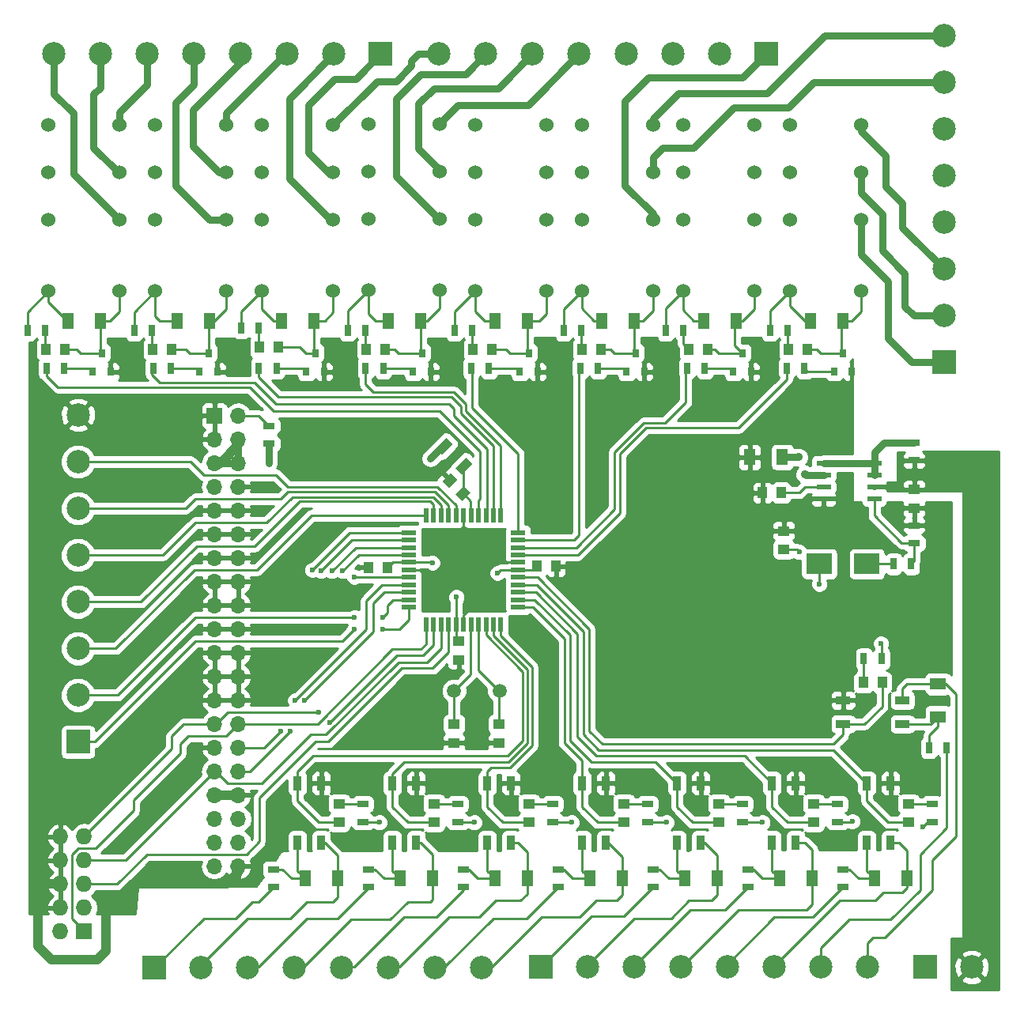
<source format=gbr>
G04 #@! TF.FileFunction,Copper,L1,Top,Signal*
%FSLAX46Y46*%
G04 Gerber Fmt 4.6, Leading zero omitted, Abs format (unit mm)*
G04 Created by KiCad (PCBNEW 4.0.5) date 03/01/17 15:39:48*
%MOMM*%
%LPD*%
G01*
G04 APERTURE LIST*
%ADD10C,0.100000*%
%ADD11C,1.524000*%
%ADD12R,1.250000X1.000000*%
%ADD13R,1.000000X1.250000*%
%ADD14R,0.800000X0.900000*%
%ADD15R,0.700000X1.300000*%
%ADD16R,1.300000X0.700000*%
%ADD17R,1.727200X1.727200*%
%ADD18O,1.727200X1.727200*%
%ADD19R,1.700000X1.700000*%
%ADD20O,1.700000X1.700000*%
%ADD21C,1.500000*%
%ADD22R,0.560000X1.600000*%
%ADD23R,1.600000X0.560000*%
%ADD24R,1.300000X1.700000*%
%ADD25R,2.700000X2.200000*%
%ADD26C,2.500000*%
%ADD27R,2.500000X2.500000*%
%ADD28R,1.550000X0.600000*%
%ADD29R,0.900000X1.524000*%
%ADD30R,1.524000X0.900000*%
%ADD31R,1.700000X1.300000*%
%ADD32C,0.900000*%
%ADD33C,0.600000*%
%ADD34C,0.800000*%
%ADD35C,1.000000*%
%ADD36C,0.250000*%
%ADD37C,0.254000*%
G04 APERTURE END LIST*
D10*
G36*
X99335398Y-89551281D02*
X100219281Y-88667398D01*
X100926388Y-89374505D01*
X100042505Y-90258388D01*
X99335398Y-89551281D01*
X99335398Y-89551281D01*
G37*
G36*
X100749612Y-90965495D02*
X101633495Y-90081612D01*
X102340602Y-90788719D01*
X101456719Y-91672602D01*
X100749612Y-90965495D01*
X100749612Y-90965495D01*
G37*
D11*
X110460763Y-69192500D03*
X110460763Y-61572500D03*
X110460763Y-56492500D03*
X110460763Y-51412500D03*
X102840763Y-69192500D03*
X102840763Y-61572500D03*
X102840763Y-56492500D03*
X102840763Y-51412500D03*
D12*
X135890000Y-96885000D03*
X135890000Y-94885000D03*
D13*
X133620000Y-90805000D03*
X135620000Y-90805000D03*
D12*
X149860000Y-90440000D03*
X149860000Y-92440000D03*
D11*
X64770000Y-69215000D03*
X64770000Y-61595000D03*
X64770000Y-56515000D03*
X64770000Y-51435000D03*
X57150000Y-69215000D03*
X57150000Y-61595000D03*
X57150000Y-56515000D03*
X57150000Y-51435000D03*
X76200000Y-69215000D03*
X76200000Y-61595000D03*
X76200000Y-56515000D03*
X76200000Y-51435000D03*
X68580000Y-69215000D03*
X68580000Y-61595000D03*
X68580000Y-56515000D03*
X68580000Y-51435000D03*
X87634763Y-69192500D03*
X87634763Y-61572500D03*
X87634763Y-56492500D03*
X87634763Y-51412500D03*
X80014763Y-69192500D03*
X80014763Y-61572500D03*
X80014763Y-56492500D03*
X80014763Y-51412500D03*
X99047763Y-69129000D03*
X99047763Y-61509000D03*
X99047763Y-56429000D03*
X99047763Y-51349000D03*
X91427763Y-69129000D03*
X91427763Y-61509000D03*
X91427763Y-56429000D03*
X91427763Y-51349000D03*
X121873763Y-69192500D03*
X121873763Y-61572500D03*
X121873763Y-56492500D03*
X121873763Y-51412500D03*
X114253763Y-69192500D03*
X114253763Y-61572500D03*
X114253763Y-56492500D03*
X114253763Y-51412500D03*
D14*
X61915000Y-77835000D03*
X63815000Y-77835000D03*
X62865000Y-75835000D03*
X73345000Y-77835000D03*
X75245000Y-77835000D03*
X74295000Y-75835000D03*
X84775000Y-77835000D03*
X86675000Y-77835000D03*
X85725000Y-75835000D03*
X96205000Y-77835000D03*
X98105000Y-77835000D03*
X97155000Y-75835000D03*
X107635000Y-77835000D03*
X109535000Y-77835000D03*
X108585000Y-75835000D03*
X119065000Y-77835000D03*
X120965000Y-77835000D03*
X120015000Y-75835000D03*
D15*
X149540000Y-98425000D03*
X147640000Y-98425000D03*
D16*
X149860000Y-94300000D03*
X149860000Y-96200000D03*
X149860000Y-87310000D03*
X149860000Y-85410000D03*
D15*
X56962000Y-77470000D03*
X58862000Y-77470000D03*
X68392000Y-77470000D03*
X70292000Y-77470000D03*
X81595000Y-77470000D03*
X79695000Y-77470000D03*
X93025000Y-77470000D03*
X91125000Y-77470000D03*
X56830000Y-73406000D03*
X54930000Y-73406000D03*
X68260000Y-73406000D03*
X66360000Y-73406000D03*
D12*
X100584000Y-115586000D03*
X100584000Y-117586000D03*
X105410000Y-115586000D03*
X105410000Y-117586000D03*
D17*
X60960000Y-137795000D03*
D18*
X58420000Y-137795000D03*
X60960000Y-135255000D03*
X58420000Y-135255000D03*
X60960000Y-132715000D03*
X58420000Y-132715000D03*
X60960000Y-130175000D03*
X58420000Y-130175000D03*
X60960000Y-127635000D03*
X58420000Y-127635000D03*
D19*
X74930000Y-82550000D03*
D20*
X77470000Y-82550000D03*
X74930000Y-85090000D03*
X77470000Y-85090000D03*
X74930000Y-87630000D03*
X77470000Y-87630000D03*
X74930000Y-90170000D03*
X77470000Y-90170000D03*
X74930000Y-92710000D03*
X77470000Y-92710000D03*
X74930000Y-95250000D03*
X77470000Y-95250000D03*
X74930000Y-97790000D03*
X77470000Y-97790000D03*
X74930000Y-100330000D03*
X77470000Y-100330000D03*
X74930000Y-102870000D03*
X77470000Y-102870000D03*
X74930000Y-105410000D03*
X77470000Y-105410000D03*
X74930000Y-107950000D03*
X77470000Y-107950000D03*
X74930000Y-110490000D03*
X77470000Y-110490000D03*
X74930000Y-113030000D03*
X77470000Y-113030000D03*
X74930000Y-115570000D03*
X77470000Y-115570000D03*
X74930000Y-118110000D03*
X77470000Y-118110000D03*
X74930000Y-120650000D03*
X77470000Y-120650000D03*
X74930000Y-123190000D03*
X77470000Y-123190000D03*
X74930000Y-125730000D03*
X77470000Y-125730000D03*
X74930000Y-128270000D03*
X77470000Y-128270000D03*
X74930000Y-130810000D03*
X77470000Y-130810000D03*
D16*
X80772000Y-83632000D03*
X80772000Y-85532000D03*
D21*
X100584000Y-112014000D03*
X105464000Y-112014000D03*
D22*
X97600000Y-104910000D03*
X98400000Y-104910000D03*
X99200000Y-104910000D03*
X100000000Y-104910000D03*
X100800000Y-104910000D03*
X101600000Y-104910000D03*
X102400000Y-104910000D03*
X103200000Y-104910000D03*
X104000000Y-104910000D03*
X104800000Y-104910000D03*
X105600000Y-104910000D03*
D23*
X107450000Y-103060000D03*
X107450000Y-102260000D03*
X107450000Y-101460000D03*
X107450000Y-100660000D03*
X107450000Y-99860000D03*
X107450000Y-99060000D03*
X107450000Y-98260000D03*
X107450000Y-97460000D03*
X107450000Y-96660000D03*
X107450000Y-95860000D03*
X107450000Y-95060000D03*
D22*
X105600000Y-93210000D03*
X104800000Y-93210000D03*
X104000000Y-93210000D03*
X103200000Y-93210000D03*
X102400000Y-93210000D03*
X101600000Y-93210000D03*
X100800000Y-93210000D03*
X100000000Y-93210000D03*
X99200000Y-93210000D03*
X98400000Y-93210000D03*
X97600000Y-93210000D03*
D23*
X95750000Y-95060000D03*
X95750000Y-95860000D03*
X95750000Y-96660000D03*
X95750000Y-97460000D03*
X95750000Y-98260000D03*
X95750000Y-99060000D03*
X95750000Y-99860000D03*
X95750000Y-100660000D03*
X95750000Y-101460000D03*
X95750000Y-102260000D03*
X95750000Y-103060000D03*
D24*
X82070000Y-72390000D03*
X85570000Y-72390000D03*
X93500000Y-72390000D03*
X97000000Y-72390000D03*
D11*
X132715000Y-69215000D03*
X132715000Y-61595000D03*
X132715000Y-56515000D03*
X132715000Y-51435000D03*
X125095000Y-69215000D03*
X125095000Y-61595000D03*
X125095000Y-56515000D03*
X125095000Y-51435000D03*
X144171262Y-69204001D03*
X144171262Y-61584001D03*
X144171262Y-56504001D03*
X144171262Y-51424001D03*
X136551262Y-69204001D03*
X136551262Y-61584001D03*
X136551262Y-56504001D03*
X136551262Y-51424001D03*
D14*
X130495000Y-77835000D03*
X132395000Y-77835000D03*
X131445000Y-75835000D03*
X141290000Y-77835000D03*
X143190000Y-77835000D03*
X142240000Y-75835000D03*
D15*
X79690000Y-73152000D03*
X77790000Y-73152000D03*
X91120000Y-73406000D03*
X89220000Y-73406000D03*
D24*
X135735000Y-86995000D03*
X132235000Y-86995000D03*
X59210000Y-72390000D03*
X62710000Y-72390000D03*
X70894000Y-72390000D03*
X74394000Y-72390000D03*
D25*
X139690000Y-98425000D03*
X144790000Y-98425000D03*
D26*
X103503800Y-141630400D03*
X98503800Y-141630400D03*
X93503800Y-141630400D03*
X88503800Y-141630400D03*
X83503800Y-141630400D03*
X78503800Y-141630400D03*
D27*
X68503800Y-141630400D03*
D26*
X73503800Y-141630400D03*
X144855000Y-141605000D03*
X139855000Y-141605000D03*
X134855000Y-141605000D03*
X129855000Y-141605000D03*
X124855000Y-141605000D03*
X119855000Y-141605000D03*
D27*
X109855000Y-141605000D03*
D26*
X114855000Y-141605000D03*
X98985000Y-43815000D03*
X103985000Y-43815000D03*
X108985000Y-43815000D03*
X113985000Y-43815000D03*
X118985000Y-43815000D03*
X123985000Y-43815000D03*
D27*
X133985000Y-43815000D03*
D26*
X128985000Y-43815000D03*
X60325000Y-82475000D03*
X60325000Y-87475000D03*
X60325000Y-92475000D03*
X60325000Y-97475000D03*
X60325000Y-102475000D03*
X60325000Y-107475000D03*
D27*
X60325000Y-117475000D03*
D26*
X60325000Y-112475000D03*
D28*
X140175000Y-87630000D03*
X140175000Y-88900000D03*
X140175000Y-90170000D03*
X140175000Y-91440000D03*
X145575000Y-91440000D03*
X145575000Y-90170000D03*
X145575000Y-88900000D03*
X145575000Y-87630000D03*
D24*
X84610000Y-132080000D03*
X88110000Y-132080000D03*
X94770000Y-132080000D03*
X98270000Y-132080000D03*
X104930000Y-132080000D03*
X108430000Y-132080000D03*
X115090000Y-132080000D03*
X118590000Y-132080000D03*
D26*
X57710000Y-43815000D03*
X62710000Y-43815000D03*
X67710000Y-43815000D03*
X72710000Y-43815000D03*
X77710000Y-43815000D03*
X82710000Y-43815000D03*
D27*
X92710000Y-43815000D03*
D26*
X87710000Y-43815000D03*
D16*
X81280000Y-131130000D03*
X81280000Y-133030000D03*
X91440000Y-131130000D03*
X91440000Y-133030000D03*
X101600000Y-131130000D03*
X101600000Y-133030000D03*
X111760000Y-131130000D03*
X111760000Y-133030000D03*
X90805000Y-126045000D03*
X90805000Y-124145000D03*
X100965000Y-126045000D03*
X100965000Y-124145000D03*
X111125000Y-126045000D03*
X111125000Y-124145000D03*
X121285000Y-126045000D03*
X121285000Y-124145000D03*
D29*
X83820000Y-128270000D03*
X86360000Y-128270000D03*
X86360000Y-121920000D03*
X83820000Y-121920000D03*
X93980000Y-128270000D03*
X96520000Y-128270000D03*
X96520000Y-121920000D03*
X93980000Y-121920000D03*
X104140000Y-128270000D03*
X106680000Y-128270000D03*
X106680000Y-121920000D03*
X104140000Y-121920000D03*
X114300000Y-128270000D03*
X116840000Y-128270000D03*
X116840000Y-121920000D03*
X114300000Y-121920000D03*
X124460000Y-128270000D03*
X127000000Y-128270000D03*
X127000000Y-121920000D03*
X124460000Y-121920000D03*
X134620000Y-128270000D03*
X137160000Y-128270000D03*
X137160000Y-121920000D03*
X134620000Y-121920000D03*
X144780000Y-128270000D03*
X147320000Y-128270000D03*
X147320000Y-121920000D03*
X144780000Y-121920000D03*
D30*
X148590000Y-115570000D03*
X148590000Y-113030000D03*
X142240000Y-113030000D03*
X142240000Y-115570000D03*
D26*
X153035000Y-41835000D03*
X153035000Y-46835000D03*
X153035000Y-51835000D03*
X153035000Y-56835000D03*
X153035000Y-61835000D03*
X153035000Y-66835000D03*
D27*
X153035000Y-76835000D03*
D26*
X153035000Y-71835000D03*
D27*
X151003000Y-141605000D03*
D26*
X156003000Y-141605000D03*
D13*
X91456000Y-98806000D03*
X93456000Y-98806000D03*
X111490000Y-98679000D03*
X109490000Y-98679000D03*
D12*
X101092000Y-108696000D03*
X101092000Y-106696000D03*
D13*
X138414000Y-75438000D03*
X136414000Y-75438000D03*
X104632000Y-75438000D03*
X102632000Y-75438000D03*
X116316000Y-75438000D03*
X114316000Y-75438000D03*
X127746000Y-75438000D03*
X125746000Y-75438000D03*
D24*
X138712000Y-72390000D03*
X142212000Y-72390000D03*
X104930000Y-72390000D03*
X108430000Y-72390000D03*
X116360000Y-72390000D03*
X119860000Y-72390000D03*
X127282000Y-72390000D03*
X130782000Y-72390000D03*
X125250000Y-132080000D03*
X128750000Y-132080000D03*
X135410000Y-132080000D03*
X138910000Y-132080000D03*
X145570000Y-132080000D03*
X149070000Y-132080000D03*
D31*
X152400000Y-114780000D03*
X152400000Y-111280000D03*
D12*
X128905000Y-126095000D03*
X128905000Y-124095000D03*
X139065000Y-126095000D03*
X139065000Y-124095000D03*
X149225000Y-126095000D03*
X149225000Y-124095000D03*
D13*
X146415000Y-111125000D03*
X144415000Y-111125000D03*
D10*
G36*
X98604101Y-86019472D02*
X99735472Y-84888101D01*
X100442579Y-85595208D01*
X99311208Y-86726579D01*
X98604101Y-86019472D01*
X98604101Y-86019472D01*
G37*
G36*
X100725421Y-88140792D02*
X101856792Y-87009421D01*
X102563899Y-87716528D01*
X101432528Y-88847899D01*
X100725421Y-88140792D01*
X100725421Y-88140792D01*
G37*
D15*
X136210000Y-77470000D03*
X138110000Y-77470000D03*
X102428000Y-77470000D03*
X104328000Y-77470000D03*
X114112000Y-77470000D03*
X116012000Y-77470000D03*
X125542000Y-77470000D03*
X127442000Y-77470000D03*
X136332000Y-73406000D03*
X134432000Y-73406000D03*
X102550000Y-73406000D03*
X100650000Y-73406000D03*
X114234000Y-73406000D03*
X112334000Y-73406000D03*
X125156000Y-73406000D03*
X123256000Y-73406000D03*
D16*
X121920000Y-131130000D03*
X121920000Y-133030000D03*
X132080000Y-131130000D03*
X132080000Y-133030000D03*
X142240000Y-131130000D03*
X142240000Y-133030000D03*
D15*
X151450000Y-118110000D03*
X153350000Y-118110000D03*
D16*
X131445000Y-126045000D03*
X131445000Y-124145000D03*
X141605000Y-126045000D03*
X141605000Y-124145000D03*
X151765000Y-126045000D03*
X151765000Y-124145000D03*
D15*
X146365000Y-108585000D03*
X144465000Y-108585000D03*
D13*
X58912000Y-75438000D03*
X56912000Y-75438000D03*
X70342000Y-75438000D03*
X68342000Y-75438000D03*
X81772000Y-75184000D03*
X79772000Y-75184000D03*
X93202000Y-75438000D03*
X91202000Y-75438000D03*
D12*
X88265000Y-126095000D03*
X88265000Y-124095000D03*
X98425000Y-126095000D03*
X98425000Y-124095000D03*
X108585000Y-126095000D03*
X108585000Y-124095000D03*
X118745000Y-126095000D03*
X118745000Y-124095000D03*
D32*
X138176000Y-88836500D03*
X137477500Y-86995000D03*
D33*
X105232200Y-99415600D03*
X98272600Y-98298000D03*
X100838000Y-101981000D03*
X80772000Y-87630000D03*
X98044000Y-87122000D03*
X150749000Y-126619000D03*
X133604000Y-126111000D03*
X123317000Y-126111000D03*
X113157000Y-126111000D03*
X92583000Y-126111000D03*
X102743000Y-126111000D03*
X143256000Y-125984000D03*
X146304000Y-106934000D03*
X139700000Y-100584000D03*
X137541000Y-97155000D03*
X128905000Y-112903000D03*
X121666000Y-105600500D03*
X128524000Y-96456500D03*
X121793000Y-88201500D03*
X128460500Y-88201500D03*
X121729500Y-96456500D03*
X128905000Y-105600500D03*
X121602500Y-112903000D03*
X102362000Y-103124000D03*
X105092500Y-97345500D03*
X98171000Y-100012500D03*
X150114000Y-121793000D03*
X102489000Y-95377000D03*
X99466400Y-87858600D03*
X128905000Y-80899000D03*
X72136000Y-120650000D03*
X70802500Y-122618500D03*
X88519000Y-121920000D03*
X91313000Y-121920000D03*
X137033000Y-120015000D03*
X129032000Y-121920000D03*
X131826000Y-121793000D03*
X118745000Y-121920000D03*
X121666000Y-121920000D03*
X108458000Y-121920000D03*
X110617000Y-108712000D03*
X98044000Y-121920000D03*
X101854000Y-121920000D03*
X90424000Y-98806000D03*
X100584000Y-110363000D03*
X65024000Y-75184000D03*
X66421000Y-77851000D03*
X75819000Y-75184000D03*
X77470000Y-77724000D03*
X88138000Y-79248000D03*
X88900000Y-75946000D03*
X99568000Y-78994000D03*
X100330000Y-75692000D03*
X108204000Y-82169000D03*
X111760000Y-75946000D03*
X117348000Y-82550000D03*
X123063000Y-76200000D03*
X133731000Y-77851000D03*
X143002000Y-91821000D03*
X152019000Y-93472000D03*
X147828000Y-92837000D03*
X87249000Y-115443000D03*
X86106000Y-114300000D03*
X89916000Y-99822000D03*
X83566000Y-113030000D03*
X82042000Y-116332000D03*
X84582000Y-113030000D03*
X83058000Y-116332000D03*
X85394800Y-99060000D03*
X86360000Y-99187000D03*
X87503000Y-99187000D03*
X88646000Y-99187000D03*
X92964000Y-104140000D03*
X89916000Y-104140000D03*
X92964000Y-105410000D03*
X89916000Y-105410000D03*
D34*
X140175000Y-88900000D02*
X138239500Y-88900000D01*
X138239500Y-88900000D02*
X138176000Y-88836500D01*
X135735000Y-86995000D02*
X137477500Y-86995000D01*
D35*
X74930000Y-87630000D02*
X75565000Y-87630000D01*
X75565000Y-87630000D02*
X77470000Y-85725000D01*
X77470000Y-85725000D02*
X77470000Y-85090000D01*
D36*
X107450000Y-99060000D02*
X105587800Y-99060000D01*
X105232200Y-99415600D02*
X105587800Y-99060000D01*
X95750000Y-98260000D02*
X98234600Y-98260000D01*
X98234600Y-98260000D02*
X98272600Y-98298000D01*
X100800000Y-102019000D02*
X100838000Y-101981000D01*
X100800000Y-104910000D02*
X100800000Y-102019000D01*
X109490000Y-98679000D02*
X109490000Y-98695000D01*
D34*
X80772000Y-85532000D02*
X80772000Y-87630000D01*
X98044000Y-87122000D02*
X99358660Y-85807340D01*
X99358660Y-85807340D02*
X99523340Y-85807340D01*
D36*
X151765000Y-126045000D02*
X151323000Y-126045000D01*
X151323000Y-126045000D02*
X150749000Y-126619000D01*
X131445000Y-126045000D02*
X133538000Y-126045000D01*
X133538000Y-126045000D02*
X133604000Y-126111000D01*
X121285000Y-126045000D02*
X123251000Y-126045000D01*
X123251000Y-126045000D02*
X123317000Y-126111000D01*
X111125000Y-126045000D02*
X113091000Y-126045000D01*
X113091000Y-126045000D02*
X113157000Y-126111000D01*
X90805000Y-126045000D02*
X92517000Y-126045000D01*
X92517000Y-126045000D02*
X92583000Y-126111000D01*
X100965000Y-126045000D02*
X102677000Y-126045000D01*
X102677000Y-126045000D02*
X102743000Y-126111000D01*
D34*
X77470000Y-87630000D02*
X77470000Y-86106000D01*
X77470000Y-86106000D02*
X77470000Y-85090000D01*
X74930000Y-87630000D02*
X75844400Y-87630000D01*
X75844400Y-87630000D02*
X77470000Y-87630000D01*
D36*
X141605000Y-126045000D02*
X143195000Y-126045000D01*
X143195000Y-126045000D02*
X143256000Y-125984000D01*
X146365000Y-108585000D02*
X146365000Y-106995000D01*
X146365000Y-106995000D02*
X146304000Y-106934000D01*
X139690000Y-98425000D02*
X139690000Y-100574000D01*
X139690000Y-100574000D02*
X139700000Y-100584000D01*
X135890000Y-96885000D02*
X137271000Y-96885000D01*
X137271000Y-96885000D02*
X137541000Y-97155000D01*
X107450000Y-99060000D02*
X109109000Y-99060000D01*
X109109000Y-99060000D02*
X109490000Y-98679000D01*
X93456000Y-98806000D02*
X93472000Y-98806000D01*
X93472000Y-98806000D02*
X94018000Y-98260000D01*
X94018000Y-98260000D02*
X95750000Y-98260000D01*
X101092000Y-106696000D02*
X101092000Y-106553000D01*
X101092000Y-106553000D02*
X100800000Y-106261000D01*
X100800000Y-106261000D02*
X100800000Y-104910000D01*
X121602500Y-112903000D02*
X128905000Y-112903000D01*
X128905000Y-105600500D02*
X121666000Y-105600500D01*
X121729500Y-105537000D02*
X121666000Y-105600500D01*
X121729500Y-96456500D02*
X128524000Y-96456500D01*
X128460500Y-96393000D02*
X128524000Y-96456500D01*
X128460500Y-88201500D02*
X121793000Y-88201500D01*
X122999500Y-86995000D02*
X121793000Y-88201500D01*
X122999500Y-86995000D02*
X132235000Y-86995000D01*
X128460500Y-88201500D02*
X128460500Y-96393000D01*
X121729500Y-96456500D02*
X121729500Y-105537000D01*
X128905000Y-112903000D02*
X128905000Y-105600500D01*
X101600000Y-104910000D02*
X101600000Y-103886000D01*
X101600000Y-103886000D02*
X102362000Y-103124000D01*
X107450000Y-98260000D02*
X106007000Y-98260000D01*
X106007000Y-98260000D02*
X105092500Y-97345500D01*
X95750000Y-99060000D02*
X97218500Y-99060000D01*
X97218500Y-99060000D02*
X98171000Y-100012500D01*
X149987000Y-121920000D02*
X150114000Y-121793000D01*
X149987000Y-121920000D02*
X147320000Y-121920000D01*
D35*
X77470000Y-130810000D02*
X77470000Y-131470400D01*
X77470000Y-131470400D02*
X76301600Y-132638800D01*
X76301600Y-132638800D02*
X66167000Y-132638800D01*
X66167000Y-132638800D02*
X63322200Y-135483600D01*
X63322200Y-135483600D02*
X63322200Y-139903200D01*
X63322200Y-139903200D02*
X62407800Y-140817600D01*
X62407800Y-140817600D02*
X57454800Y-140817600D01*
X57454800Y-140817600D02*
X56032400Y-139395200D01*
X56032400Y-139395200D02*
X56032400Y-133070600D01*
X56032400Y-133070600D02*
X56388000Y-132715000D01*
X56388000Y-132715000D02*
X58420000Y-132715000D01*
X77470000Y-123190000D02*
X74930000Y-123190000D01*
D36*
X101600000Y-93210000D02*
X101600000Y-94488000D01*
X101600000Y-94488000D02*
X102489000Y-95377000D01*
X100130893Y-89462893D02*
X100130893Y-89437493D01*
X100130893Y-89437493D02*
X99466400Y-88773000D01*
X99466400Y-88773000D02*
X99466400Y-87858600D01*
X132395000Y-77835000D02*
X132395000Y-78679000D01*
X130175000Y-80899000D02*
X128905000Y-80899000D01*
X132395000Y-78679000D02*
X130175000Y-80899000D01*
X72136000Y-120650000D02*
X72136000Y-121285000D01*
X73533000Y-118110000D02*
X72136000Y-119507000D01*
X72136000Y-119507000D02*
X72136000Y-120650000D01*
X74930000Y-118110000D02*
X73533000Y-118110000D01*
X72136000Y-121285000D02*
X70802500Y-122618500D01*
X91313000Y-121920000D02*
X88519000Y-121920000D01*
X88519000Y-121920000D02*
X86360000Y-121920000D01*
X137160000Y-121920000D02*
X137160000Y-120142000D01*
X137160000Y-120142000D02*
X137033000Y-120015000D01*
X129032000Y-121920000D02*
X131699000Y-121920000D01*
X127000000Y-121920000D02*
X129032000Y-121920000D01*
X131699000Y-121920000D02*
X131826000Y-121793000D01*
X121666000Y-121920000D02*
X118745000Y-121920000D01*
X118745000Y-121920000D02*
X116840000Y-121920000D01*
X108458000Y-121920000D02*
X108585000Y-121920000D01*
X106680000Y-121920000D02*
X108458000Y-121920000D01*
X110617000Y-119888000D02*
X110617000Y-108712000D01*
X108585000Y-121920000D02*
X110617000Y-119888000D01*
X101854000Y-121920000D02*
X98044000Y-121920000D01*
X98044000Y-121920000D02*
X96520000Y-121920000D01*
X91456000Y-98806000D02*
X90424000Y-98806000D01*
X101092000Y-108696000D02*
X101092000Y-109855000D01*
X101092000Y-109855000D02*
X100584000Y-110363000D01*
X63815000Y-77835000D02*
X63815000Y-76774000D01*
X64643000Y-75946000D02*
X65024000Y-75184000D01*
X63815000Y-76774000D02*
X64643000Y-75946000D01*
X63815000Y-77835000D02*
X66405000Y-77835000D01*
X66405000Y-77835000D02*
X66421000Y-77851000D01*
X75245000Y-77835000D02*
X75245000Y-76901000D01*
X75819000Y-76327000D02*
X75819000Y-75184000D01*
X75245000Y-76901000D02*
X75819000Y-76327000D01*
X75245000Y-77835000D02*
X77454000Y-77708000D01*
X77454000Y-77708000D02*
X77470000Y-77724000D01*
X86675000Y-77835000D02*
X86675000Y-79060000D01*
X86360000Y-79375000D02*
X88138000Y-79248000D01*
X86675000Y-79060000D02*
X86360000Y-79375000D01*
X86675000Y-77835000D02*
X88027000Y-77835000D01*
X88900000Y-76962000D02*
X88900000Y-75946000D01*
X88027000Y-77835000D02*
X88900000Y-76962000D01*
X98105000Y-77835000D02*
X98105000Y-78806000D01*
X97917000Y-78994000D02*
X99568000Y-78994000D01*
X98105000Y-78806000D02*
X97917000Y-78994000D01*
X98105000Y-77835000D02*
X99457000Y-77835000D01*
X100330000Y-76962000D02*
X100330000Y-75692000D01*
X99457000Y-77835000D02*
X100330000Y-76962000D01*
X109535000Y-77835000D02*
X109535000Y-80838000D01*
X109535000Y-80838000D02*
X108204000Y-82169000D01*
X109535000Y-77835000D02*
X110760000Y-77835000D01*
X111760000Y-76835000D02*
X111760000Y-75946000D01*
X110760000Y-77835000D02*
X111760000Y-76835000D01*
X120965000Y-77835000D02*
X120965000Y-78933000D01*
X120965000Y-78933000D02*
X117348000Y-82550000D01*
X120965000Y-77835000D02*
X122444000Y-77835000D01*
X123063000Y-77216000D02*
X123063000Y-76200000D01*
X122444000Y-77835000D02*
X123063000Y-77216000D01*
X132395000Y-77835000D02*
X133715000Y-77835000D01*
X133715000Y-77835000D02*
X133731000Y-77851000D01*
X140175000Y-91440000D02*
X142621000Y-91440000D01*
X142621000Y-91440000D02*
X143002000Y-91821000D01*
X149860000Y-94300000D02*
X151191000Y-94300000D01*
X151191000Y-94300000D02*
X152019000Y-93472000D01*
X149860000Y-92440000D02*
X148225000Y-92440000D01*
X148225000Y-92440000D02*
X147828000Y-92837000D01*
X140175000Y-90170000D02*
X138176000Y-90170000D01*
X137541000Y-90805000D02*
X135620000Y-90805000D01*
X138176000Y-90170000D02*
X137541000Y-90805000D01*
X54930000Y-73406000D02*
X54930000Y-71435000D01*
X54930000Y-71435000D02*
X57150000Y-69215000D01*
X57150000Y-69215000D02*
X57150000Y-70358000D01*
X57150000Y-70358000D02*
X59182000Y-72390000D01*
X59182000Y-72390000D02*
X59210000Y-72390000D01*
X134432000Y-73406000D02*
X134432000Y-71323263D01*
X134432000Y-71323263D02*
X136551262Y-69204001D01*
X136551262Y-69204001D02*
X136551262Y-70765262D01*
X136551262Y-70765262D02*
X138176000Y-72390000D01*
X138176000Y-72390000D02*
X138712000Y-72390000D01*
X114253763Y-69192500D02*
X114253763Y-71073763D01*
X115570000Y-72390000D02*
X116360000Y-72390000D01*
X114253763Y-71073763D02*
X115570000Y-72390000D01*
X123256000Y-73406000D02*
X123256000Y-71054000D01*
X123256000Y-71054000D02*
X125095000Y-69215000D01*
X100650000Y-73406000D02*
X100650000Y-71383263D01*
X100650000Y-71383263D02*
X102840763Y-69192500D01*
X89220000Y-73406000D02*
X89220000Y-71336763D01*
X89220000Y-71336763D02*
X91427763Y-69129000D01*
X112334000Y-73406000D02*
X112334000Y-71112263D01*
X112334000Y-71112263D02*
X114253763Y-69192500D01*
X66360000Y-73406000D02*
X66360000Y-71435000D01*
X66360000Y-71435000D02*
X68580000Y-69215000D01*
X125095000Y-69215000D02*
X125095000Y-71247000D01*
X126238000Y-72390000D02*
X127282000Y-72390000D01*
X125095000Y-71247000D02*
X126238000Y-72390000D01*
X102840763Y-69192500D02*
X102840763Y-71344763D01*
X103886000Y-72390000D02*
X104930000Y-72390000D01*
X102840763Y-71344763D02*
X103886000Y-72390000D01*
X91427763Y-69129000D02*
X91427763Y-71615763D01*
X92202000Y-72390000D02*
X93500000Y-72390000D01*
X91427763Y-71615763D02*
X92202000Y-72390000D01*
X77790000Y-73152000D02*
X77790000Y-71417263D01*
X77790000Y-71417263D02*
X80014763Y-69192500D01*
X80014763Y-69192500D02*
X80014763Y-71124763D01*
X81280000Y-72390000D02*
X82070000Y-72390000D01*
X80014763Y-71124763D02*
X81280000Y-72390000D01*
X68580000Y-69215000D02*
X68580000Y-71882000D01*
X69088000Y-72390000D02*
X70894000Y-72390000D01*
X68580000Y-71882000D02*
X69088000Y-72390000D01*
X56830000Y-73406000D02*
X56830000Y-75356000D01*
X56830000Y-75356000D02*
X56912000Y-75438000D01*
X68260000Y-73406000D02*
X68260000Y-75356000D01*
X68260000Y-75356000D02*
X68342000Y-75438000D01*
X79690000Y-73152000D02*
X79690000Y-75102000D01*
X79690000Y-75102000D02*
X79772000Y-75184000D01*
X91120000Y-73406000D02*
X91120000Y-75356000D01*
X91120000Y-75356000D02*
X91202000Y-75438000D01*
X144790000Y-98425000D02*
X147640000Y-98425000D01*
X61550000Y-77470000D02*
X61915000Y-77835000D01*
X59690000Y-77470000D02*
X61550000Y-77470000D01*
X59690000Y-77470000D02*
X58862000Y-77470000D01*
X58735000Y-77470000D02*
X59690000Y-77470000D01*
X72980000Y-77470000D02*
X73345000Y-77835000D01*
X70165000Y-77470000D02*
X72980000Y-77470000D01*
X81595000Y-77470000D02*
X84410000Y-77470000D01*
X84410000Y-77470000D02*
X84775000Y-77835000D01*
X93025000Y-77470000D02*
X95840000Y-77470000D01*
X95840000Y-77470000D02*
X96205000Y-77835000D01*
X105410000Y-77470000D02*
X107270000Y-77470000D01*
X107270000Y-77470000D02*
X107635000Y-77835000D01*
X105410000Y-77470000D02*
X104455000Y-77470000D01*
X116840000Y-77470000D02*
X115885000Y-77470000D01*
X116840000Y-77470000D02*
X118700000Y-77470000D01*
X118700000Y-77470000D02*
X119065000Y-77835000D01*
X145575000Y-91440000D02*
X145575000Y-93251000D01*
X148524000Y-96200000D02*
X149860000Y-96200000D01*
X145575000Y-93251000D02*
X148524000Y-96200000D01*
X149860000Y-96200000D02*
X149860000Y-98105000D01*
X149860000Y-98105000D02*
X149540000Y-98425000D01*
D34*
X140175000Y-87630000D02*
X145575000Y-87630000D01*
X145575000Y-87630000D02*
X145575000Y-88900000D01*
X149860000Y-85410000D02*
X146619000Y-85410000D01*
X145575000Y-86454000D02*
X145575000Y-87630000D01*
X146619000Y-85410000D02*
X145575000Y-86454000D01*
D36*
X100584000Y-115586000D02*
X100584000Y-112014000D01*
X100584000Y-112014000D02*
X102362000Y-110236000D01*
X102362000Y-110236000D02*
X102362000Y-104948000D01*
X102362000Y-104948000D02*
X102400000Y-104910000D01*
X105410000Y-115586000D02*
X105410000Y-112068000D01*
X105410000Y-112068000D02*
X105464000Y-112014000D01*
X105464000Y-112014000D02*
X105410000Y-112014000D01*
X105410000Y-112014000D02*
X103200000Y-109804000D01*
X103200000Y-109804000D02*
X103200000Y-104910000D01*
X77470000Y-115570000D02*
X85979000Y-115570000D01*
X97600000Y-106997000D02*
X97600000Y-104910000D01*
X97028000Y-107569000D02*
X97600000Y-106997000D01*
X93980000Y-107569000D02*
X97028000Y-107569000D01*
X85979000Y-115570000D02*
X93980000Y-107569000D01*
X60960000Y-137795000D02*
X60960000Y-137668000D01*
X60960000Y-137668000D02*
X59690000Y-136398000D01*
X59690000Y-136398000D02*
X59690000Y-129540000D01*
X59690000Y-129540000D02*
X60325000Y-128905000D01*
X60325000Y-128905000D02*
X62230000Y-128905000D01*
X62230000Y-128905000D02*
X66294000Y-124841000D01*
X66294000Y-124841000D02*
X66294000Y-123698000D01*
X66294000Y-123698000D02*
X71247000Y-118745000D01*
X71247000Y-118745000D02*
X71247000Y-117729000D01*
X71247000Y-117729000D02*
X72136000Y-116840000D01*
X72136000Y-116840000D02*
X76200000Y-116840000D01*
X76200000Y-116840000D02*
X77470000Y-115570000D01*
X74930000Y-120650000D02*
X75057000Y-120650000D01*
X75057000Y-120650000D02*
X76327000Y-121920000D01*
X99200000Y-107429000D02*
X99200000Y-104910000D01*
X97663000Y-108966000D02*
X99200000Y-107429000D01*
X94615000Y-108966000D02*
X97663000Y-108966000D01*
X86868000Y-116713000D02*
X94615000Y-108966000D01*
X85217000Y-116713000D02*
X86868000Y-116713000D01*
X80010000Y-121920000D02*
X85217000Y-116713000D01*
X76327000Y-121920000D02*
X80010000Y-121920000D01*
X60960000Y-130175000D02*
X65405000Y-130175000D01*
X65405000Y-130175000D02*
X74930000Y-120650000D01*
X74930000Y-115570000D02*
X75057000Y-115570000D01*
X75057000Y-115570000D02*
X76327000Y-114300000D01*
X98400000Y-107086000D02*
X98400000Y-104910000D01*
X97282000Y-108204000D02*
X98400000Y-107086000D01*
X94488000Y-108204000D02*
X97282000Y-108204000D01*
X87249000Y-115443000D02*
X94488000Y-108204000D01*
X76327000Y-114300000D02*
X86106000Y-114300000D01*
X74930000Y-115570000D02*
X74930000Y-115443000D01*
X60960000Y-127635000D02*
X70358000Y-118237000D01*
X71628000Y-115570000D02*
X74930000Y-115570000D01*
X70358000Y-116840000D02*
X71628000Y-115570000D01*
X70358000Y-118237000D02*
X70358000Y-116840000D01*
D34*
X64770000Y-61595000D02*
X59817000Y-56642000D01*
X57710000Y-48058000D02*
X57710000Y-43815000D01*
X59817000Y-50165000D02*
X57710000Y-48058000D01*
X59817000Y-56642000D02*
X59817000Y-50165000D01*
D36*
X64770000Y-61595000D02*
X64770000Y-60960000D01*
D34*
X64770000Y-56515000D02*
X64643000Y-56515000D01*
X64643000Y-56515000D02*
X61976000Y-53848000D01*
X61976000Y-53848000D02*
X61976000Y-48133000D01*
X61976000Y-48133000D02*
X62710000Y-47399000D01*
X62710000Y-47399000D02*
X62710000Y-43815000D01*
X64770000Y-51435000D02*
X64770000Y-50038000D01*
X67710000Y-47098000D02*
X67710000Y-43815000D01*
X64770000Y-50038000D02*
X67710000Y-47098000D01*
X76200000Y-61595000D02*
X74422000Y-61595000D01*
X72710000Y-47051000D02*
X72710000Y-43815000D01*
X70739000Y-49022000D02*
X72710000Y-47051000D01*
X70739000Y-57912000D02*
X70739000Y-49022000D01*
X74422000Y-61595000D02*
X70739000Y-57912000D01*
X76200000Y-56515000D02*
X75438000Y-56515000D01*
X75438000Y-56515000D02*
X72644000Y-53721000D01*
X72644000Y-53721000D02*
X72644000Y-49784000D01*
X72644000Y-49784000D02*
X77710000Y-44718000D01*
X77710000Y-44718000D02*
X77710000Y-43815000D01*
X76200000Y-51435000D02*
X76200000Y-50165000D01*
X76200000Y-50165000D02*
X82550000Y-43815000D01*
X82550000Y-43815000D02*
X82710000Y-43815000D01*
D36*
X76200000Y-51435000D02*
X76200000Y-51308000D01*
D34*
X87634763Y-61572500D02*
X87353500Y-61572500D01*
X87353500Y-61572500D02*
X82931000Y-57150000D01*
X82931000Y-57150000D02*
X82931000Y-48594000D01*
X82931000Y-48594000D02*
X87710000Y-43815000D01*
X87634763Y-56492500D02*
X87099500Y-56492500D01*
X87099500Y-56492500D02*
X84963000Y-54356000D01*
X84963000Y-54356000D02*
X84963000Y-49276000D01*
X84963000Y-49276000D02*
X87757000Y-46482000D01*
X87757000Y-46482000D02*
X90043000Y-46482000D01*
X90043000Y-46482000D02*
X92710000Y-43815000D01*
X87634763Y-51412500D02*
X87652500Y-51412500D01*
X87652500Y-51412500D02*
X92329000Y-46736000D01*
X96774000Y-43815000D02*
X98985000Y-43815000D01*
X96012000Y-44577000D02*
X96774000Y-43815000D01*
X96012000Y-45085000D02*
X96012000Y-44577000D01*
X94361000Y-46736000D02*
X96012000Y-45085000D01*
X92329000Y-46736000D02*
X94361000Y-46736000D01*
X87634763Y-51412500D02*
X87779500Y-51412500D01*
X99047763Y-61509000D02*
X98974000Y-61509000D01*
X98974000Y-61509000D02*
X94361000Y-56896000D01*
X101826000Y-45974000D02*
X103985000Y-43815000D01*
X97028000Y-45974000D02*
X101826000Y-45974000D01*
X94361000Y-48641000D02*
X97028000Y-45974000D01*
X94361000Y-56896000D02*
X94361000Y-48641000D01*
D36*
X99047763Y-61509000D02*
X99047763Y-61328763D01*
D34*
X99047763Y-56429000D02*
X99047763Y-56248763D01*
X99047763Y-56248763D02*
X96774000Y-53975000D01*
X96774000Y-53975000D02*
X96774000Y-49149000D01*
X96774000Y-49149000D02*
X98425000Y-47498000D01*
X98425000Y-47498000D02*
X105302000Y-47498000D01*
X105302000Y-47498000D02*
X108985000Y-43815000D01*
X99047763Y-51349000D02*
X99047763Y-51193237D01*
X99047763Y-51193237D02*
X100965000Y-49276000D01*
X108524000Y-49276000D02*
X113985000Y-43815000D01*
X100965000Y-49276000D02*
X108524000Y-49276000D01*
D36*
X99047763Y-51349000D02*
X99047763Y-51066237D01*
X110460763Y-56492500D02*
X110340500Y-56492500D01*
D34*
X121873763Y-61572500D02*
X121873763Y-60913763D01*
X121873763Y-60913763D02*
X118872000Y-57912000D01*
X118872000Y-57912000D02*
X118872000Y-48895000D01*
X118872000Y-48895000D02*
X121412000Y-46355000D01*
X121412000Y-46355000D02*
X131445000Y-46355000D01*
X131445000Y-46355000D02*
X133985000Y-43815000D01*
D36*
X77470000Y-82550000D02*
X79690000Y-82550000D01*
X79690000Y-82550000D02*
X80772000Y-83632000D01*
X89954000Y-99860000D02*
X95750000Y-99860000D01*
X89916000Y-99822000D02*
X89954000Y-99860000D01*
X77470000Y-118110000D02*
X80264000Y-118110000D01*
X92888000Y-100660000D02*
X95750000Y-100660000D01*
X91186000Y-102362000D02*
X92888000Y-100660000D01*
X91186000Y-105410000D02*
X91186000Y-102362000D01*
X83566000Y-113030000D02*
X91186000Y-105410000D01*
X80264000Y-118110000D02*
X82042000Y-116332000D01*
X77470000Y-120650000D02*
X78740000Y-120650000D01*
X93104000Y-101460000D02*
X95750000Y-101460000D01*
X91948000Y-102616000D02*
X93104000Y-101460000D01*
X91948000Y-105664000D02*
X91948000Y-102616000D01*
X84582000Y-113030000D02*
X91948000Y-105664000D01*
X78740000Y-120650000D02*
X83058000Y-116332000D01*
X89394800Y-95060000D02*
X95750000Y-95060000D01*
X85394800Y-99060000D02*
X89394800Y-95060000D01*
X89687000Y-95860000D02*
X95750000Y-95860000D01*
X86360000Y-99187000D02*
X89687000Y-95860000D01*
X90030000Y-96660000D02*
X95750000Y-96660000D01*
X87503000Y-99187000D02*
X90030000Y-96660000D01*
X90373000Y-97460000D02*
X95750000Y-97460000D01*
X88646000Y-99187000D02*
X90373000Y-97460000D01*
X56962000Y-77470000D02*
X56962000Y-78298000D01*
X103200000Y-91618000D02*
X103200000Y-93210000D01*
X103378000Y-91440000D02*
X103200000Y-91618000D01*
X103378000Y-86360000D02*
X103378000Y-91440000D01*
X99060000Y-82042000D02*
X103378000Y-86360000D01*
X81280000Y-82042000D02*
X99060000Y-82042000D01*
X78740000Y-79502000D02*
X81280000Y-82042000D01*
X58166000Y-79502000D02*
X78740000Y-79502000D01*
X56962000Y-78298000D02*
X58166000Y-79502000D01*
X56835000Y-77597000D02*
X56962000Y-77470000D01*
X104140000Y-93070000D02*
X104140000Y-86868000D01*
X68265000Y-78171000D02*
X69088000Y-78994000D01*
X69088000Y-78994000D02*
X79248000Y-78994000D01*
X79248000Y-78994000D02*
X81534000Y-81280000D01*
X81534000Y-81280000D02*
X100076000Y-81280000D01*
X100076000Y-81280000D02*
X100584000Y-81788000D01*
X100584000Y-81788000D02*
X100584000Y-82550000D01*
X100584000Y-82550000D02*
X104140000Y-86106000D01*
X104140000Y-86106000D02*
X104140000Y-86868000D01*
X68265000Y-78171000D02*
X68265000Y-77470000D01*
X104140000Y-93070000D02*
X104000000Y-93210000D01*
X79695000Y-77470000D02*
X79695000Y-78425000D01*
X104800000Y-85750000D02*
X104800000Y-93210000D01*
X101346000Y-82296000D02*
X104800000Y-85750000D01*
X101346000Y-81534000D02*
X101346000Y-82296000D01*
X100330000Y-80518000D02*
X101346000Y-81534000D01*
X81788000Y-80518000D02*
X100330000Y-80518000D01*
X79695000Y-78425000D02*
X81788000Y-80518000D01*
X91125000Y-77470000D02*
X91125000Y-79187000D01*
X105600000Y-85788000D02*
X105600000Y-93210000D01*
X101854000Y-82042000D02*
X105600000Y-85788000D01*
X101854000Y-81280000D02*
X101854000Y-82042000D01*
X100584000Y-80010000D02*
X101854000Y-81280000D01*
X91948000Y-80010000D02*
X100584000Y-80010000D01*
X91125000Y-79187000D02*
X91948000Y-80010000D01*
X107450000Y-86622000D02*
X107450000Y-95060000D01*
X102555000Y-81727000D02*
X107450000Y-86622000D01*
X102555000Y-77470000D02*
X102555000Y-81727000D01*
X113985000Y-77470000D02*
X113985000Y-95311000D01*
X113985000Y-95311000D02*
X113436000Y-95860000D01*
X113436000Y-95860000D02*
X107450000Y-95860000D01*
X83820000Y-121920000D02*
X83820000Y-123825000D01*
X86090000Y-126095000D02*
X88265000Y-126095000D01*
X83820000Y-123825000D02*
X86090000Y-126095000D01*
X104000000Y-104910000D02*
X104000000Y-106032000D01*
X83820000Y-120650000D02*
X83820000Y-121920000D01*
X85471000Y-118999000D02*
X83820000Y-120650000D01*
X106299000Y-118999000D02*
X85471000Y-118999000D01*
X107950000Y-117348000D02*
X106299000Y-118999000D01*
X107950000Y-109982000D02*
X107950000Y-117348000D01*
X104000000Y-106032000D02*
X107950000Y-109982000D01*
X93980000Y-121920000D02*
X93980000Y-124460000D01*
X95615000Y-126095000D02*
X98425000Y-126095000D01*
X93980000Y-124460000D02*
X95615000Y-126095000D01*
X104800000Y-104910000D02*
X104800000Y-106070000D01*
X93980000Y-120904000D02*
X93980000Y-121920000D01*
X95250000Y-119634000D02*
X93980000Y-120904000D01*
X106426000Y-119634000D02*
X95250000Y-119634000D01*
X108458000Y-117602000D02*
X106426000Y-119634000D01*
X108458000Y-109728000D02*
X108458000Y-117602000D01*
X104800000Y-106070000D02*
X108458000Y-109728000D01*
X104140000Y-121920000D02*
X104140000Y-124460000D01*
X105775000Y-126095000D02*
X108585000Y-126095000D01*
X104140000Y-124460000D02*
X105775000Y-126095000D01*
X105600000Y-104910000D02*
X105600000Y-106108000D01*
X104140000Y-120650000D02*
X104140000Y-121920000D01*
X104521000Y-120269000D02*
X104140000Y-120650000D01*
X106553000Y-120269000D02*
X104521000Y-120269000D01*
X108966000Y-117856000D02*
X106553000Y-120269000D01*
X108966000Y-109474000D02*
X108966000Y-117856000D01*
X105600000Y-106108000D02*
X108966000Y-109474000D01*
X114300000Y-121920000D02*
X114300000Y-124460000D01*
X115935000Y-126095000D02*
X118745000Y-126095000D01*
X114300000Y-124460000D02*
X115935000Y-126095000D01*
X107450000Y-103060000D02*
X109029000Y-103060000D01*
X114300000Y-119507000D02*
X114300000Y-121920000D01*
X112395000Y-117602000D02*
X114300000Y-119507000D01*
X112395000Y-106426000D02*
X112395000Y-117602000D01*
X109029000Y-103060000D02*
X112395000Y-106426000D01*
X124460000Y-121920000D02*
X124460000Y-124460000D01*
X126095000Y-126095000D02*
X128905000Y-126095000D01*
X124460000Y-124460000D02*
X126095000Y-126095000D01*
X107450000Y-102260000D02*
X109245000Y-102260000D01*
X122174000Y-119634000D02*
X124460000Y-121920000D01*
X115316000Y-119634000D02*
X122174000Y-119634000D01*
X113030000Y-117348000D02*
X115316000Y-119634000D01*
X113030000Y-106045000D02*
X113030000Y-117348000D01*
X109245000Y-102260000D02*
X113030000Y-106045000D01*
X134620000Y-121920000D02*
X134620000Y-124460000D01*
X136255000Y-126095000D02*
X139065000Y-126095000D01*
X134620000Y-124460000D02*
X136255000Y-126095000D01*
X107450000Y-101460000D02*
X109334000Y-101460000D01*
X131699000Y-118999000D02*
X134620000Y-121920000D01*
X115824000Y-118999000D02*
X131699000Y-118999000D01*
X113792000Y-116967000D02*
X115824000Y-118999000D01*
X113792000Y-105918000D02*
X113792000Y-116967000D01*
X109334000Y-101460000D02*
X113792000Y-105918000D01*
X144780000Y-121920000D02*
X144780000Y-123825000D01*
X147050000Y-126095000D02*
X149225000Y-126095000D01*
X144780000Y-123825000D02*
X147050000Y-126095000D01*
X107450000Y-100660000D02*
X109423000Y-100660000D01*
X141224000Y-118364000D02*
X144780000Y-121920000D01*
X116078000Y-118364000D02*
X141224000Y-118364000D01*
X114427000Y-116713000D02*
X116078000Y-118364000D01*
X114427000Y-105664000D02*
X114427000Y-116713000D01*
X109423000Y-100660000D02*
X114427000Y-105664000D01*
X142240000Y-115570000D02*
X144526000Y-115570000D01*
X146415000Y-113681000D02*
X146415000Y-111125000D01*
X144526000Y-115570000D02*
X146415000Y-113681000D01*
X107450000Y-99860000D02*
X109512000Y-99860000D01*
X142240000Y-116713000D02*
X142240000Y-115570000D01*
X141224000Y-117729000D02*
X142240000Y-116713000D01*
X116459000Y-117729000D02*
X141224000Y-117729000D01*
X115062000Y-116332000D02*
X116459000Y-117729000D01*
X115062000Y-105410000D02*
X115062000Y-116332000D01*
X109512000Y-99860000D02*
X115062000Y-105410000D01*
X125415000Y-78740000D02*
X125415000Y-77470000D01*
X125415000Y-78740000D02*
X125415000Y-81087000D01*
X125415000Y-81087000D02*
X123190000Y-83312000D01*
X123190000Y-83312000D02*
X120904000Y-83312000D01*
X120904000Y-83312000D02*
X117791801Y-86424199D01*
X117791801Y-86424199D02*
X117791801Y-92520199D01*
X117791801Y-92520199D02*
X113652000Y-96660000D01*
X113652000Y-96660000D02*
X107450000Y-96660000D01*
X136210000Y-78674000D02*
X136210000Y-77470000D01*
X136210000Y-78674000D02*
X131064000Y-83820000D01*
X131064000Y-83820000D02*
X121158000Y-83820000D01*
X121158000Y-83820000D02*
X118364000Y-86614000D01*
X118364000Y-86614000D02*
X118364000Y-92964000D01*
X118364000Y-92964000D02*
X113868000Y-97460000D01*
X113868000Y-97460000D02*
X107450000Y-97460000D01*
D34*
X144171262Y-56504001D02*
X144171262Y-58700262D01*
X149813000Y-71835000D02*
X153035000Y-71835000D01*
X148844000Y-70866000D02*
X149813000Y-71835000D01*
X148844000Y-67310000D02*
X148844000Y-70866000D01*
X146431000Y-64897000D02*
X148844000Y-67310000D01*
X146431000Y-60960000D02*
X146431000Y-64897000D01*
X144171262Y-58700262D02*
X146431000Y-60960000D01*
D36*
X144171262Y-56504001D02*
X144171262Y-56922262D01*
X127315000Y-77470000D02*
X130130000Y-77470000D01*
X130130000Y-77470000D02*
X130495000Y-77835000D01*
X138475000Y-77835000D02*
X138110000Y-77470000D01*
X141290000Y-77835000D02*
X138475000Y-77835000D01*
D34*
X121873763Y-56492500D02*
X121873763Y-54910237D01*
X139093000Y-46835000D02*
X153035000Y-46835000D01*
X136398000Y-49530000D02*
X139093000Y-46835000D01*
X130556000Y-49530000D02*
X136398000Y-49530000D01*
X126238000Y-53848000D02*
X130556000Y-49530000D01*
X122936000Y-53848000D02*
X126238000Y-53848000D01*
X121873763Y-54910237D02*
X122936000Y-53848000D01*
D36*
X121873763Y-56492500D02*
X121873763Y-55799237D01*
D34*
X121873763Y-51412500D02*
X121873763Y-50719237D01*
X121873763Y-50719237D02*
X124587000Y-48006000D01*
X140283000Y-41835000D02*
X153035000Y-41835000D01*
X134112000Y-48006000D02*
X140283000Y-41835000D01*
X124587000Y-48006000D02*
X134112000Y-48006000D01*
D36*
X121873763Y-51412500D02*
X121873763Y-50846237D01*
D34*
X144171262Y-61584001D02*
X144171262Y-65304262D01*
X149606000Y-76835000D02*
X153035000Y-76835000D01*
X147066000Y-74295000D02*
X149606000Y-76835000D01*
X147066000Y-68199000D02*
X147066000Y-74295000D01*
X144171262Y-65304262D02*
X147066000Y-68199000D01*
X144171262Y-51424001D02*
X144171262Y-52096262D01*
X144171262Y-52096262D02*
X146812000Y-54737000D01*
X146812000Y-54737000D02*
X146812000Y-58039000D01*
X146812000Y-58039000D02*
X148590000Y-59817000D01*
X148590000Y-59817000D02*
X148590000Y-62390000D01*
X148590000Y-62390000D02*
X153035000Y-66835000D01*
D36*
X81280000Y-131130000D02*
X82235000Y-131130000D01*
X83185000Y-132080000D02*
X84610000Y-132080000D01*
X82235000Y-131130000D02*
X83185000Y-132080000D01*
X83820000Y-128270000D02*
X83820000Y-131290000D01*
X83820000Y-131290000D02*
X84610000Y-132080000D01*
X73580000Y-141304000D02*
X78486000Y-136398000D01*
X78486000Y-136398000D02*
X83058000Y-136398000D01*
X83058000Y-136398000D02*
X84836000Y-134620000D01*
X73580000Y-141605000D02*
X73580000Y-141304000D01*
X84836000Y-134620000D02*
X87630000Y-134620000D01*
X87630000Y-134620000D02*
X88110000Y-134140000D01*
X88110000Y-134140000D02*
X88110000Y-132080000D01*
X86360000Y-128270000D02*
X86741000Y-128270000D01*
X86741000Y-128270000D02*
X88110000Y-129639000D01*
X88110000Y-129639000D02*
X88110000Y-132080000D01*
X93980000Y-128270000D02*
X93980000Y-131290000D01*
X93980000Y-131290000D02*
X94770000Y-132080000D01*
X91440000Y-131130000D02*
X92141000Y-131130000D01*
X93091000Y-132080000D02*
X94770000Y-132080000D01*
X92141000Y-131130000D02*
X93091000Y-132080000D01*
X84455000Y-141605000D02*
X89535000Y-136525000D01*
X89535000Y-136525000D02*
X93726000Y-136525000D01*
X83580000Y-141605000D02*
X84455000Y-141605000D01*
X93726000Y-136525000D02*
X95631000Y-134620000D01*
X95631000Y-134620000D02*
X98044000Y-134620000D01*
X98044000Y-134620000D02*
X98270000Y-134394000D01*
X98270000Y-134394000D02*
X98270000Y-132080000D01*
X96520000Y-128270000D02*
X97028000Y-128270000D01*
X98270000Y-129512000D02*
X98270000Y-132080000D01*
X97028000Y-128270000D02*
X98270000Y-129512000D01*
X104140000Y-128270000D02*
X104140000Y-131290000D01*
X104140000Y-131290000D02*
X104930000Y-132080000D01*
X101600000Y-131130000D02*
X102174000Y-131130000D01*
X102174000Y-131130000D02*
X103124000Y-132080000D01*
X103124000Y-132080000D02*
X104930000Y-132080000D01*
X93580000Y-141605000D02*
X94742000Y-141605000D01*
X94742000Y-141605000D02*
X100076000Y-136271000D01*
X100076000Y-136271000D02*
X103251000Y-136271000D01*
X103251000Y-136271000D02*
X105029000Y-134493000D01*
X105029000Y-134493000D02*
X107696000Y-134493000D01*
X107696000Y-134493000D02*
X108430000Y-133759000D01*
X108430000Y-133759000D02*
X108430000Y-132080000D01*
X106680000Y-128270000D02*
X107442000Y-128270000D01*
X108430000Y-129258000D02*
X108430000Y-132080000D01*
X107442000Y-128270000D02*
X108430000Y-129258000D01*
X114300000Y-128270000D02*
X114300000Y-131290000D01*
X114300000Y-131290000D02*
X115090000Y-132080000D01*
X111760000Y-131130000D02*
X112334000Y-131130000D01*
X112334000Y-131130000D02*
X113284000Y-132080000D01*
X113284000Y-132080000D02*
X115090000Y-132080000D01*
X103580000Y-141605000D02*
X104648000Y-141605000D01*
X104648000Y-141605000D02*
X109982000Y-136271000D01*
X109982000Y-136271000D02*
X114046000Y-136271000D01*
X114046000Y-136271000D02*
X115824000Y-134493000D01*
X115824000Y-134493000D02*
X117983000Y-134493000D01*
X117983000Y-134493000D02*
X118590000Y-133886000D01*
X118590000Y-133886000D02*
X118590000Y-132080000D01*
X116840000Y-128270000D02*
X117094000Y-128270000D01*
X117094000Y-128270000D02*
X118590000Y-129766000D01*
X118590000Y-129766000D02*
X118590000Y-132080000D01*
X114855000Y-141605000D02*
X114855000Y-141431000D01*
X114855000Y-141431000D02*
X119888000Y-136398000D01*
X119888000Y-136398000D02*
X123825000Y-136398000D01*
X123825000Y-136398000D02*
X125730000Y-134493000D01*
X125730000Y-134493000D02*
X128143000Y-134493000D01*
X128143000Y-134493000D02*
X128750000Y-133886000D01*
X127000000Y-128270000D02*
X127381000Y-128270000D01*
X127381000Y-128270000D02*
X128750000Y-129639000D01*
X128750000Y-133886000D02*
X128750000Y-132080000D01*
X128750000Y-129639000D02*
X128750000Y-132080000D01*
X124855000Y-141605000D02*
X124968000Y-141605000D01*
X124968000Y-141605000D02*
X131064000Y-135509000D01*
X131064000Y-135509000D02*
X138303000Y-135509000D01*
X138303000Y-135509000D02*
X138910000Y-134902000D01*
X137160000Y-128270000D02*
X138176000Y-128270000D01*
X138176000Y-128270000D02*
X138910000Y-129004000D01*
X138910000Y-134902000D02*
X138910000Y-132080000D01*
X138910000Y-129004000D02*
X138910000Y-132080000D01*
X134855000Y-141605000D02*
X134855000Y-141497000D01*
X134855000Y-141497000D02*
X141859000Y-134493000D01*
X141859000Y-134493000D02*
X145669000Y-134493000D01*
X145669000Y-134493000D02*
X146558000Y-133604000D01*
X146558000Y-133604000D02*
X148590000Y-133604000D01*
X148590000Y-133604000D02*
X149070000Y-133124000D01*
X147320000Y-128270000D02*
X148209000Y-128270000D01*
X148209000Y-128270000D02*
X149070000Y-129131000D01*
X149070000Y-133124000D02*
X149070000Y-132080000D01*
X149070000Y-129131000D02*
X149070000Y-132080000D01*
X152400000Y-111280000D02*
X153190000Y-111280000D01*
X153190000Y-111280000D02*
X154305000Y-112395000D01*
X144855000Y-138990000D02*
X144855000Y-141605000D01*
X145415000Y-138430000D02*
X144855000Y-138990000D01*
X146685000Y-138430000D02*
X145415000Y-138430000D01*
X151765000Y-133350000D02*
X146685000Y-138430000D01*
X151765000Y-130175000D02*
X151765000Y-133350000D01*
X154305000Y-127635000D02*
X151765000Y-130175000D01*
X154305000Y-112395000D02*
X154305000Y-127635000D01*
X148590000Y-113030000D02*
X148590000Y-111760000D01*
X148590000Y-111760000D02*
X149070000Y-111280000D01*
X149070000Y-111280000D02*
X152400000Y-111280000D01*
X98580000Y-141605000D02*
X99568000Y-141605000D01*
X99568000Y-141605000D02*
X104775000Y-136398000D01*
X104775000Y-136398000D02*
X108392000Y-136398000D01*
X108392000Y-136398000D02*
X111760000Y-133030000D01*
X88580000Y-141605000D02*
X89916000Y-141605000D01*
X98679000Y-136271000D02*
X101600000Y-133350000D01*
X95250000Y-136271000D02*
X98679000Y-136271000D01*
X89916000Y-141605000D02*
X95250000Y-136271000D01*
X101600000Y-133350000D02*
X101600000Y-133030000D01*
X79629000Y-141605000D02*
X84836000Y-136398000D01*
X84836000Y-136398000D02*
X88138000Y-136398000D01*
X88138000Y-136398000D02*
X91440000Y-133096000D01*
X78580000Y-141605000D02*
X79629000Y-141605000D01*
X91440000Y-133096000D02*
X91440000Y-133030000D01*
X68580000Y-141605000D02*
X73787000Y-136398000D01*
X79690000Y-134620000D02*
X81280000Y-133030000D01*
X78994000Y-134620000D02*
X79690000Y-134620000D01*
X77216000Y-136398000D02*
X78994000Y-134620000D01*
X73787000Y-136398000D02*
X77216000Y-136398000D01*
X153350000Y-118110000D02*
X153350000Y-126685000D01*
X139855000Y-139545000D02*
X139855000Y-141605000D01*
X142875000Y-136525000D02*
X139855000Y-139545000D01*
X147320000Y-136525000D02*
X142875000Y-136525000D01*
X150495000Y-133350000D02*
X147320000Y-136525000D01*
X150495000Y-129540000D02*
X150495000Y-133350000D01*
X153350000Y-126685000D02*
X150495000Y-129540000D01*
X139855000Y-141605000D02*
X139855000Y-141577000D01*
X129855000Y-141605000D02*
X129855000Y-141290000D01*
X129855000Y-141290000D02*
X134874000Y-136271000D01*
X134874000Y-136271000D02*
X138999000Y-136271000D01*
X138999000Y-136271000D02*
X142240000Y-133030000D01*
X119855000Y-141605000D02*
X119855000Y-141511000D01*
X119855000Y-141511000D02*
X125857000Y-135509000D01*
X125857000Y-135509000D02*
X129601000Y-135509000D01*
X129601000Y-135509000D02*
X132080000Y-133030000D01*
X109855000Y-141605000D02*
X115316000Y-136144000D01*
X115316000Y-136144000D02*
X118806000Y-136144000D01*
X118806000Y-136144000D02*
X121920000Y-133030000D01*
X100000000Y-104910000D02*
X100000000Y-107899000D01*
X64516000Y-132715000D02*
X60960000Y-132715000D01*
X67691000Y-129540000D02*
X64516000Y-132715000D01*
X78359000Y-129540000D02*
X67691000Y-129540000D01*
X79756000Y-128143000D02*
X78359000Y-129540000D01*
X79756000Y-123444000D02*
X79756000Y-128143000D01*
X85725000Y-117475000D02*
X79756000Y-123444000D01*
X87122000Y-117475000D02*
X85725000Y-117475000D01*
X94996000Y-109601000D02*
X87122000Y-117475000D01*
X98298000Y-109601000D02*
X94996000Y-109601000D01*
X100000000Y-107899000D02*
X98298000Y-109601000D01*
X60325000Y-92475000D02*
X71863000Y-92475000D01*
X100000000Y-92126000D02*
X98552000Y-90678000D01*
X98552000Y-90678000D02*
X93218000Y-90678000D01*
X100000000Y-92126000D02*
X100000000Y-93210000D01*
X82804000Y-90678000D02*
X93218000Y-90678000D01*
X82042000Y-91440000D02*
X82804000Y-90678000D01*
X72898000Y-91440000D02*
X82042000Y-91440000D01*
X71863000Y-92475000D02*
X72898000Y-91440000D01*
X60325000Y-97475000D02*
X69403000Y-97475000D01*
X99200000Y-92088000D02*
X98355998Y-91243998D01*
X98355998Y-91243998D02*
X93218000Y-91243998D01*
X99200000Y-92088000D02*
X99200000Y-93210000D01*
X83254002Y-91243998D02*
X93218000Y-91243998D01*
X80518000Y-93980000D02*
X83254002Y-91243998D01*
X72898000Y-93980000D02*
X80518000Y-93980000D01*
X69403000Y-97475000D02*
X72898000Y-93980000D01*
X60325000Y-102475000D02*
X67070000Y-102475000D01*
X98400000Y-92050000D02*
X98044000Y-91694000D01*
X98044000Y-91694000D02*
X93218000Y-91694000D01*
X98400000Y-92050000D02*
X98400000Y-93210000D01*
X84074000Y-91694000D02*
X93218000Y-91694000D01*
X79248000Y-96520000D02*
X84074000Y-91694000D01*
X73025000Y-96520000D02*
X79248000Y-96520000D01*
X67070000Y-102475000D02*
X73025000Y-96520000D01*
X60325000Y-107475000D02*
X64356000Y-107475000D01*
X85352000Y-93210000D02*
X93226000Y-93210000D01*
X79502000Y-99060000D02*
X85352000Y-93210000D01*
X72771000Y-99060000D02*
X79502000Y-99060000D01*
X64356000Y-107475000D02*
X72771000Y-99060000D01*
X97600000Y-93210000D02*
X93226000Y-93210000D01*
X93226000Y-93210000D02*
X93218000Y-93218000D01*
X101545107Y-90877107D02*
X101545107Y-88028213D01*
X101545107Y-88028213D02*
X101644660Y-87928660D01*
X101545107Y-90877107D02*
X101545107Y-90568213D01*
X101545107Y-90877107D02*
X102362000Y-91694000D01*
X102362000Y-91694000D02*
X102362000Y-93172000D01*
X102362000Y-93172000D02*
X102400000Y-93210000D01*
X58912000Y-75438000D02*
X60198000Y-75438000D01*
X60595000Y-75835000D02*
X62865000Y-75835000D01*
X60198000Y-75438000D02*
X60595000Y-75835000D01*
X62710000Y-72390000D02*
X62710000Y-75680000D01*
X63754000Y-72390000D02*
X62710000Y-72390000D01*
X64770000Y-71374000D02*
X63754000Y-72390000D01*
X62710000Y-75680000D02*
X62865000Y-75835000D01*
X64770000Y-69215000D02*
X64770000Y-71374000D01*
X70342000Y-75438000D02*
X71882000Y-75438000D01*
X72279000Y-75835000D02*
X74295000Y-75835000D01*
X71882000Y-75438000D02*
X72279000Y-75835000D01*
X74295000Y-75835000D02*
X74295000Y-72545000D01*
X74295000Y-72545000D02*
X74140000Y-72390000D01*
X74930000Y-72390000D02*
X74140000Y-72390000D01*
X76200000Y-71120000D02*
X74930000Y-72390000D01*
X76200000Y-69215000D02*
X76200000Y-71120000D01*
X81772000Y-75184000D02*
X84074000Y-75184000D01*
X84725000Y-75835000D02*
X85725000Y-75835000D01*
X84074000Y-75184000D02*
X84725000Y-75835000D01*
X85570000Y-72390000D02*
X85570000Y-75680000D01*
X86741000Y-72390000D02*
X85570000Y-72390000D01*
X87634763Y-71496237D02*
X86741000Y-72390000D01*
X85570000Y-75680000D02*
X85725000Y-75835000D01*
X87634763Y-69192500D02*
X87634763Y-71496237D01*
X93202000Y-75438000D02*
X94234000Y-75438000D01*
X94631000Y-75835000D02*
X97155000Y-75835000D01*
X94234000Y-75438000D02*
X94631000Y-75835000D01*
X97000000Y-72390000D02*
X97000000Y-75680000D01*
X97663000Y-72390000D02*
X97000000Y-72390000D01*
X99047763Y-71005237D02*
X97663000Y-72390000D01*
X97000000Y-75680000D02*
X97155000Y-75835000D01*
X99047763Y-69129000D02*
X99047763Y-71005237D01*
X138414000Y-75438000D02*
X139446000Y-75438000D01*
X139843000Y-75835000D02*
X142240000Y-75835000D01*
X139446000Y-75438000D02*
X139843000Y-75835000D01*
X142085000Y-72390000D02*
X142085000Y-75680000D01*
X142875000Y-72390000D02*
X142085000Y-72390000D01*
X143129000Y-72390000D02*
X142875000Y-72390000D01*
X144171262Y-71347738D02*
X143129000Y-72390000D01*
X144171262Y-70485000D02*
X144171262Y-71347738D01*
X144171262Y-70485000D02*
X144171262Y-69204001D01*
X142085000Y-75680000D02*
X142240000Y-75835000D01*
X136332000Y-73406000D02*
X136332000Y-75356000D01*
X136332000Y-75356000D02*
X136414000Y-75438000D01*
X104632000Y-75438000D02*
X106172000Y-75438000D01*
X106569000Y-75835000D02*
X108585000Y-75835000D01*
X106172000Y-75438000D02*
X106569000Y-75835000D01*
X108430000Y-72390000D02*
X108430000Y-75680000D01*
X109728000Y-72390000D02*
X108430000Y-72390000D01*
X110460763Y-71657237D02*
X109728000Y-72390000D01*
X108430000Y-75680000D02*
X108585000Y-75835000D01*
X110460763Y-69192500D02*
X110460763Y-71657237D01*
X102550000Y-73406000D02*
X102550000Y-75356000D01*
X102550000Y-75356000D02*
X102632000Y-75438000D01*
X116316000Y-75438000D02*
X117348000Y-75438000D01*
X117745000Y-75835000D02*
X120015000Y-75835000D01*
X117348000Y-75438000D02*
X117745000Y-75835000D01*
X119860000Y-72390000D02*
X119860000Y-75680000D01*
X120777000Y-72390000D02*
X119860000Y-72390000D01*
X121873763Y-71293237D02*
X120777000Y-72390000D01*
X119860000Y-75680000D02*
X120015000Y-75835000D01*
X121873763Y-69192500D02*
X121873763Y-71293237D01*
X114234000Y-73406000D02*
X114234000Y-75356000D01*
X114234000Y-75356000D02*
X114316000Y-75438000D01*
X114234000Y-75356000D02*
X114316000Y-75438000D01*
X127746000Y-75438000D02*
X128524000Y-75438000D01*
X128921000Y-75835000D02*
X131445000Y-75835000D01*
X128524000Y-75438000D02*
X128921000Y-75835000D01*
X131445000Y-72390000D02*
X130655000Y-72390000D01*
X130655000Y-72390000D02*
X130655000Y-75045000D01*
X132715000Y-71120000D02*
X131445000Y-72390000D01*
X132715000Y-69215000D02*
X132715000Y-71120000D01*
X130655000Y-75045000D02*
X131445000Y-75835000D01*
X125156000Y-73406000D02*
X125156000Y-74848000D01*
X125156000Y-74848000D02*
X125746000Y-75438000D01*
X125410000Y-75102000D02*
X125746000Y-75438000D01*
X88265000Y-124095000D02*
X90755000Y-124095000D01*
X90755000Y-124095000D02*
X90805000Y-124145000D01*
X98425000Y-124095000D02*
X100915000Y-124095000D01*
X100915000Y-124095000D02*
X100965000Y-124145000D01*
X108585000Y-124095000D02*
X111075000Y-124095000D01*
X111075000Y-124095000D02*
X111125000Y-124145000D01*
X118745000Y-124095000D02*
X121235000Y-124095000D01*
X121235000Y-124095000D02*
X121285000Y-124145000D01*
X121920000Y-131130000D02*
X122621000Y-131130000D01*
X122621000Y-131130000D02*
X123571000Y-132080000D01*
X123571000Y-132080000D02*
X125250000Y-132080000D01*
X124460000Y-131290000D02*
X125250000Y-132080000D01*
X124460000Y-128270000D02*
X124460000Y-131290000D01*
X132080000Y-131130000D02*
X132654000Y-131130000D01*
X132654000Y-131130000D02*
X133604000Y-132080000D01*
X133604000Y-132080000D02*
X135410000Y-132080000D01*
X134620000Y-131290000D02*
X135410000Y-132080000D01*
X134620000Y-128270000D02*
X134620000Y-131290000D01*
X142240000Y-131130000D02*
X142941000Y-131130000D01*
X142941000Y-131130000D02*
X143891000Y-132080000D01*
X143891000Y-132080000D02*
X145570000Y-132080000D01*
X144780000Y-131290000D02*
X145570000Y-132080000D01*
X144780000Y-128270000D02*
X144780000Y-131290000D01*
X151450000Y-116774000D02*
X151450000Y-118110000D01*
X152400000Y-115824000D02*
X151450000Y-116774000D01*
X152400000Y-114780000D02*
X152400000Y-115824000D01*
X151610000Y-115570000D02*
X152400000Y-114780000D01*
X148590000Y-115570000D02*
X151610000Y-115570000D01*
X128905000Y-124095000D02*
X131395000Y-124095000D01*
X131395000Y-124095000D02*
X131445000Y-124145000D01*
X139065000Y-124095000D02*
X141555000Y-124095000D01*
X141555000Y-124095000D02*
X141605000Y-124145000D01*
X149225000Y-124095000D02*
X151715000Y-124095000D01*
X151715000Y-124095000D02*
X151765000Y-124145000D01*
X144415000Y-111125000D02*
X144415000Y-108635000D01*
X144415000Y-108635000D02*
X144465000Y-108585000D01*
X60325000Y-87475000D02*
X72362000Y-87475000D01*
X100800000Y-92164000D02*
X98806000Y-90170000D01*
X98806000Y-90170000D02*
X93218000Y-90170000D01*
X100800000Y-92164000D02*
X100800000Y-93210000D01*
X82804000Y-90170000D02*
X93218000Y-90170000D01*
X81534000Y-88900000D02*
X82804000Y-90170000D01*
X73787000Y-88900000D02*
X81534000Y-88900000D01*
X72362000Y-87475000D02*
X73787000Y-88900000D01*
X60325000Y-112475000D02*
X64563000Y-112475000D01*
X94082000Y-102260000D02*
X95750000Y-102260000D01*
X93472000Y-102870000D02*
X94082000Y-102260000D01*
X93472000Y-103632000D02*
X93472000Y-102870000D01*
X92964000Y-104140000D02*
X93472000Y-103632000D01*
X72898000Y-104140000D02*
X89916000Y-104140000D01*
X64563000Y-112475000D02*
X72898000Y-104140000D01*
X60325000Y-117475000D02*
X62103000Y-117475000D01*
X95750000Y-104402000D02*
X95750000Y-103060000D01*
X94742000Y-105410000D02*
X95750000Y-104402000D01*
X92964000Y-105410000D02*
X94742000Y-105410000D01*
X88646000Y-106680000D02*
X89916000Y-105410000D01*
X72898000Y-106680000D02*
X88646000Y-106680000D01*
X62103000Y-117475000D02*
X72898000Y-106680000D01*
X60325000Y-117475000D02*
X60325000Y-116586000D01*
D37*
G36*
X158877000Y-144018000D02*
X153797000Y-144018000D01*
X153797000Y-142938320D01*
X154849285Y-142938320D01*
X154978533Y-143231123D01*
X155678806Y-143499388D01*
X156428435Y-143479250D01*
X157027467Y-143231123D01*
X157156715Y-142938320D01*
X156003000Y-141784605D01*
X154849285Y-142938320D01*
X153797000Y-142938320D01*
X153797000Y-141280806D01*
X154108612Y-141280806D01*
X154128750Y-142030435D01*
X154376877Y-142629467D01*
X154669680Y-142758715D01*
X155823395Y-141605000D01*
X156182605Y-141605000D01*
X157336320Y-142758715D01*
X157629123Y-142629467D01*
X157897388Y-141929194D01*
X157877250Y-141179565D01*
X157629123Y-140580533D01*
X157336320Y-140451285D01*
X156182605Y-141605000D01*
X155823395Y-141605000D01*
X154669680Y-140451285D01*
X154376877Y-140580533D01*
X154108612Y-141280806D01*
X153797000Y-141280806D01*
X153797000Y-140271680D01*
X154849285Y-140271680D01*
X156003000Y-141425395D01*
X157156715Y-140271680D01*
X157027467Y-139978877D01*
X156327194Y-139710612D01*
X155577565Y-139730750D01*
X154978533Y-139978877D01*
X154849285Y-140271680D01*
X153797000Y-140271680D01*
X153797000Y-138557000D01*
X154940000Y-138557000D01*
X154989410Y-138546994D01*
X155031035Y-138518553D01*
X155058315Y-138476159D01*
X155067000Y-138430000D01*
X155067000Y-90741500D01*
X155056994Y-90692090D01*
X155028553Y-90650465D01*
X154986159Y-90623185D01*
X154940000Y-90614500D01*
X151008750Y-90614500D01*
X150961250Y-90567000D01*
X149987000Y-90567000D01*
X149987000Y-90587000D01*
X149733000Y-90587000D01*
X149733000Y-90567000D01*
X148758750Y-90567000D01*
X148711250Y-90614500D01*
X146977465Y-90614500D01*
X146985000Y-90596310D01*
X146985000Y-90455750D01*
X146826250Y-90297000D01*
X145702000Y-90297000D01*
X145702000Y-90317000D01*
X145448000Y-90317000D01*
X145448000Y-90297000D01*
X145428000Y-90297000D01*
X145428000Y-90043000D01*
X145448000Y-90043000D01*
X145448000Y-90023000D01*
X145702000Y-90023000D01*
X145702000Y-90043000D01*
X146826250Y-90043000D01*
X146985000Y-89884250D01*
X146985000Y-89813691D01*
X148600000Y-89813691D01*
X148600000Y-90154250D01*
X148758750Y-90313000D01*
X149733000Y-90313000D01*
X149733000Y-89463750D01*
X149987000Y-89463750D01*
X149987000Y-90313000D01*
X150961250Y-90313000D01*
X151120000Y-90154250D01*
X151120000Y-89813691D01*
X151023327Y-89580302D01*
X150844699Y-89401673D01*
X150611310Y-89305000D01*
X150145750Y-89305000D01*
X149987000Y-89463750D01*
X149733000Y-89463750D01*
X149574250Y-89305000D01*
X149108690Y-89305000D01*
X148875301Y-89401673D01*
X148696673Y-89580302D01*
X148600000Y-89813691D01*
X146985000Y-89813691D01*
X146985000Y-89743690D01*
X146951163Y-89662000D01*
X147955000Y-89662000D01*
X148004410Y-89651994D01*
X148046035Y-89623553D01*
X148073315Y-89581159D01*
X148082000Y-89535000D01*
X148082000Y-87595750D01*
X148575000Y-87595750D01*
X148575000Y-87786309D01*
X148671673Y-88019698D01*
X148850301Y-88198327D01*
X149083690Y-88295000D01*
X149574250Y-88295000D01*
X149733000Y-88136250D01*
X149733000Y-87437000D01*
X149987000Y-87437000D01*
X149987000Y-88136250D01*
X150145750Y-88295000D01*
X150636310Y-88295000D01*
X150869699Y-88198327D01*
X151048327Y-88019698D01*
X151145000Y-87786309D01*
X151145000Y-87595750D01*
X150986250Y-87437000D01*
X149987000Y-87437000D01*
X149733000Y-87437000D01*
X148733750Y-87437000D01*
X148575000Y-87595750D01*
X148082000Y-87595750D01*
X148082000Y-86445000D01*
X148826974Y-86445000D01*
X148671673Y-86600302D01*
X148575000Y-86833691D01*
X148575000Y-87024250D01*
X148733750Y-87183000D01*
X149733000Y-87183000D01*
X149733000Y-87163000D01*
X149987000Y-87163000D01*
X149987000Y-87183000D01*
X150986250Y-87183000D01*
X151145000Y-87024250D01*
X151145000Y-86833691D01*
X151048327Y-86600302D01*
X150869699Y-86421673D01*
X150733713Y-86365346D01*
X150745317Y-86363162D01*
X150750231Y-86360000D01*
X158877000Y-86360000D01*
X158877000Y-144018000D01*
X158877000Y-144018000D01*
G37*
X158877000Y-144018000D02*
X153797000Y-144018000D01*
X153797000Y-142938320D01*
X154849285Y-142938320D01*
X154978533Y-143231123D01*
X155678806Y-143499388D01*
X156428435Y-143479250D01*
X157027467Y-143231123D01*
X157156715Y-142938320D01*
X156003000Y-141784605D01*
X154849285Y-142938320D01*
X153797000Y-142938320D01*
X153797000Y-141280806D01*
X154108612Y-141280806D01*
X154128750Y-142030435D01*
X154376877Y-142629467D01*
X154669680Y-142758715D01*
X155823395Y-141605000D01*
X156182605Y-141605000D01*
X157336320Y-142758715D01*
X157629123Y-142629467D01*
X157897388Y-141929194D01*
X157877250Y-141179565D01*
X157629123Y-140580533D01*
X157336320Y-140451285D01*
X156182605Y-141605000D01*
X155823395Y-141605000D01*
X154669680Y-140451285D01*
X154376877Y-140580533D01*
X154108612Y-141280806D01*
X153797000Y-141280806D01*
X153797000Y-140271680D01*
X154849285Y-140271680D01*
X156003000Y-141425395D01*
X157156715Y-140271680D01*
X157027467Y-139978877D01*
X156327194Y-139710612D01*
X155577565Y-139730750D01*
X154978533Y-139978877D01*
X154849285Y-140271680D01*
X153797000Y-140271680D01*
X153797000Y-138557000D01*
X154940000Y-138557000D01*
X154989410Y-138546994D01*
X155031035Y-138518553D01*
X155058315Y-138476159D01*
X155067000Y-138430000D01*
X155067000Y-90741500D01*
X155056994Y-90692090D01*
X155028553Y-90650465D01*
X154986159Y-90623185D01*
X154940000Y-90614500D01*
X151008750Y-90614500D01*
X150961250Y-90567000D01*
X149987000Y-90567000D01*
X149987000Y-90587000D01*
X149733000Y-90587000D01*
X149733000Y-90567000D01*
X148758750Y-90567000D01*
X148711250Y-90614500D01*
X146977465Y-90614500D01*
X146985000Y-90596310D01*
X146985000Y-90455750D01*
X146826250Y-90297000D01*
X145702000Y-90297000D01*
X145702000Y-90317000D01*
X145448000Y-90317000D01*
X145448000Y-90297000D01*
X145428000Y-90297000D01*
X145428000Y-90043000D01*
X145448000Y-90043000D01*
X145448000Y-90023000D01*
X145702000Y-90023000D01*
X145702000Y-90043000D01*
X146826250Y-90043000D01*
X146985000Y-89884250D01*
X146985000Y-89813691D01*
X148600000Y-89813691D01*
X148600000Y-90154250D01*
X148758750Y-90313000D01*
X149733000Y-90313000D01*
X149733000Y-89463750D01*
X149987000Y-89463750D01*
X149987000Y-90313000D01*
X150961250Y-90313000D01*
X151120000Y-90154250D01*
X151120000Y-89813691D01*
X151023327Y-89580302D01*
X150844699Y-89401673D01*
X150611310Y-89305000D01*
X150145750Y-89305000D01*
X149987000Y-89463750D01*
X149733000Y-89463750D01*
X149574250Y-89305000D01*
X149108690Y-89305000D01*
X148875301Y-89401673D01*
X148696673Y-89580302D01*
X148600000Y-89813691D01*
X146985000Y-89813691D01*
X146985000Y-89743690D01*
X146951163Y-89662000D01*
X147955000Y-89662000D01*
X148004410Y-89651994D01*
X148046035Y-89623553D01*
X148073315Y-89581159D01*
X148082000Y-89535000D01*
X148082000Y-87595750D01*
X148575000Y-87595750D01*
X148575000Y-87786309D01*
X148671673Y-88019698D01*
X148850301Y-88198327D01*
X149083690Y-88295000D01*
X149574250Y-88295000D01*
X149733000Y-88136250D01*
X149733000Y-87437000D01*
X149987000Y-87437000D01*
X149987000Y-88136250D01*
X150145750Y-88295000D01*
X150636310Y-88295000D01*
X150869699Y-88198327D01*
X151048327Y-88019698D01*
X151145000Y-87786309D01*
X151145000Y-87595750D01*
X150986250Y-87437000D01*
X149987000Y-87437000D01*
X149733000Y-87437000D01*
X148733750Y-87437000D01*
X148575000Y-87595750D01*
X148082000Y-87595750D01*
X148082000Y-86445000D01*
X148826974Y-86445000D01*
X148671673Y-86600302D01*
X148575000Y-86833691D01*
X148575000Y-87024250D01*
X148733750Y-87183000D01*
X149733000Y-87183000D01*
X149733000Y-87163000D01*
X149987000Y-87163000D01*
X149987000Y-87183000D01*
X150986250Y-87183000D01*
X151145000Y-87024250D01*
X151145000Y-86833691D01*
X151048327Y-86600302D01*
X150869699Y-86421673D01*
X150733713Y-86365346D01*
X150745317Y-86363162D01*
X150750231Y-86360000D01*
X158877000Y-86360000D01*
X158877000Y-144018000D01*
G36*
X55936529Y-74384079D02*
X55815569Y-74561110D01*
X55764560Y-74813000D01*
X55764560Y-76063000D01*
X55808838Y-76298317D01*
X55947910Y-76514441D01*
X56019034Y-76563038D01*
X56015569Y-76568110D01*
X55964560Y-76820000D01*
X55964560Y-78120000D01*
X56008838Y-78355317D01*
X56147910Y-78571441D01*
X56332501Y-78697567D01*
X56424599Y-78835401D01*
X57628599Y-80039401D01*
X57875161Y-80204148D01*
X58166000Y-80262000D01*
X78425198Y-80262000D01*
X80071884Y-81908686D01*
X79980839Y-81847852D01*
X79690000Y-81790000D01*
X78742954Y-81790000D01*
X78549147Y-81499946D01*
X78067378Y-81178039D01*
X77499093Y-81065000D01*
X77440907Y-81065000D01*
X76872622Y-81178039D01*
X76390853Y-81499946D01*
X76386903Y-81505858D01*
X76318327Y-81340301D01*
X76139698Y-81161673D01*
X75906309Y-81065000D01*
X75215750Y-81065000D01*
X75057000Y-81223750D01*
X75057000Y-82423000D01*
X75077000Y-82423000D01*
X75077000Y-82677000D01*
X75057000Y-82677000D01*
X75057000Y-84963000D01*
X75077000Y-84963000D01*
X75077000Y-85217000D01*
X75057000Y-85217000D01*
X75057000Y-85237000D01*
X74803000Y-85237000D01*
X74803000Y-85217000D01*
X73609845Y-85217000D01*
X73488524Y-85446890D01*
X73658355Y-85856924D01*
X74048642Y-86285183D01*
X74191553Y-86352298D01*
X73850853Y-86579946D01*
X73528946Y-87061715D01*
X73445090Y-87483288D01*
X72899401Y-86937599D01*
X72652839Y-86772852D01*
X72362000Y-86715000D01*
X62050547Y-86715000D01*
X61923957Y-86408628D01*
X61394161Y-85877907D01*
X60701595Y-85590328D01*
X59951695Y-85589674D01*
X59258628Y-85876043D01*
X58727907Y-86405839D01*
X58440328Y-87098405D01*
X58439674Y-87848305D01*
X58726043Y-88541372D01*
X59255839Y-89072093D01*
X59948405Y-89359672D01*
X60698305Y-89360326D01*
X61391372Y-89073957D01*
X61922093Y-88544161D01*
X62050468Y-88235000D01*
X72047198Y-88235000D01*
X73249599Y-89437401D01*
X73496160Y-89602148D01*
X73527615Y-89608405D01*
X73415907Y-90170000D01*
X73517352Y-90680000D01*
X72898000Y-90680000D01*
X72607161Y-90737852D01*
X72360599Y-90902599D01*
X71548198Y-91715000D01*
X62050547Y-91715000D01*
X61923957Y-91408628D01*
X61394161Y-90877907D01*
X60701595Y-90590328D01*
X59951695Y-90589674D01*
X59258628Y-90876043D01*
X58727907Y-91405839D01*
X58440328Y-92098405D01*
X58439674Y-92848305D01*
X58726043Y-93541372D01*
X59255839Y-94072093D01*
X59948405Y-94359672D01*
X60698305Y-94360326D01*
X61391372Y-94073957D01*
X61922093Y-93544161D01*
X62050468Y-93235000D01*
X71863000Y-93235000D01*
X72153839Y-93177148D01*
X72400401Y-93012401D01*
X73212802Y-92200000D01*
X73551940Y-92200000D01*
X73488524Y-92353110D01*
X73609845Y-92583000D01*
X74803000Y-92583000D01*
X74803000Y-92563000D01*
X75057000Y-92563000D01*
X75057000Y-92583000D01*
X77343000Y-92583000D01*
X77343000Y-92563000D01*
X77597000Y-92563000D01*
X77597000Y-92583000D01*
X78790155Y-92583000D01*
X78911476Y-92353110D01*
X78848060Y-92200000D01*
X81223198Y-92200000D01*
X80203198Y-93220000D01*
X78848060Y-93220000D01*
X78911476Y-93066890D01*
X78790155Y-92837000D01*
X77597000Y-92837000D01*
X77597000Y-92857000D01*
X77343000Y-92857000D01*
X77343000Y-92837000D01*
X75057000Y-92837000D01*
X75057000Y-92857000D01*
X74803000Y-92857000D01*
X74803000Y-92837000D01*
X73609845Y-92837000D01*
X73488524Y-93066890D01*
X73551940Y-93220000D01*
X72898000Y-93220000D01*
X72655414Y-93268254D01*
X72607160Y-93277852D01*
X72360599Y-93442599D01*
X69088198Y-96715000D01*
X62050547Y-96715000D01*
X61923957Y-96408628D01*
X61394161Y-95877907D01*
X60701595Y-95590328D01*
X59951695Y-95589674D01*
X59258628Y-95876043D01*
X58727907Y-96405839D01*
X58440328Y-97098405D01*
X58439674Y-97848305D01*
X58726043Y-98541372D01*
X59255839Y-99072093D01*
X59948405Y-99359672D01*
X60698305Y-99360326D01*
X61391372Y-99073957D01*
X61922093Y-98544161D01*
X62050468Y-98235000D01*
X69403000Y-98235000D01*
X69693839Y-98177148D01*
X69940401Y-98012401D01*
X73212802Y-94740000D01*
X73551940Y-94740000D01*
X73488524Y-94893110D01*
X73609845Y-95123000D01*
X74803000Y-95123000D01*
X74803000Y-95103000D01*
X75057000Y-95103000D01*
X75057000Y-95123000D01*
X77343000Y-95123000D01*
X77343000Y-95103000D01*
X77597000Y-95103000D01*
X77597000Y-95123000D01*
X78790155Y-95123000D01*
X78911476Y-94893110D01*
X78848060Y-94740000D01*
X79953198Y-94740000D01*
X78933198Y-95760000D01*
X78848060Y-95760000D01*
X78911476Y-95606890D01*
X78790155Y-95377000D01*
X77597000Y-95377000D01*
X77597000Y-95397000D01*
X77343000Y-95397000D01*
X77343000Y-95377000D01*
X75057000Y-95377000D01*
X75057000Y-95397000D01*
X74803000Y-95397000D01*
X74803000Y-95377000D01*
X73609845Y-95377000D01*
X73488524Y-95606890D01*
X73551940Y-95760000D01*
X73025000Y-95760000D01*
X72734161Y-95817852D01*
X72487599Y-95982599D01*
X66755198Y-101715000D01*
X62050547Y-101715000D01*
X61923957Y-101408628D01*
X61394161Y-100877907D01*
X60701595Y-100590328D01*
X59951695Y-100589674D01*
X59258628Y-100876043D01*
X58727907Y-101405839D01*
X58440328Y-102098405D01*
X58439674Y-102848305D01*
X58726043Y-103541372D01*
X59255839Y-104072093D01*
X59948405Y-104359672D01*
X60698305Y-104360326D01*
X61391372Y-104073957D01*
X61922093Y-103544161D01*
X62050468Y-103235000D01*
X67070000Y-103235000D01*
X67360839Y-103177148D01*
X67607401Y-103012401D01*
X73339802Y-97280000D01*
X73551940Y-97280000D01*
X73488524Y-97433110D01*
X73609845Y-97663000D01*
X74803000Y-97663000D01*
X74803000Y-97643000D01*
X75057000Y-97643000D01*
X75057000Y-97663000D01*
X77343000Y-97663000D01*
X77343000Y-97643000D01*
X77597000Y-97643000D01*
X77597000Y-97663000D01*
X78790155Y-97663000D01*
X78911476Y-97433110D01*
X78848060Y-97280000D01*
X79248000Y-97280000D01*
X79538839Y-97222148D01*
X79785401Y-97057401D01*
X84388802Y-92454000D01*
X85331891Y-92454000D01*
X85061160Y-92507852D01*
X84814599Y-92672599D01*
X79187198Y-98300000D01*
X78848060Y-98300000D01*
X78911476Y-98146890D01*
X78790155Y-97917000D01*
X77597000Y-97917000D01*
X77597000Y-97937000D01*
X77343000Y-97937000D01*
X77343000Y-97917000D01*
X75057000Y-97917000D01*
X75057000Y-97937000D01*
X74803000Y-97937000D01*
X74803000Y-97917000D01*
X73609845Y-97917000D01*
X73488524Y-98146890D01*
X73551940Y-98300000D01*
X72771000Y-98300000D01*
X72480161Y-98357852D01*
X72233599Y-98522599D01*
X64041198Y-106715000D01*
X62050547Y-106715000D01*
X61923957Y-106408628D01*
X61394161Y-105877907D01*
X60701595Y-105590328D01*
X59951695Y-105589674D01*
X59258628Y-105876043D01*
X58727907Y-106405839D01*
X58440328Y-107098405D01*
X58439674Y-107848305D01*
X58726043Y-108541372D01*
X59255839Y-109072093D01*
X59948405Y-109359672D01*
X60698305Y-109360326D01*
X61391372Y-109073957D01*
X61922093Y-108544161D01*
X62050468Y-108235000D01*
X64356000Y-108235000D01*
X64646839Y-108177148D01*
X64893401Y-108012401D01*
X72218912Y-100686890D01*
X73488524Y-100686890D01*
X73658355Y-101096924D01*
X74048642Y-101525183D01*
X74207954Y-101600000D01*
X74048642Y-101674817D01*
X73658355Y-102103076D01*
X73488524Y-102513110D01*
X73609845Y-102743000D01*
X74803000Y-102743000D01*
X74803000Y-100457000D01*
X75057000Y-100457000D01*
X75057000Y-102743000D01*
X77343000Y-102743000D01*
X77343000Y-100457000D01*
X77597000Y-100457000D01*
X77597000Y-102743000D01*
X78790155Y-102743000D01*
X78911476Y-102513110D01*
X78741645Y-102103076D01*
X78351358Y-101674817D01*
X78192046Y-101600000D01*
X78351358Y-101525183D01*
X78741645Y-101096924D01*
X78911476Y-100686890D01*
X78790155Y-100457000D01*
X77597000Y-100457000D01*
X77343000Y-100457000D01*
X75057000Y-100457000D01*
X74803000Y-100457000D01*
X73609845Y-100457000D01*
X73488524Y-100686890D01*
X72218912Y-100686890D01*
X73085802Y-99820000D01*
X73551940Y-99820000D01*
X73488524Y-99973110D01*
X73609845Y-100203000D01*
X74803000Y-100203000D01*
X74803000Y-100183000D01*
X75057000Y-100183000D01*
X75057000Y-100203000D01*
X77343000Y-100203000D01*
X77343000Y-100183000D01*
X77597000Y-100183000D01*
X77597000Y-100203000D01*
X78790155Y-100203000D01*
X78911476Y-99973110D01*
X78848060Y-99820000D01*
X79502000Y-99820000D01*
X79792839Y-99762148D01*
X80039401Y-99597401D01*
X85666802Y-93970000D01*
X93177782Y-93970000D01*
X93218000Y-93978000D01*
X93258218Y-93970000D01*
X96672560Y-93970000D01*
X96672560Y-94010000D01*
X96701390Y-94163217D01*
X96550000Y-94132560D01*
X94950000Y-94132560D01*
X94714683Y-94176838D01*
X94523284Y-94300000D01*
X89394800Y-94300000D01*
X89103960Y-94357852D01*
X88857399Y-94522599D01*
X85255120Y-98124878D01*
X85209633Y-98124838D01*
X84865857Y-98266883D01*
X84602608Y-98529673D01*
X84459962Y-98873201D01*
X84459638Y-99245167D01*
X84601683Y-99588943D01*
X84864473Y-99852192D01*
X85208001Y-99994838D01*
X85579967Y-99995162D01*
X85768040Y-99917452D01*
X85829673Y-99979192D01*
X86173201Y-100121838D01*
X86545167Y-100122162D01*
X86888943Y-99980117D01*
X86931344Y-99937790D01*
X86972673Y-99979192D01*
X87316201Y-100121838D01*
X87688167Y-100122162D01*
X88031943Y-99980117D01*
X88074344Y-99937790D01*
X88115673Y-99979192D01*
X88459201Y-100121838D01*
X88831167Y-100122162D01*
X88999597Y-100052568D01*
X89122883Y-100350943D01*
X89385673Y-100614192D01*
X89729201Y-100756838D01*
X90101167Y-100757162D01*
X90433125Y-100620000D01*
X91853198Y-100620000D01*
X90648599Y-101824599D01*
X90483852Y-102071161D01*
X90426000Y-102362000D01*
X90426000Y-103339367D01*
X90102799Y-103205162D01*
X89730833Y-103204838D01*
X89387057Y-103346883D01*
X89353882Y-103380000D01*
X78848060Y-103380000D01*
X78911476Y-103226890D01*
X78790155Y-102997000D01*
X77597000Y-102997000D01*
X77597000Y-103017000D01*
X77343000Y-103017000D01*
X77343000Y-102997000D01*
X75057000Y-102997000D01*
X75057000Y-103017000D01*
X74803000Y-103017000D01*
X74803000Y-102997000D01*
X73609845Y-102997000D01*
X73488524Y-103226890D01*
X73551940Y-103380000D01*
X72898000Y-103380000D01*
X72607161Y-103437852D01*
X72360599Y-103602599D01*
X64248198Y-111715000D01*
X62050547Y-111715000D01*
X61923957Y-111408628D01*
X61394161Y-110877907D01*
X60701595Y-110590328D01*
X59951695Y-110589674D01*
X59258628Y-110876043D01*
X58727907Y-111405839D01*
X58440328Y-112098405D01*
X58439674Y-112848305D01*
X58726043Y-113541372D01*
X59255839Y-114072093D01*
X59948405Y-114359672D01*
X60698305Y-114360326D01*
X61391372Y-114073957D01*
X61922093Y-113544161D01*
X62050468Y-113235000D01*
X64563000Y-113235000D01*
X64853839Y-113177148D01*
X65100401Y-113012401D01*
X73212802Y-104900000D01*
X73551940Y-104900000D01*
X73488524Y-105053110D01*
X73609845Y-105283000D01*
X74803000Y-105283000D01*
X74803000Y-105263000D01*
X75057000Y-105263000D01*
X75057000Y-105283000D01*
X77343000Y-105283000D01*
X77343000Y-105263000D01*
X77597000Y-105263000D01*
X77597000Y-105283000D01*
X78790155Y-105283000D01*
X78911476Y-105053110D01*
X78848060Y-104900000D01*
X89115367Y-104900000D01*
X88981162Y-105223201D01*
X88981121Y-105270077D01*
X88331198Y-105920000D01*
X78848060Y-105920000D01*
X78911476Y-105766890D01*
X78790155Y-105537000D01*
X77597000Y-105537000D01*
X77597000Y-105557000D01*
X77343000Y-105557000D01*
X77343000Y-105537000D01*
X75057000Y-105537000D01*
X75057000Y-105557000D01*
X74803000Y-105557000D01*
X74803000Y-105537000D01*
X73609845Y-105537000D01*
X73488524Y-105766890D01*
X73551940Y-105920000D01*
X72898000Y-105920000D01*
X72693475Y-105960683D01*
X72607160Y-105977852D01*
X72360599Y-106142599D01*
X62222440Y-116280758D01*
X62222440Y-116225000D01*
X62178162Y-115989683D01*
X62039090Y-115773559D01*
X61826890Y-115628569D01*
X61575000Y-115577560D01*
X59075000Y-115577560D01*
X58839683Y-115621838D01*
X58623559Y-115760910D01*
X58478569Y-115973110D01*
X58427560Y-116225000D01*
X58427560Y-118725000D01*
X58471838Y-118960317D01*
X58610910Y-119176441D01*
X58823110Y-119321431D01*
X59075000Y-119372440D01*
X61575000Y-119372440D01*
X61810317Y-119328162D01*
X62026441Y-119189090D01*
X62171431Y-118976890D01*
X62222440Y-118725000D01*
X62222440Y-118211242D01*
X62393839Y-118177148D01*
X62640401Y-118012401D01*
X69805912Y-110846890D01*
X73488524Y-110846890D01*
X73658355Y-111256924D01*
X74048642Y-111685183D01*
X74207954Y-111760000D01*
X74048642Y-111834817D01*
X73658355Y-112263076D01*
X73488524Y-112673110D01*
X73609845Y-112903000D01*
X74803000Y-112903000D01*
X74803000Y-110617000D01*
X75057000Y-110617000D01*
X75057000Y-112903000D01*
X77343000Y-112903000D01*
X77343000Y-110617000D01*
X77597000Y-110617000D01*
X77597000Y-112903000D01*
X78790155Y-112903000D01*
X78911476Y-112673110D01*
X78741645Y-112263076D01*
X78351358Y-111834817D01*
X78192046Y-111760000D01*
X78351358Y-111685183D01*
X78741645Y-111256924D01*
X78911476Y-110846890D01*
X78790155Y-110617000D01*
X77597000Y-110617000D01*
X77343000Y-110617000D01*
X75057000Y-110617000D01*
X74803000Y-110617000D01*
X73609845Y-110617000D01*
X73488524Y-110846890D01*
X69805912Y-110846890D01*
X72345912Y-108306890D01*
X73488524Y-108306890D01*
X73658355Y-108716924D01*
X74048642Y-109145183D01*
X74207954Y-109220000D01*
X74048642Y-109294817D01*
X73658355Y-109723076D01*
X73488524Y-110133110D01*
X73609845Y-110363000D01*
X74803000Y-110363000D01*
X74803000Y-108077000D01*
X75057000Y-108077000D01*
X75057000Y-110363000D01*
X77343000Y-110363000D01*
X77343000Y-108077000D01*
X77597000Y-108077000D01*
X77597000Y-110363000D01*
X78790155Y-110363000D01*
X78911476Y-110133110D01*
X78741645Y-109723076D01*
X78351358Y-109294817D01*
X78192046Y-109220000D01*
X78351358Y-109145183D01*
X78741645Y-108716924D01*
X78911476Y-108306890D01*
X78790155Y-108077000D01*
X77597000Y-108077000D01*
X77343000Y-108077000D01*
X75057000Y-108077000D01*
X74803000Y-108077000D01*
X73609845Y-108077000D01*
X73488524Y-108306890D01*
X72345912Y-108306890D01*
X73212802Y-107440000D01*
X73551940Y-107440000D01*
X73488524Y-107593110D01*
X73609845Y-107823000D01*
X74803000Y-107823000D01*
X74803000Y-107803000D01*
X75057000Y-107803000D01*
X75057000Y-107823000D01*
X77343000Y-107823000D01*
X77343000Y-107803000D01*
X77597000Y-107803000D01*
X77597000Y-107823000D01*
X78790155Y-107823000D01*
X78911476Y-107593110D01*
X78848060Y-107440000D01*
X88081198Y-107440000D01*
X83426320Y-112094878D01*
X83380833Y-112094838D01*
X83037057Y-112236883D01*
X82773808Y-112499673D01*
X82631162Y-112843201D01*
X82630838Y-113215167D01*
X82765056Y-113540000D01*
X78848060Y-113540000D01*
X78911476Y-113386890D01*
X78790155Y-113157000D01*
X77597000Y-113157000D01*
X77597000Y-113177000D01*
X77343000Y-113177000D01*
X77343000Y-113157000D01*
X75057000Y-113157000D01*
X75057000Y-113177000D01*
X74803000Y-113177000D01*
X74803000Y-113157000D01*
X73609845Y-113157000D01*
X73488524Y-113386890D01*
X73658355Y-113796924D01*
X74048642Y-114225183D01*
X74191553Y-114292298D01*
X73850853Y-114519946D01*
X73657046Y-114810000D01*
X71628000Y-114810000D01*
X71337160Y-114867852D01*
X71090599Y-115032599D01*
X69820599Y-116302599D01*
X69655852Y-116549161D01*
X69598000Y-116840000D01*
X69598000Y-117922198D01*
X61337973Y-126182225D01*
X60960000Y-126107041D01*
X60386511Y-126221115D01*
X59900330Y-126545971D01*
X59684336Y-126869228D01*
X59626821Y-126746510D01*
X59194947Y-126352312D01*
X58779026Y-126180042D01*
X58547000Y-126301183D01*
X58547000Y-127508000D01*
X58567000Y-127508000D01*
X58567000Y-127762000D01*
X58547000Y-127762000D01*
X58547000Y-130048000D01*
X58567000Y-130048000D01*
X58567000Y-130302000D01*
X58547000Y-130302000D01*
X58547000Y-132588000D01*
X58567000Y-132588000D01*
X58567000Y-132842000D01*
X58547000Y-132842000D01*
X58547000Y-135128000D01*
X58567000Y-135128000D01*
X58567000Y-135382000D01*
X58547000Y-135382000D01*
X58547000Y-135402000D01*
X58293000Y-135402000D01*
X58293000Y-135382000D01*
X57085531Y-135382000D01*
X56965032Y-135614027D01*
X57094374Y-135890000D01*
X55118000Y-135890000D01*
X55118000Y-133074027D01*
X56965032Y-133074027D01*
X57213179Y-133603490D01*
X57631152Y-133985000D01*
X57213179Y-134366510D01*
X56965032Y-134895973D01*
X57085531Y-135128000D01*
X58293000Y-135128000D01*
X58293000Y-132842000D01*
X57085531Y-132842000D01*
X56965032Y-133074027D01*
X55118000Y-133074027D01*
X55118000Y-130534027D01*
X56965032Y-130534027D01*
X57213179Y-131063490D01*
X57631152Y-131445000D01*
X57213179Y-131826510D01*
X56965032Y-132355973D01*
X57085531Y-132588000D01*
X58293000Y-132588000D01*
X58293000Y-130302000D01*
X57085531Y-130302000D01*
X56965032Y-130534027D01*
X55118000Y-130534027D01*
X55118000Y-127994027D01*
X56965032Y-127994027D01*
X57213179Y-128523490D01*
X57631152Y-128905000D01*
X57213179Y-129286510D01*
X56965032Y-129815973D01*
X57085531Y-130048000D01*
X58293000Y-130048000D01*
X58293000Y-127762000D01*
X57085531Y-127762000D01*
X56965032Y-127994027D01*
X55118000Y-127994027D01*
X55118000Y-127275973D01*
X56965032Y-127275973D01*
X57085531Y-127508000D01*
X58293000Y-127508000D01*
X58293000Y-126301183D01*
X58060974Y-126180042D01*
X57645053Y-126352312D01*
X57213179Y-126746510D01*
X56965032Y-127275973D01*
X55118000Y-127275973D01*
X55118000Y-83808320D01*
X59171285Y-83808320D01*
X59300533Y-84101123D01*
X60000806Y-84369388D01*
X60750435Y-84349250D01*
X61349467Y-84101123D01*
X61478715Y-83808320D01*
X60325000Y-82654605D01*
X59171285Y-83808320D01*
X55118000Y-83808320D01*
X55118000Y-82150806D01*
X58430612Y-82150806D01*
X58450750Y-82900435D01*
X58698877Y-83499467D01*
X58991680Y-83628715D01*
X60145395Y-82475000D01*
X60504605Y-82475000D01*
X61658320Y-83628715D01*
X61951123Y-83499467D01*
X62205383Y-82835750D01*
X73445000Y-82835750D01*
X73445000Y-83526310D01*
X73541673Y-83759699D01*
X73720302Y-83938327D01*
X73929878Y-84025136D01*
X73658355Y-84323076D01*
X73488524Y-84733110D01*
X73609845Y-84963000D01*
X74803000Y-84963000D01*
X74803000Y-82677000D01*
X73603750Y-82677000D01*
X73445000Y-82835750D01*
X62205383Y-82835750D01*
X62219388Y-82799194D01*
X62199250Y-82049565D01*
X62002137Y-81573690D01*
X73445000Y-81573690D01*
X73445000Y-82264250D01*
X73603750Y-82423000D01*
X74803000Y-82423000D01*
X74803000Y-81223750D01*
X74644250Y-81065000D01*
X73953691Y-81065000D01*
X73720302Y-81161673D01*
X73541673Y-81340301D01*
X73445000Y-81573690D01*
X62002137Y-81573690D01*
X61951123Y-81450533D01*
X61658320Y-81321285D01*
X60504605Y-82475000D01*
X60145395Y-82475000D01*
X58991680Y-81321285D01*
X58698877Y-81450533D01*
X58430612Y-82150806D01*
X55118000Y-82150806D01*
X55118000Y-81141680D01*
X59171285Y-81141680D01*
X60325000Y-82295395D01*
X61478715Y-81141680D01*
X61349467Y-80848877D01*
X60649194Y-80580612D01*
X59899565Y-80600750D01*
X59300533Y-80848877D01*
X59171285Y-81141680D01*
X55118000Y-81141680D01*
X55118000Y-74703440D01*
X55280000Y-74703440D01*
X55515317Y-74659162D01*
X55731441Y-74520090D01*
X55876431Y-74307890D01*
X55879081Y-74294803D01*
X55936529Y-74384079D01*
X55936529Y-74384079D01*
G37*
X55936529Y-74384079D02*
X55815569Y-74561110D01*
X55764560Y-74813000D01*
X55764560Y-76063000D01*
X55808838Y-76298317D01*
X55947910Y-76514441D01*
X56019034Y-76563038D01*
X56015569Y-76568110D01*
X55964560Y-76820000D01*
X55964560Y-78120000D01*
X56008838Y-78355317D01*
X56147910Y-78571441D01*
X56332501Y-78697567D01*
X56424599Y-78835401D01*
X57628599Y-80039401D01*
X57875161Y-80204148D01*
X58166000Y-80262000D01*
X78425198Y-80262000D01*
X80071884Y-81908686D01*
X79980839Y-81847852D01*
X79690000Y-81790000D01*
X78742954Y-81790000D01*
X78549147Y-81499946D01*
X78067378Y-81178039D01*
X77499093Y-81065000D01*
X77440907Y-81065000D01*
X76872622Y-81178039D01*
X76390853Y-81499946D01*
X76386903Y-81505858D01*
X76318327Y-81340301D01*
X76139698Y-81161673D01*
X75906309Y-81065000D01*
X75215750Y-81065000D01*
X75057000Y-81223750D01*
X75057000Y-82423000D01*
X75077000Y-82423000D01*
X75077000Y-82677000D01*
X75057000Y-82677000D01*
X75057000Y-84963000D01*
X75077000Y-84963000D01*
X75077000Y-85217000D01*
X75057000Y-85217000D01*
X75057000Y-85237000D01*
X74803000Y-85237000D01*
X74803000Y-85217000D01*
X73609845Y-85217000D01*
X73488524Y-85446890D01*
X73658355Y-85856924D01*
X74048642Y-86285183D01*
X74191553Y-86352298D01*
X73850853Y-86579946D01*
X73528946Y-87061715D01*
X73445090Y-87483288D01*
X72899401Y-86937599D01*
X72652839Y-86772852D01*
X72362000Y-86715000D01*
X62050547Y-86715000D01*
X61923957Y-86408628D01*
X61394161Y-85877907D01*
X60701595Y-85590328D01*
X59951695Y-85589674D01*
X59258628Y-85876043D01*
X58727907Y-86405839D01*
X58440328Y-87098405D01*
X58439674Y-87848305D01*
X58726043Y-88541372D01*
X59255839Y-89072093D01*
X59948405Y-89359672D01*
X60698305Y-89360326D01*
X61391372Y-89073957D01*
X61922093Y-88544161D01*
X62050468Y-88235000D01*
X72047198Y-88235000D01*
X73249599Y-89437401D01*
X73496160Y-89602148D01*
X73527615Y-89608405D01*
X73415907Y-90170000D01*
X73517352Y-90680000D01*
X72898000Y-90680000D01*
X72607161Y-90737852D01*
X72360599Y-90902599D01*
X71548198Y-91715000D01*
X62050547Y-91715000D01*
X61923957Y-91408628D01*
X61394161Y-90877907D01*
X60701595Y-90590328D01*
X59951695Y-90589674D01*
X59258628Y-90876043D01*
X58727907Y-91405839D01*
X58440328Y-92098405D01*
X58439674Y-92848305D01*
X58726043Y-93541372D01*
X59255839Y-94072093D01*
X59948405Y-94359672D01*
X60698305Y-94360326D01*
X61391372Y-94073957D01*
X61922093Y-93544161D01*
X62050468Y-93235000D01*
X71863000Y-93235000D01*
X72153839Y-93177148D01*
X72400401Y-93012401D01*
X73212802Y-92200000D01*
X73551940Y-92200000D01*
X73488524Y-92353110D01*
X73609845Y-92583000D01*
X74803000Y-92583000D01*
X74803000Y-92563000D01*
X75057000Y-92563000D01*
X75057000Y-92583000D01*
X77343000Y-92583000D01*
X77343000Y-92563000D01*
X77597000Y-92563000D01*
X77597000Y-92583000D01*
X78790155Y-92583000D01*
X78911476Y-92353110D01*
X78848060Y-92200000D01*
X81223198Y-92200000D01*
X80203198Y-93220000D01*
X78848060Y-93220000D01*
X78911476Y-93066890D01*
X78790155Y-92837000D01*
X77597000Y-92837000D01*
X77597000Y-92857000D01*
X77343000Y-92857000D01*
X77343000Y-92837000D01*
X75057000Y-92837000D01*
X75057000Y-92857000D01*
X74803000Y-92857000D01*
X74803000Y-92837000D01*
X73609845Y-92837000D01*
X73488524Y-93066890D01*
X73551940Y-93220000D01*
X72898000Y-93220000D01*
X72655414Y-93268254D01*
X72607160Y-93277852D01*
X72360599Y-93442599D01*
X69088198Y-96715000D01*
X62050547Y-96715000D01*
X61923957Y-96408628D01*
X61394161Y-95877907D01*
X60701595Y-95590328D01*
X59951695Y-95589674D01*
X59258628Y-95876043D01*
X58727907Y-96405839D01*
X58440328Y-97098405D01*
X58439674Y-97848305D01*
X58726043Y-98541372D01*
X59255839Y-99072093D01*
X59948405Y-99359672D01*
X60698305Y-99360326D01*
X61391372Y-99073957D01*
X61922093Y-98544161D01*
X62050468Y-98235000D01*
X69403000Y-98235000D01*
X69693839Y-98177148D01*
X69940401Y-98012401D01*
X73212802Y-94740000D01*
X73551940Y-94740000D01*
X73488524Y-94893110D01*
X73609845Y-95123000D01*
X74803000Y-95123000D01*
X74803000Y-95103000D01*
X75057000Y-95103000D01*
X75057000Y-95123000D01*
X77343000Y-95123000D01*
X77343000Y-95103000D01*
X77597000Y-95103000D01*
X77597000Y-95123000D01*
X78790155Y-95123000D01*
X78911476Y-94893110D01*
X78848060Y-94740000D01*
X79953198Y-94740000D01*
X78933198Y-95760000D01*
X78848060Y-95760000D01*
X78911476Y-95606890D01*
X78790155Y-95377000D01*
X77597000Y-95377000D01*
X77597000Y-95397000D01*
X77343000Y-95397000D01*
X77343000Y-95377000D01*
X75057000Y-95377000D01*
X75057000Y-95397000D01*
X74803000Y-95397000D01*
X74803000Y-95377000D01*
X73609845Y-95377000D01*
X73488524Y-95606890D01*
X73551940Y-95760000D01*
X73025000Y-95760000D01*
X72734161Y-95817852D01*
X72487599Y-95982599D01*
X66755198Y-101715000D01*
X62050547Y-101715000D01*
X61923957Y-101408628D01*
X61394161Y-100877907D01*
X60701595Y-100590328D01*
X59951695Y-100589674D01*
X59258628Y-100876043D01*
X58727907Y-101405839D01*
X58440328Y-102098405D01*
X58439674Y-102848305D01*
X58726043Y-103541372D01*
X59255839Y-104072093D01*
X59948405Y-104359672D01*
X60698305Y-104360326D01*
X61391372Y-104073957D01*
X61922093Y-103544161D01*
X62050468Y-103235000D01*
X67070000Y-103235000D01*
X67360839Y-103177148D01*
X67607401Y-103012401D01*
X73339802Y-97280000D01*
X73551940Y-97280000D01*
X73488524Y-97433110D01*
X73609845Y-97663000D01*
X74803000Y-97663000D01*
X74803000Y-97643000D01*
X75057000Y-97643000D01*
X75057000Y-97663000D01*
X77343000Y-97663000D01*
X77343000Y-97643000D01*
X77597000Y-97643000D01*
X77597000Y-97663000D01*
X78790155Y-97663000D01*
X78911476Y-97433110D01*
X78848060Y-97280000D01*
X79248000Y-97280000D01*
X79538839Y-97222148D01*
X79785401Y-97057401D01*
X84388802Y-92454000D01*
X85331891Y-92454000D01*
X85061160Y-92507852D01*
X84814599Y-92672599D01*
X79187198Y-98300000D01*
X78848060Y-98300000D01*
X78911476Y-98146890D01*
X78790155Y-97917000D01*
X77597000Y-97917000D01*
X77597000Y-97937000D01*
X77343000Y-97937000D01*
X77343000Y-97917000D01*
X75057000Y-97917000D01*
X75057000Y-97937000D01*
X74803000Y-97937000D01*
X74803000Y-97917000D01*
X73609845Y-97917000D01*
X73488524Y-98146890D01*
X73551940Y-98300000D01*
X72771000Y-98300000D01*
X72480161Y-98357852D01*
X72233599Y-98522599D01*
X64041198Y-106715000D01*
X62050547Y-106715000D01*
X61923957Y-106408628D01*
X61394161Y-105877907D01*
X60701595Y-105590328D01*
X59951695Y-105589674D01*
X59258628Y-105876043D01*
X58727907Y-106405839D01*
X58440328Y-107098405D01*
X58439674Y-107848305D01*
X58726043Y-108541372D01*
X59255839Y-109072093D01*
X59948405Y-109359672D01*
X60698305Y-109360326D01*
X61391372Y-109073957D01*
X61922093Y-108544161D01*
X62050468Y-108235000D01*
X64356000Y-108235000D01*
X64646839Y-108177148D01*
X64893401Y-108012401D01*
X72218912Y-100686890D01*
X73488524Y-100686890D01*
X73658355Y-101096924D01*
X74048642Y-101525183D01*
X74207954Y-101600000D01*
X74048642Y-101674817D01*
X73658355Y-102103076D01*
X73488524Y-102513110D01*
X73609845Y-102743000D01*
X74803000Y-102743000D01*
X74803000Y-100457000D01*
X75057000Y-100457000D01*
X75057000Y-102743000D01*
X77343000Y-102743000D01*
X77343000Y-100457000D01*
X77597000Y-100457000D01*
X77597000Y-102743000D01*
X78790155Y-102743000D01*
X78911476Y-102513110D01*
X78741645Y-102103076D01*
X78351358Y-101674817D01*
X78192046Y-101600000D01*
X78351358Y-101525183D01*
X78741645Y-101096924D01*
X78911476Y-100686890D01*
X78790155Y-100457000D01*
X77597000Y-100457000D01*
X77343000Y-100457000D01*
X75057000Y-100457000D01*
X74803000Y-100457000D01*
X73609845Y-100457000D01*
X73488524Y-100686890D01*
X72218912Y-100686890D01*
X73085802Y-99820000D01*
X73551940Y-99820000D01*
X73488524Y-99973110D01*
X73609845Y-100203000D01*
X74803000Y-100203000D01*
X74803000Y-100183000D01*
X75057000Y-100183000D01*
X75057000Y-100203000D01*
X77343000Y-100203000D01*
X77343000Y-100183000D01*
X77597000Y-100183000D01*
X77597000Y-100203000D01*
X78790155Y-100203000D01*
X78911476Y-99973110D01*
X78848060Y-99820000D01*
X79502000Y-99820000D01*
X79792839Y-99762148D01*
X80039401Y-99597401D01*
X85666802Y-93970000D01*
X93177782Y-93970000D01*
X93218000Y-93978000D01*
X93258218Y-93970000D01*
X96672560Y-93970000D01*
X96672560Y-94010000D01*
X96701390Y-94163217D01*
X96550000Y-94132560D01*
X94950000Y-94132560D01*
X94714683Y-94176838D01*
X94523284Y-94300000D01*
X89394800Y-94300000D01*
X89103960Y-94357852D01*
X88857399Y-94522599D01*
X85255120Y-98124878D01*
X85209633Y-98124838D01*
X84865857Y-98266883D01*
X84602608Y-98529673D01*
X84459962Y-98873201D01*
X84459638Y-99245167D01*
X84601683Y-99588943D01*
X84864473Y-99852192D01*
X85208001Y-99994838D01*
X85579967Y-99995162D01*
X85768040Y-99917452D01*
X85829673Y-99979192D01*
X86173201Y-100121838D01*
X86545167Y-100122162D01*
X86888943Y-99980117D01*
X86931344Y-99937790D01*
X86972673Y-99979192D01*
X87316201Y-100121838D01*
X87688167Y-100122162D01*
X88031943Y-99980117D01*
X88074344Y-99937790D01*
X88115673Y-99979192D01*
X88459201Y-100121838D01*
X88831167Y-100122162D01*
X88999597Y-100052568D01*
X89122883Y-100350943D01*
X89385673Y-100614192D01*
X89729201Y-100756838D01*
X90101167Y-100757162D01*
X90433125Y-100620000D01*
X91853198Y-100620000D01*
X90648599Y-101824599D01*
X90483852Y-102071161D01*
X90426000Y-102362000D01*
X90426000Y-103339367D01*
X90102799Y-103205162D01*
X89730833Y-103204838D01*
X89387057Y-103346883D01*
X89353882Y-103380000D01*
X78848060Y-103380000D01*
X78911476Y-103226890D01*
X78790155Y-102997000D01*
X77597000Y-102997000D01*
X77597000Y-103017000D01*
X77343000Y-103017000D01*
X77343000Y-102997000D01*
X75057000Y-102997000D01*
X75057000Y-103017000D01*
X74803000Y-103017000D01*
X74803000Y-102997000D01*
X73609845Y-102997000D01*
X73488524Y-103226890D01*
X73551940Y-103380000D01*
X72898000Y-103380000D01*
X72607161Y-103437852D01*
X72360599Y-103602599D01*
X64248198Y-111715000D01*
X62050547Y-111715000D01*
X61923957Y-111408628D01*
X61394161Y-110877907D01*
X60701595Y-110590328D01*
X59951695Y-110589674D01*
X59258628Y-110876043D01*
X58727907Y-111405839D01*
X58440328Y-112098405D01*
X58439674Y-112848305D01*
X58726043Y-113541372D01*
X59255839Y-114072093D01*
X59948405Y-114359672D01*
X60698305Y-114360326D01*
X61391372Y-114073957D01*
X61922093Y-113544161D01*
X62050468Y-113235000D01*
X64563000Y-113235000D01*
X64853839Y-113177148D01*
X65100401Y-113012401D01*
X73212802Y-104900000D01*
X73551940Y-104900000D01*
X73488524Y-105053110D01*
X73609845Y-105283000D01*
X74803000Y-105283000D01*
X74803000Y-105263000D01*
X75057000Y-105263000D01*
X75057000Y-105283000D01*
X77343000Y-105283000D01*
X77343000Y-105263000D01*
X77597000Y-105263000D01*
X77597000Y-105283000D01*
X78790155Y-105283000D01*
X78911476Y-105053110D01*
X78848060Y-104900000D01*
X89115367Y-104900000D01*
X88981162Y-105223201D01*
X88981121Y-105270077D01*
X88331198Y-105920000D01*
X78848060Y-105920000D01*
X78911476Y-105766890D01*
X78790155Y-105537000D01*
X77597000Y-105537000D01*
X77597000Y-105557000D01*
X77343000Y-105557000D01*
X77343000Y-105537000D01*
X75057000Y-105537000D01*
X75057000Y-105557000D01*
X74803000Y-105557000D01*
X74803000Y-105537000D01*
X73609845Y-105537000D01*
X73488524Y-105766890D01*
X73551940Y-105920000D01*
X72898000Y-105920000D01*
X72693475Y-105960683D01*
X72607160Y-105977852D01*
X72360599Y-106142599D01*
X62222440Y-116280758D01*
X62222440Y-116225000D01*
X62178162Y-115989683D01*
X62039090Y-115773559D01*
X61826890Y-115628569D01*
X61575000Y-115577560D01*
X59075000Y-115577560D01*
X58839683Y-115621838D01*
X58623559Y-115760910D01*
X58478569Y-115973110D01*
X58427560Y-116225000D01*
X58427560Y-118725000D01*
X58471838Y-118960317D01*
X58610910Y-119176441D01*
X58823110Y-119321431D01*
X59075000Y-119372440D01*
X61575000Y-119372440D01*
X61810317Y-119328162D01*
X62026441Y-119189090D01*
X62171431Y-118976890D01*
X62222440Y-118725000D01*
X62222440Y-118211242D01*
X62393839Y-118177148D01*
X62640401Y-118012401D01*
X69805912Y-110846890D01*
X73488524Y-110846890D01*
X73658355Y-111256924D01*
X74048642Y-111685183D01*
X74207954Y-111760000D01*
X74048642Y-111834817D01*
X73658355Y-112263076D01*
X73488524Y-112673110D01*
X73609845Y-112903000D01*
X74803000Y-112903000D01*
X74803000Y-110617000D01*
X75057000Y-110617000D01*
X75057000Y-112903000D01*
X77343000Y-112903000D01*
X77343000Y-110617000D01*
X77597000Y-110617000D01*
X77597000Y-112903000D01*
X78790155Y-112903000D01*
X78911476Y-112673110D01*
X78741645Y-112263076D01*
X78351358Y-111834817D01*
X78192046Y-111760000D01*
X78351358Y-111685183D01*
X78741645Y-111256924D01*
X78911476Y-110846890D01*
X78790155Y-110617000D01*
X77597000Y-110617000D01*
X77343000Y-110617000D01*
X75057000Y-110617000D01*
X74803000Y-110617000D01*
X73609845Y-110617000D01*
X73488524Y-110846890D01*
X69805912Y-110846890D01*
X72345912Y-108306890D01*
X73488524Y-108306890D01*
X73658355Y-108716924D01*
X74048642Y-109145183D01*
X74207954Y-109220000D01*
X74048642Y-109294817D01*
X73658355Y-109723076D01*
X73488524Y-110133110D01*
X73609845Y-110363000D01*
X74803000Y-110363000D01*
X74803000Y-108077000D01*
X75057000Y-108077000D01*
X75057000Y-110363000D01*
X77343000Y-110363000D01*
X77343000Y-108077000D01*
X77597000Y-108077000D01*
X77597000Y-110363000D01*
X78790155Y-110363000D01*
X78911476Y-110133110D01*
X78741645Y-109723076D01*
X78351358Y-109294817D01*
X78192046Y-109220000D01*
X78351358Y-109145183D01*
X78741645Y-108716924D01*
X78911476Y-108306890D01*
X78790155Y-108077000D01*
X77597000Y-108077000D01*
X77343000Y-108077000D01*
X75057000Y-108077000D01*
X74803000Y-108077000D01*
X73609845Y-108077000D01*
X73488524Y-108306890D01*
X72345912Y-108306890D01*
X73212802Y-107440000D01*
X73551940Y-107440000D01*
X73488524Y-107593110D01*
X73609845Y-107823000D01*
X74803000Y-107823000D01*
X74803000Y-107803000D01*
X75057000Y-107803000D01*
X75057000Y-107823000D01*
X77343000Y-107823000D01*
X77343000Y-107803000D01*
X77597000Y-107803000D01*
X77597000Y-107823000D01*
X78790155Y-107823000D01*
X78911476Y-107593110D01*
X78848060Y-107440000D01*
X88081198Y-107440000D01*
X83426320Y-112094878D01*
X83380833Y-112094838D01*
X83037057Y-112236883D01*
X82773808Y-112499673D01*
X82631162Y-112843201D01*
X82630838Y-113215167D01*
X82765056Y-113540000D01*
X78848060Y-113540000D01*
X78911476Y-113386890D01*
X78790155Y-113157000D01*
X77597000Y-113157000D01*
X77597000Y-113177000D01*
X77343000Y-113177000D01*
X77343000Y-113157000D01*
X75057000Y-113157000D01*
X75057000Y-113177000D01*
X74803000Y-113177000D01*
X74803000Y-113157000D01*
X73609845Y-113157000D01*
X73488524Y-113386890D01*
X73658355Y-113796924D01*
X74048642Y-114225183D01*
X74191553Y-114292298D01*
X73850853Y-114519946D01*
X73657046Y-114810000D01*
X71628000Y-114810000D01*
X71337160Y-114867852D01*
X71090599Y-115032599D01*
X69820599Y-116302599D01*
X69655852Y-116549161D01*
X69598000Y-116840000D01*
X69598000Y-117922198D01*
X61337973Y-126182225D01*
X60960000Y-126107041D01*
X60386511Y-126221115D01*
X59900330Y-126545971D01*
X59684336Y-126869228D01*
X59626821Y-126746510D01*
X59194947Y-126352312D01*
X58779026Y-126180042D01*
X58547000Y-126301183D01*
X58547000Y-127508000D01*
X58567000Y-127508000D01*
X58567000Y-127762000D01*
X58547000Y-127762000D01*
X58547000Y-130048000D01*
X58567000Y-130048000D01*
X58567000Y-130302000D01*
X58547000Y-130302000D01*
X58547000Y-132588000D01*
X58567000Y-132588000D01*
X58567000Y-132842000D01*
X58547000Y-132842000D01*
X58547000Y-135128000D01*
X58567000Y-135128000D01*
X58567000Y-135382000D01*
X58547000Y-135382000D01*
X58547000Y-135402000D01*
X58293000Y-135402000D01*
X58293000Y-135382000D01*
X57085531Y-135382000D01*
X56965032Y-135614027D01*
X57094374Y-135890000D01*
X55118000Y-135890000D01*
X55118000Y-133074027D01*
X56965032Y-133074027D01*
X57213179Y-133603490D01*
X57631152Y-133985000D01*
X57213179Y-134366510D01*
X56965032Y-134895973D01*
X57085531Y-135128000D01*
X58293000Y-135128000D01*
X58293000Y-132842000D01*
X57085531Y-132842000D01*
X56965032Y-133074027D01*
X55118000Y-133074027D01*
X55118000Y-130534027D01*
X56965032Y-130534027D01*
X57213179Y-131063490D01*
X57631152Y-131445000D01*
X57213179Y-131826510D01*
X56965032Y-132355973D01*
X57085531Y-132588000D01*
X58293000Y-132588000D01*
X58293000Y-130302000D01*
X57085531Y-130302000D01*
X56965032Y-130534027D01*
X55118000Y-130534027D01*
X55118000Y-127994027D01*
X56965032Y-127994027D01*
X57213179Y-128523490D01*
X57631152Y-128905000D01*
X57213179Y-129286510D01*
X56965032Y-129815973D01*
X57085531Y-130048000D01*
X58293000Y-130048000D01*
X58293000Y-127762000D01*
X57085531Y-127762000D01*
X56965032Y-127994027D01*
X55118000Y-127994027D01*
X55118000Y-127275973D01*
X56965032Y-127275973D01*
X57085531Y-127508000D01*
X58293000Y-127508000D01*
X58293000Y-126301183D01*
X58060974Y-126180042D01*
X57645053Y-126352312D01*
X57213179Y-126746510D01*
X56965032Y-127275973D01*
X55118000Y-127275973D01*
X55118000Y-83808320D01*
X59171285Y-83808320D01*
X59300533Y-84101123D01*
X60000806Y-84369388D01*
X60750435Y-84349250D01*
X61349467Y-84101123D01*
X61478715Y-83808320D01*
X60325000Y-82654605D01*
X59171285Y-83808320D01*
X55118000Y-83808320D01*
X55118000Y-82150806D01*
X58430612Y-82150806D01*
X58450750Y-82900435D01*
X58698877Y-83499467D01*
X58991680Y-83628715D01*
X60145395Y-82475000D01*
X60504605Y-82475000D01*
X61658320Y-83628715D01*
X61951123Y-83499467D01*
X62205383Y-82835750D01*
X73445000Y-82835750D01*
X73445000Y-83526310D01*
X73541673Y-83759699D01*
X73720302Y-83938327D01*
X73929878Y-84025136D01*
X73658355Y-84323076D01*
X73488524Y-84733110D01*
X73609845Y-84963000D01*
X74803000Y-84963000D01*
X74803000Y-82677000D01*
X73603750Y-82677000D01*
X73445000Y-82835750D01*
X62205383Y-82835750D01*
X62219388Y-82799194D01*
X62199250Y-82049565D01*
X62002137Y-81573690D01*
X73445000Y-81573690D01*
X73445000Y-82264250D01*
X73603750Y-82423000D01*
X74803000Y-82423000D01*
X74803000Y-81223750D01*
X74644250Y-81065000D01*
X73953691Y-81065000D01*
X73720302Y-81161673D01*
X73541673Y-81340301D01*
X73445000Y-81573690D01*
X62002137Y-81573690D01*
X61951123Y-81450533D01*
X61658320Y-81321285D01*
X60504605Y-82475000D01*
X60145395Y-82475000D01*
X58991680Y-81321285D01*
X58698877Y-81450533D01*
X58430612Y-82150806D01*
X55118000Y-82150806D01*
X55118000Y-81141680D01*
X59171285Y-81141680D01*
X60325000Y-82295395D01*
X61478715Y-81141680D01*
X61349467Y-80848877D01*
X60649194Y-80580612D01*
X59899565Y-80600750D01*
X59300533Y-80848877D01*
X59171285Y-81141680D01*
X55118000Y-81141680D01*
X55118000Y-74703440D01*
X55280000Y-74703440D01*
X55515317Y-74659162D01*
X55731441Y-74520090D01*
X55876431Y-74307890D01*
X55879081Y-74294803D01*
X55936529Y-74384079D01*
G36*
X82722560Y-122682000D02*
X82766838Y-122917317D01*
X82905910Y-123133441D01*
X83060000Y-123238726D01*
X83060000Y-123825000D01*
X83117852Y-124115839D01*
X83282599Y-124362401D01*
X85552599Y-126632401D01*
X85799161Y-126797148D01*
X86090000Y-126855000D01*
X87052721Y-126855000D01*
X87110491Y-126944776D01*
X87061890Y-126911569D01*
X86810000Y-126860560D01*
X85910000Y-126860560D01*
X85674683Y-126904838D01*
X85458559Y-127043910D01*
X85313569Y-127256110D01*
X85262560Y-127508000D01*
X85262560Y-129032000D01*
X85285418Y-129153478D01*
X84892699Y-129154173D01*
X84917440Y-129032000D01*
X84917440Y-127508000D01*
X84873162Y-127272683D01*
X84734090Y-127056559D01*
X84521890Y-126911569D01*
X84270000Y-126860560D01*
X83370000Y-126860560D01*
X83134683Y-126904838D01*
X82918559Y-127043910D01*
X82773569Y-127256110D01*
X82722560Y-127508000D01*
X82722560Y-129032000D01*
X82746264Y-129157977D01*
X82168775Y-129159000D01*
X82119383Y-129169094D01*
X82064958Y-129213170D01*
X81421385Y-130132560D01*
X80630000Y-130132560D01*
X80394683Y-130176838D01*
X80178559Y-130315910D01*
X80033569Y-130528110D01*
X79982560Y-130780000D01*
X79982560Y-131480000D01*
X80026838Y-131715317D01*
X80164118Y-131928656D01*
X79435877Y-132969000D01*
X66802000Y-132969000D01*
X66752590Y-132979006D01*
X66710965Y-133007447D01*
X66683685Y-133049841D01*
X66675477Y-133084998D01*
X66431564Y-135890000D01*
X62323043Y-135890000D01*
X62344526Y-135857848D01*
X62458600Y-135284359D01*
X62458600Y-135225641D01*
X62344526Y-134652152D01*
X62019670Y-134165971D01*
X61748828Y-133985000D01*
X62019670Y-133804029D01*
X62239520Y-133475000D01*
X64516000Y-133475000D01*
X64806839Y-133417148D01*
X65053401Y-133252401D01*
X68005802Y-130300000D01*
X73517352Y-130300000D01*
X73415907Y-130810000D01*
X73528946Y-131378285D01*
X73850853Y-131860054D01*
X74332622Y-132181961D01*
X74900907Y-132295000D01*
X74959093Y-132295000D01*
X75527378Y-132181961D01*
X76009147Y-131860054D01*
X76198345Y-131576899D01*
X76198355Y-131576924D01*
X76588642Y-132005183D01*
X77113108Y-132251486D01*
X77343000Y-132130819D01*
X77343000Y-130937000D01*
X77597000Y-130937000D01*
X77597000Y-132130819D01*
X77826892Y-132251486D01*
X78351358Y-132005183D01*
X78741645Y-131576924D01*
X78911476Y-131166890D01*
X78790155Y-130937000D01*
X77597000Y-130937000D01*
X77343000Y-130937000D01*
X77323000Y-130937000D01*
X77323000Y-130683000D01*
X77343000Y-130683000D01*
X77343000Y-130663000D01*
X77597000Y-130663000D01*
X77597000Y-130683000D01*
X78790155Y-130683000D01*
X78911476Y-130453110D01*
X78786325Y-130150951D01*
X78896401Y-130077401D01*
X80293401Y-128680401D01*
X80458148Y-128433840D01*
X80516000Y-128143000D01*
X80516000Y-123758802D01*
X82722560Y-121552242D01*
X82722560Y-122682000D01*
X82722560Y-122682000D01*
G37*
X82722560Y-122682000D02*
X82766838Y-122917317D01*
X82905910Y-123133441D01*
X83060000Y-123238726D01*
X83060000Y-123825000D01*
X83117852Y-124115839D01*
X83282599Y-124362401D01*
X85552599Y-126632401D01*
X85799161Y-126797148D01*
X86090000Y-126855000D01*
X87052721Y-126855000D01*
X87110491Y-126944776D01*
X87061890Y-126911569D01*
X86810000Y-126860560D01*
X85910000Y-126860560D01*
X85674683Y-126904838D01*
X85458559Y-127043910D01*
X85313569Y-127256110D01*
X85262560Y-127508000D01*
X85262560Y-129032000D01*
X85285418Y-129153478D01*
X84892699Y-129154173D01*
X84917440Y-129032000D01*
X84917440Y-127508000D01*
X84873162Y-127272683D01*
X84734090Y-127056559D01*
X84521890Y-126911569D01*
X84270000Y-126860560D01*
X83370000Y-126860560D01*
X83134683Y-126904838D01*
X82918559Y-127043910D01*
X82773569Y-127256110D01*
X82722560Y-127508000D01*
X82722560Y-129032000D01*
X82746264Y-129157977D01*
X82168775Y-129159000D01*
X82119383Y-129169094D01*
X82064958Y-129213170D01*
X81421385Y-130132560D01*
X80630000Y-130132560D01*
X80394683Y-130176838D01*
X80178559Y-130315910D01*
X80033569Y-130528110D01*
X79982560Y-130780000D01*
X79982560Y-131480000D01*
X80026838Y-131715317D01*
X80164118Y-131928656D01*
X79435877Y-132969000D01*
X66802000Y-132969000D01*
X66752590Y-132979006D01*
X66710965Y-133007447D01*
X66683685Y-133049841D01*
X66675477Y-133084998D01*
X66431564Y-135890000D01*
X62323043Y-135890000D01*
X62344526Y-135857848D01*
X62458600Y-135284359D01*
X62458600Y-135225641D01*
X62344526Y-134652152D01*
X62019670Y-134165971D01*
X61748828Y-133985000D01*
X62019670Y-133804029D01*
X62239520Y-133475000D01*
X64516000Y-133475000D01*
X64806839Y-133417148D01*
X65053401Y-133252401D01*
X68005802Y-130300000D01*
X73517352Y-130300000D01*
X73415907Y-130810000D01*
X73528946Y-131378285D01*
X73850853Y-131860054D01*
X74332622Y-132181961D01*
X74900907Y-132295000D01*
X74959093Y-132295000D01*
X75527378Y-132181961D01*
X76009147Y-131860054D01*
X76198345Y-131576899D01*
X76198355Y-131576924D01*
X76588642Y-132005183D01*
X77113108Y-132251486D01*
X77343000Y-132130819D01*
X77343000Y-130937000D01*
X77597000Y-130937000D01*
X77597000Y-132130819D01*
X77826892Y-132251486D01*
X78351358Y-132005183D01*
X78741645Y-131576924D01*
X78911476Y-131166890D01*
X78790155Y-130937000D01*
X77597000Y-130937000D01*
X77343000Y-130937000D01*
X77323000Y-130937000D01*
X77323000Y-130683000D01*
X77343000Y-130683000D01*
X77343000Y-130663000D01*
X77597000Y-130663000D01*
X77597000Y-130683000D01*
X78790155Y-130683000D01*
X78911476Y-130453110D01*
X78786325Y-130150951D01*
X78896401Y-130077401D01*
X80293401Y-128680401D01*
X80458148Y-128433840D01*
X80516000Y-128143000D01*
X80516000Y-123758802D01*
X82722560Y-121552242D01*
X82722560Y-122682000D01*
G36*
X73488524Y-117753110D02*
X73609845Y-117983000D01*
X74803000Y-117983000D01*
X74803000Y-117963000D01*
X75057000Y-117963000D01*
X75057000Y-117983000D01*
X75077000Y-117983000D01*
X75077000Y-118237000D01*
X75057000Y-118237000D01*
X75057000Y-118257000D01*
X74803000Y-118257000D01*
X74803000Y-118237000D01*
X73609845Y-118237000D01*
X73488524Y-118466890D01*
X73658355Y-118876924D01*
X74048642Y-119305183D01*
X74191553Y-119372298D01*
X73850853Y-119599946D01*
X73528946Y-120081715D01*
X73415907Y-120650000D01*
X73488790Y-121016408D01*
X65090198Y-129415000D01*
X62794802Y-129415000D01*
X66831401Y-125378401D01*
X66996148Y-125131839D01*
X67054000Y-124841000D01*
X67054000Y-124012802D01*
X71784401Y-119282401D01*
X71949148Y-119035839D01*
X72007000Y-118745000D01*
X72007000Y-118043802D01*
X72450802Y-117600000D01*
X73551940Y-117600000D01*
X73488524Y-117753110D01*
X73488524Y-117753110D01*
G37*
X73488524Y-117753110D02*
X73609845Y-117983000D01*
X74803000Y-117983000D01*
X74803000Y-117963000D01*
X75057000Y-117963000D01*
X75057000Y-117983000D01*
X75077000Y-117983000D01*
X75077000Y-118237000D01*
X75057000Y-118237000D01*
X75057000Y-118257000D01*
X74803000Y-118257000D01*
X74803000Y-118237000D01*
X73609845Y-118237000D01*
X73488524Y-118466890D01*
X73658355Y-118876924D01*
X74048642Y-119305183D01*
X74191553Y-119372298D01*
X73850853Y-119599946D01*
X73528946Y-120081715D01*
X73415907Y-120650000D01*
X73488790Y-121016408D01*
X65090198Y-129415000D01*
X62794802Y-129415000D01*
X66831401Y-125378401D01*
X66996148Y-125131839D01*
X67054000Y-124841000D01*
X67054000Y-124012802D01*
X71784401Y-119282401D01*
X71949148Y-119035839D01*
X72007000Y-118745000D01*
X72007000Y-118043802D01*
X72450802Y-117600000D01*
X73551940Y-117600000D01*
X73488524Y-117753110D01*
G36*
X93442599Y-120366599D02*
X93320006Y-120550073D01*
X93294683Y-120554838D01*
X93078559Y-120693910D01*
X92933569Y-120906110D01*
X92882560Y-121158000D01*
X92882560Y-122682000D01*
X92926838Y-122917317D01*
X93065910Y-123133441D01*
X93220000Y-123238726D01*
X93220000Y-124460000D01*
X93277852Y-124750839D01*
X93442599Y-124997401D01*
X95077599Y-126632401D01*
X95324160Y-126797148D01*
X95615000Y-126855000D01*
X97212721Y-126855000D01*
X97270491Y-126944776D01*
X97221890Y-126911569D01*
X96970000Y-126860560D01*
X96070000Y-126860560D01*
X95834683Y-126904838D01*
X95618559Y-127043910D01*
X95473569Y-127256110D01*
X95422560Y-127508000D01*
X95422560Y-129032000D01*
X95442031Y-129135481D01*
X95056346Y-129136164D01*
X95077440Y-129032000D01*
X95077440Y-127508000D01*
X95033162Y-127272683D01*
X94894090Y-127056559D01*
X94681890Y-126911569D01*
X94430000Y-126860560D01*
X93530000Y-126860560D01*
X93294683Y-126904838D01*
X93078559Y-127043910D01*
X92933569Y-127256110D01*
X92882560Y-127508000D01*
X92882560Y-129032000D01*
X92902878Y-129139980D01*
X88678048Y-129147466D01*
X88647401Y-129101599D01*
X87457440Y-127911638D01*
X87457440Y-127508000D01*
X87413162Y-127272683D01*
X87339509Y-127158224D01*
X87388110Y-127191431D01*
X87640000Y-127242440D01*
X88890000Y-127242440D01*
X89125317Y-127198162D01*
X89341441Y-127059090D01*
X89486431Y-126846890D01*
X89537440Y-126595000D01*
X89537440Y-126553798D01*
X89551838Y-126630317D01*
X89690910Y-126846441D01*
X89903110Y-126991431D01*
X90155000Y-127042440D01*
X91455000Y-127042440D01*
X91690317Y-126998162D01*
X91906441Y-126859090D01*
X91943399Y-126805000D01*
X91954652Y-126805000D01*
X92052673Y-126903192D01*
X92396201Y-127045838D01*
X92768167Y-127046162D01*
X93111943Y-126904117D01*
X93375192Y-126641327D01*
X93517838Y-126297799D01*
X93518162Y-125925833D01*
X93376117Y-125582057D01*
X93113327Y-125318808D01*
X92769799Y-125176162D01*
X92397833Y-125175838D01*
X92133640Y-125285000D01*
X91945757Y-125285000D01*
X91919090Y-125243559D01*
X91706890Y-125098569D01*
X91693803Y-125095919D01*
X91906441Y-124959090D01*
X92051431Y-124746890D01*
X92102440Y-124495000D01*
X92102440Y-123795000D01*
X92058162Y-123559683D01*
X91919090Y-123343559D01*
X91706890Y-123198569D01*
X91455000Y-123147560D01*
X90155000Y-123147560D01*
X89919683Y-123191838D01*
X89703559Y-123330910D01*
X89700764Y-123335000D01*
X89477279Y-123335000D01*
X89354090Y-123143559D01*
X89141890Y-122998569D01*
X88890000Y-122947560D01*
X87640000Y-122947560D01*
X87404683Y-122991838D01*
X87356005Y-123023161D01*
X87445000Y-122808309D01*
X87445000Y-122205750D01*
X87286250Y-122047000D01*
X86487000Y-122047000D01*
X86487000Y-123158250D01*
X86645750Y-123317000D01*
X86936310Y-123317000D01*
X87110791Y-123244728D01*
X87043569Y-123343110D01*
X86992560Y-123595000D01*
X86992560Y-124595000D01*
X87036838Y-124830317D01*
X87175910Y-125046441D01*
X87245711Y-125094134D01*
X87188559Y-125130910D01*
X87049110Y-125335000D01*
X86404802Y-125335000D01*
X84580000Y-123510198D01*
X84580000Y-123237105D01*
X84721441Y-123146090D01*
X84866431Y-122933890D01*
X84917440Y-122682000D01*
X84917440Y-122205750D01*
X85275000Y-122205750D01*
X85275000Y-122808309D01*
X85371673Y-123041698D01*
X85550301Y-123220327D01*
X85783690Y-123317000D01*
X86074250Y-123317000D01*
X86233000Y-123158250D01*
X86233000Y-122047000D01*
X85433750Y-122047000D01*
X85275000Y-122205750D01*
X84917440Y-122205750D01*
X84917440Y-121158000D01*
X84893674Y-121031691D01*
X85275000Y-121031691D01*
X85275000Y-121634250D01*
X85433750Y-121793000D01*
X86233000Y-121793000D01*
X86233000Y-120681750D01*
X86487000Y-120681750D01*
X86487000Y-121793000D01*
X87286250Y-121793000D01*
X87445000Y-121634250D01*
X87445000Y-121031691D01*
X87348327Y-120798302D01*
X87169699Y-120619673D01*
X86936310Y-120523000D01*
X86645750Y-120523000D01*
X86487000Y-120681750D01*
X86233000Y-120681750D01*
X86074250Y-120523000D01*
X85783690Y-120523000D01*
X85550301Y-120619673D01*
X85371673Y-120798302D01*
X85275000Y-121031691D01*
X84893674Y-121031691D01*
X84873162Y-120922683D01*
X84774870Y-120769932D01*
X85785802Y-119759000D01*
X94050198Y-119759000D01*
X93442599Y-120366599D01*
X93442599Y-120366599D01*
G37*
X93442599Y-120366599D02*
X93320006Y-120550073D01*
X93294683Y-120554838D01*
X93078559Y-120693910D01*
X92933569Y-120906110D01*
X92882560Y-121158000D01*
X92882560Y-122682000D01*
X92926838Y-122917317D01*
X93065910Y-123133441D01*
X93220000Y-123238726D01*
X93220000Y-124460000D01*
X93277852Y-124750839D01*
X93442599Y-124997401D01*
X95077599Y-126632401D01*
X95324160Y-126797148D01*
X95615000Y-126855000D01*
X97212721Y-126855000D01*
X97270491Y-126944776D01*
X97221890Y-126911569D01*
X96970000Y-126860560D01*
X96070000Y-126860560D01*
X95834683Y-126904838D01*
X95618559Y-127043910D01*
X95473569Y-127256110D01*
X95422560Y-127508000D01*
X95422560Y-129032000D01*
X95442031Y-129135481D01*
X95056346Y-129136164D01*
X95077440Y-129032000D01*
X95077440Y-127508000D01*
X95033162Y-127272683D01*
X94894090Y-127056559D01*
X94681890Y-126911569D01*
X94430000Y-126860560D01*
X93530000Y-126860560D01*
X93294683Y-126904838D01*
X93078559Y-127043910D01*
X92933569Y-127256110D01*
X92882560Y-127508000D01*
X92882560Y-129032000D01*
X92902878Y-129139980D01*
X88678048Y-129147466D01*
X88647401Y-129101599D01*
X87457440Y-127911638D01*
X87457440Y-127508000D01*
X87413162Y-127272683D01*
X87339509Y-127158224D01*
X87388110Y-127191431D01*
X87640000Y-127242440D01*
X88890000Y-127242440D01*
X89125317Y-127198162D01*
X89341441Y-127059090D01*
X89486431Y-126846890D01*
X89537440Y-126595000D01*
X89537440Y-126553798D01*
X89551838Y-126630317D01*
X89690910Y-126846441D01*
X89903110Y-126991431D01*
X90155000Y-127042440D01*
X91455000Y-127042440D01*
X91690317Y-126998162D01*
X91906441Y-126859090D01*
X91943399Y-126805000D01*
X91954652Y-126805000D01*
X92052673Y-126903192D01*
X92396201Y-127045838D01*
X92768167Y-127046162D01*
X93111943Y-126904117D01*
X93375192Y-126641327D01*
X93517838Y-126297799D01*
X93518162Y-125925833D01*
X93376117Y-125582057D01*
X93113327Y-125318808D01*
X92769799Y-125176162D01*
X92397833Y-125175838D01*
X92133640Y-125285000D01*
X91945757Y-125285000D01*
X91919090Y-125243559D01*
X91706890Y-125098569D01*
X91693803Y-125095919D01*
X91906441Y-124959090D01*
X92051431Y-124746890D01*
X92102440Y-124495000D01*
X92102440Y-123795000D01*
X92058162Y-123559683D01*
X91919090Y-123343559D01*
X91706890Y-123198569D01*
X91455000Y-123147560D01*
X90155000Y-123147560D01*
X89919683Y-123191838D01*
X89703559Y-123330910D01*
X89700764Y-123335000D01*
X89477279Y-123335000D01*
X89354090Y-123143559D01*
X89141890Y-122998569D01*
X88890000Y-122947560D01*
X87640000Y-122947560D01*
X87404683Y-122991838D01*
X87356005Y-123023161D01*
X87445000Y-122808309D01*
X87445000Y-122205750D01*
X87286250Y-122047000D01*
X86487000Y-122047000D01*
X86487000Y-123158250D01*
X86645750Y-123317000D01*
X86936310Y-123317000D01*
X87110791Y-123244728D01*
X87043569Y-123343110D01*
X86992560Y-123595000D01*
X86992560Y-124595000D01*
X87036838Y-124830317D01*
X87175910Y-125046441D01*
X87245711Y-125094134D01*
X87188559Y-125130910D01*
X87049110Y-125335000D01*
X86404802Y-125335000D01*
X84580000Y-123510198D01*
X84580000Y-123237105D01*
X84721441Y-123146090D01*
X84866431Y-122933890D01*
X84917440Y-122682000D01*
X84917440Y-122205750D01*
X85275000Y-122205750D01*
X85275000Y-122808309D01*
X85371673Y-123041698D01*
X85550301Y-123220327D01*
X85783690Y-123317000D01*
X86074250Y-123317000D01*
X86233000Y-123158250D01*
X86233000Y-122047000D01*
X85433750Y-122047000D01*
X85275000Y-122205750D01*
X84917440Y-122205750D01*
X84917440Y-121158000D01*
X84893674Y-121031691D01*
X85275000Y-121031691D01*
X85275000Y-121634250D01*
X85433750Y-121793000D01*
X86233000Y-121793000D01*
X86233000Y-120681750D01*
X86487000Y-120681750D01*
X86487000Y-121793000D01*
X87286250Y-121793000D01*
X87445000Y-121634250D01*
X87445000Y-121031691D01*
X87348327Y-120798302D01*
X87169699Y-120619673D01*
X86936310Y-120523000D01*
X86645750Y-120523000D01*
X86487000Y-120681750D01*
X86233000Y-120681750D01*
X86074250Y-120523000D01*
X85783690Y-120523000D01*
X85550301Y-120619673D01*
X85371673Y-120798302D01*
X85275000Y-121031691D01*
X84893674Y-121031691D01*
X84873162Y-120922683D01*
X84774870Y-120769932D01*
X85785802Y-119759000D01*
X94050198Y-119759000D01*
X93442599Y-120366599D01*
G36*
X103390745Y-120595981D02*
X103238559Y-120693910D01*
X103093569Y-120906110D01*
X103042560Y-121158000D01*
X103042560Y-122682000D01*
X103086838Y-122917317D01*
X103225910Y-123133441D01*
X103380000Y-123238726D01*
X103380000Y-124460000D01*
X103437852Y-124750839D01*
X103602599Y-124997401D01*
X105237599Y-126632401D01*
X105484160Y-126797148D01*
X105775000Y-126855000D01*
X107372721Y-126855000D01*
X107430491Y-126944776D01*
X107381890Y-126911569D01*
X107130000Y-126860560D01*
X106230000Y-126860560D01*
X105994683Y-126904838D01*
X105778559Y-127043910D01*
X105633569Y-127256110D01*
X105582560Y-127508000D01*
X105582560Y-129032000D01*
X105598645Y-129117484D01*
X105219993Y-129118155D01*
X105237440Y-129032000D01*
X105237440Y-127508000D01*
X105193162Y-127272683D01*
X105054090Y-127056559D01*
X104841890Y-126911569D01*
X104590000Y-126860560D01*
X103690000Y-126860560D01*
X103454683Y-126904838D01*
X103238559Y-127043910D01*
X103093569Y-127256110D01*
X103042560Y-127508000D01*
X103042560Y-129032000D01*
X103059492Y-129121983D01*
X98910792Y-129129334D01*
X98807401Y-128974599D01*
X97617440Y-127784638D01*
X97617440Y-127508000D01*
X97573162Y-127272683D01*
X97499509Y-127158224D01*
X97548110Y-127191431D01*
X97800000Y-127242440D01*
X99050000Y-127242440D01*
X99285317Y-127198162D01*
X99501441Y-127059090D01*
X99646431Y-126846890D01*
X99697440Y-126595000D01*
X99697440Y-126553798D01*
X99711838Y-126630317D01*
X99850910Y-126846441D01*
X100063110Y-126991431D01*
X100315000Y-127042440D01*
X101615000Y-127042440D01*
X101850317Y-126998162D01*
X102066441Y-126859090D01*
X102103399Y-126805000D01*
X102114652Y-126805000D01*
X102212673Y-126903192D01*
X102556201Y-127045838D01*
X102928167Y-127046162D01*
X103271943Y-126904117D01*
X103535192Y-126641327D01*
X103677838Y-126297799D01*
X103678162Y-125925833D01*
X103536117Y-125582057D01*
X103273327Y-125318808D01*
X102929799Y-125176162D01*
X102557833Y-125175838D01*
X102293640Y-125285000D01*
X102105757Y-125285000D01*
X102079090Y-125243559D01*
X101866890Y-125098569D01*
X101853803Y-125095919D01*
X102066441Y-124959090D01*
X102211431Y-124746890D01*
X102262440Y-124495000D01*
X102262440Y-123795000D01*
X102218162Y-123559683D01*
X102079090Y-123343559D01*
X101866890Y-123198569D01*
X101615000Y-123147560D01*
X100315000Y-123147560D01*
X100079683Y-123191838D01*
X99863559Y-123330910D01*
X99860764Y-123335000D01*
X99637279Y-123335000D01*
X99514090Y-123143559D01*
X99301890Y-122998569D01*
X99050000Y-122947560D01*
X97800000Y-122947560D01*
X97564683Y-122991838D01*
X97516005Y-123023161D01*
X97605000Y-122808309D01*
X97605000Y-122205750D01*
X97446250Y-122047000D01*
X96647000Y-122047000D01*
X96647000Y-123158250D01*
X96805750Y-123317000D01*
X97096310Y-123317000D01*
X97270791Y-123244728D01*
X97203569Y-123343110D01*
X97152560Y-123595000D01*
X97152560Y-124595000D01*
X97196838Y-124830317D01*
X97335910Y-125046441D01*
X97405711Y-125094134D01*
X97348559Y-125130910D01*
X97209110Y-125335000D01*
X95929802Y-125335000D01*
X94740000Y-124145198D01*
X94740000Y-123237105D01*
X94881441Y-123146090D01*
X95026431Y-122933890D01*
X95077440Y-122682000D01*
X95077440Y-122205750D01*
X95435000Y-122205750D01*
X95435000Y-122808309D01*
X95531673Y-123041698D01*
X95710301Y-123220327D01*
X95943690Y-123317000D01*
X96234250Y-123317000D01*
X96393000Y-123158250D01*
X96393000Y-122047000D01*
X95593750Y-122047000D01*
X95435000Y-122205750D01*
X95077440Y-122205750D01*
X95077440Y-121158000D01*
X95053674Y-121031691D01*
X95435000Y-121031691D01*
X95435000Y-121634250D01*
X95593750Y-121793000D01*
X96393000Y-121793000D01*
X96393000Y-120681750D01*
X96647000Y-120681750D01*
X96647000Y-121793000D01*
X97446250Y-121793000D01*
X97605000Y-121634250D01*
X97605000Y-121031691D01*
X97508327Y-120798302D01*
X97329699Y-120619673D01*
X97096310Y-120523000D01*
X96805750Y-120523000D01*
X96647000Y-120681750D01*
X96393000Y-120681750D01*
X96234250Y-120523000D01*
X95943690Y-120523000D01*
X95710301Y-120619673D01*
X95531673Y-120798302D01*
X95435000Y-121031691D01*
X95053674Y-121031691D01*
X95033630Y-120925172D01*
X95564802Y-120394000D01*
X103430922Y-120394000D01*
X103390745Y-120595981D01*
X103390745Y-120595981D01*
G37*
X103390745Y-120595981D02*
X103238559Y-120693910D01*
X103093569Y-120906110D01*
X103042560Y-121158000D01*
X103042560Y-122682000D01*
X103086838Y-122917317D01*
X103225910Y-123133441D01*
X103380000Y-123238726D01*
X103380000Y-124460000D01*
X103437852Y-124750839D01*
X103602599Y-124997401D01*
X105237599Y-126632401D01*
X105484160Y-126797148D01*
X105775000Y-126855000D01*
X107372721Y-126855000D01*
X107430491Y-126944776D01*
X107381890Y-126911569D01*
X107130000Y-126860560D01*
X106230000Y-126860560D01*
X105994683Y-126904838D01*
X105778559Y-127043910D01*
X105633569Y-127256110D01*
X105582560Y-127508000D01*
X105582560Y-129032000D01*
X105598645Y-129117484D01*
X105219993Y-129118155D01*
X105237440Y-129032000D01*
X105237440Y-127508000D01*
X105193162Y-127272683D01*
X105054090Y-127056559D01*
X104841890Y-126911569D01*
X104590000Y-126860560D01*
X103690000Y-126860560D01*
X103454683Y-126904838D01*
X103238559Y-127043910D01*
X103093569Y-127256110D01*
X103042560Y-127508000D01*
X103042560Y-129032000D01*
X103059492Y-129121983D01*
X98910792Y-129129334D01*
X98807401Y-128974599D01*
X97617440Y-127784638D01*
X97617440Y-127508000D01*
X97573162Y-127272683D01*
X97499509Y-127158224D01*
X97548110Y-127191431D01*
X97800000Y-127242440D01*
X99050000Y-127242440D01*
X99285317Y-127198162D01*
X99501441Y-127059090D01*
X99646431Y-126846890D01*
X99697440Y-126595000D01*
X99697440Y-126553798D01*
X99711838Y-126630317D01*
X99850910Y-126846441D01*
X100063110Y-126991431D01*
X100315000Y-127042440D01*
X101615000Y-127042440D01*
X101850317Y-126998162D01*
X102066441Y-126859090D01*
X102103399Y-126805000D01*
X102114652Y-126805000D01*
X102212673Y-126903192D01*
X102556201Y-127045838D01*
X102928167Y-127046162D01*
X103271943Y-126904117D01*
X103535192Y-126641327D01*
X103677838Y-126297799D01*
X103678162Y-125925833D01*
X103536117Y-125582057D01*
X103273327Y-125318808D01*
X102929799Y-125176162D01*
X102557833Y-125175838D01*
X102293640Y-125285000D01*
X102105757Y-125285000D01*
X102079090Y-125243559D01*
X101866890Y-125098569D01*
X101853803Y-125095919D01*
X102066441Y-124959090D01*
X102211431Y-124746890D01*
X102262440Y-124495000D01*
X102262440Y-123795000D01*
X102218162Y-123559683D01*
X102079090Y-123343559D01*
X101866890Y-123198569D01*
X101615000Y-123147560D01*
X100315000Y-123147560D01*
X100079683Y-123191838D01*
X99863559Y-123330910D01*
X99860764Y-123335000D01*
X99637279Y-123335000D01*
X99514090Y-123143559D01*
X99301890Y-122998569D01*
X99050000Y-122947560D01*
X97800000Y-122947560D01*
X97564683Y-122991838D01*
X97516005Y-123023161D01*
X97605000Y-122808309D01*
X97605000Y-122205750D01*
X97446250Y-122047000D01*
X96647000Y-122047000D01*
X96647000Y-123158250D01*
X96805750Y-123317000D01*
X97096310Y-123317000D01*
X97270791Y-123244728D01*
X97203569Y-123343110D01*
X97152560Y-123595000D01*
X97152560Y-124595000D01*
X97196838Y-124830317D01*
X97335910Y-125046441D01*
X97405711Y-125094134D01*
X97348559Y-125130910D01*
X97209110Y-125335000D01*
X95929802Y-125335000D01*
X94740000Y-124145198D01*
X94740000Y-123237105D01*
X94881441Y-123146090D01*
X95026431Y-122933890D01*
X95077440Y-122682000D01*
X95077440Y-122205750D01*
X95435000Y-122205750D01*
X95435000Y-122808309D01*
X95531673Y-123041698D01*
X95710301Y-123220327D01*
X95943690Y-123317000D01*
X96234250Y-123317000D01*
X96393000Y-123158250D01*
X96393000Y-122047000D01*
X95593750Y-122047000D01*
X95435000Y-122205750D01*
X95077440Y-122205750D01*
X95077440Y-121158000D01*
X95053674Y-121031691D01*
X95435000Y-121031691D01*
X95435000Y-121634250D01*
X95593750Y-121793000D01*
X96393000Y-121793000D01*
X96393000Y-120681750D01*
X96647000Y-120681750D01*
X96647000Y-121793000D01*
X97446250Y-121793000D01*
X97605000Y-121634250D01*
X97605000Y-121031691D01*
X97508327Y-120798302D01*
X97329699Y-120619673D01*
X97096310Y-120523000D01*
X96805750Y-120523000D01*
X96647000Y-120681750D01*
X96393000Y-120681750D01*
X96234250Y-120523000D01*
X95943690Y-120523000D01*
X95710301Y-120619673D01*
X95531673Y-120798302D01*
X95435000Y-121031691D01*
X95053674Y-121031691D01*
X95033630Y-120925172D01*
X95564802Y-120394000D01*
X103430922Y-120394000D01*
X103390745Y-120595981D01*
G36*
X111635000Y-106740802D02*
X111635000Y-117602000D01*
X111692852Y-117892839D01*
X111857599Y-118139401D01*
X113540000Y-119821802D01*
X113540000Y-120602895D01*
X113398559Y-120693910D01*
X113253569Y-120906110D01*
X113202560Y-121158000D01*
X113202560Y-122682000D01*
X113246838Y-122917317D01*
X113385910Y-123133441D01*
X113540000Y-123238726D01*
X113540000Y-124460000D01*
X113597852Y-124750839D01*
X113762599Y-124997401D01*
X115397599Y-126632401D01*
X115644160Y-126797148D01*
X115935000Y-126855000D01*
X117532721Y-126855000D01*
X117590491Y-126944776D01*
X117541890Y-126911569D01*
X117290000Y-126860560D01*
X116390000Y-126860560D01*
X116154683Y-126904838D01*
X115938559Y-127043910D01*
X115793569Y-127256110D01*
X115742560Y-127508000D01*
X115742560Y-129032000D01*
X115755259Y-129099487D01*
X115383640Y-129100146D01*
X115397440Y-129032000D01*
X115397440Y-127508000D01*
X115353162Y-127272683D01*
X115214090Y-127056559D01*
X115001890Y-126911569D01*
X114750000Y-126860560D01*
X113850000Y-126860560D01*
X113701605Y-126888483D01*
X113949192Y-126641327D01*
X114091838Y-126297799D01*
X114092162Y-125925833D01*
X113950117Y-125582057D01*
X113687327Y-125318808D01*
X113343799Y-125176162D01*
X112971833Y-125175838D01*
X112707640Y-125285000D01*
X112265757Y-125285000D01*
X112239090Y-125243559D01*
X112026890Y-125098569D01*
X112013803Y-125095919D01*
X112226441Y-124959090D01*
X112371431Y-124746890D01*
X112422440Y-124495000D01*
X112422440Y-123795000D01*
X112378162Y-123559683D01*
X112239090Y-123343559D01*
X112026890Y-123198569D01*
X111775000Y-123147560D01*
X110475000Y-123147560D01*
X110239683Y-123191838D01*
X110023559Y-123330910D01*
X110020764Y-123335000D01*
X109797279Y-123335000D01*
X109674090Y-123143559D01*
X109461890Y-122998569D01*
X109210000Y-122947560D01*
X107960000Y-122947560D01*
X107724683Y-122991838D01*
X107676005Y-123023161D01*
X107765000Y-122808309D01*
X107765000Y-122205750D01*
X107606250Y-122047000D01*
X106807000Y-122047000D01*
X106807000Y-123158250D01*
X106965750Y-123317000D01*
X107256310Y-123317000D01*
X107430791Y-123244728D01*
X107363569Y-123343110D01*
X107312560Y-123595000D01*
X107312560Y-124595000D01*
X107356838Y-124830317D01*
X107495910Y-125046441D01*
X107565711Y-125094134D01*
X107508559Y-125130910D01*
X107369110Y-125335000D01*
X106089802Y-125335000D01*
X104900000Y-124145198D01*
X104900000Y-123237105D01*
X105041441Y-123146090D01*
X105186431Y-122933890D01*
X105237440Y-122682000D01*
X105237440Y-122205750D01*
X105595000Y-122205750D01*
X105595000Y-122808309D01*
X105691673Y-123041698D01*
X105870301Y-123220327D01*
X106103690Y-123317000D01*
X106394250Y-123317000D01*
X106553000Y-123158250D01*
X106553000Y-122047000D01*
X105753750Y-122047000D01*
X105595000Y-122205750D01*
X105237440Y-122205750D01*
X105237440Y-121158000D01*
X105213167Y-121029000D01*
X105596115Y-121029000D01*
X105595000Y-121031691D01*
X105595000Y-121634250D01*
X105753750Y-121793000D01*
X106553000Y-121793000D01*
X106553000Y-121773000D01*
X106807000Y-121773000D01*
X106807000Y-121793000D01*
X107606250Y-121793000D01*
X107765000Y-121634250D01*
X107765000Y-121031691D01*
X107668327Y-120798302D01*
X107489699Y-120619673D01*
X107339389Y-120557413D01*
X109503401Y-118393401D01*
X109668148Y-118146840D01*
X109726000Y-117856000D01*
X109726000Y-109474000D01*
X109668148Y-109183161D01*
X109503401Y-108936599D01*
X106485232Y-105918430D01*
X106527440Y-105710000D01*
X106527440Y-104110000D01*
X106498610Y-103956783D01*
X106650000Y-103987440D01*
X108250000Y-103987440D01*
X108485317Y-103943162D01*
X108676716Y-103820000D01*
X108714198Y-103820000D01*
X111635000Y-106740802D01*
X111635000Y-106740802D01*
G37*
X111635000Y-106740802D02*
X111635000Y-117602000D01*
X111692852Y-117892839D01*
X111857599Y-118139401D01*
X113540000Y-119821802D01*
X113540000Y-120602895D01*
X113398559Y-120693910D01*
X113253569Y-120906110D01*
X113202560Y-121158000D01*
X113202560Y-122682000D01*
X113246838Y-122917317D01*
X113385910Y-123133441D01*
X113540000Y-123238726D01*
X113540000Y-124460000D01*
X113597852Y-124750839D01*
X113762599Y-124997401D01*
X115397599Y-126632401D01*
X115644160Y-126797148D01*
X115935000Y-126855000D01*
X117532721Y-126855000D01*
X117590491Y-126944776D01*
X117541890Y-126911569D01*
X117290000Y-126860560D01*
X116390000Y-126860560D01*
X116154683Y-126904838D01*
X115938559Y-127043910D01*
X115793569Y-127256110D01*
X115742560Y-127508000D01*
X115742560Y-129032000D01*
X115755259Y-129099487D01*
X115383640Y-129100146D01*
X115397440Y-129032000D01*
X115397440Y-127508000D01*
X115353162Y-127272683D01*
X115214090Y-127056559D01*
X115001890Y-126911569D01*
X114750000Y-126860560D01*
X113850000Y-126860560D01*
X113701605Y-126888483D01*
X113949192Y-126641327D01*
X114091838Y-126297799D01*
X114092162Y-125925833D01*
X113950117Y-125582057D01*
X113687327Y-125318808D01*
X113343799Y-125176162D01*
X112971833Y-125175838D01*
X112707640Y-125285000D01*
X112265757Y-125285000D01*
X112239090Y-125243559D01*
X112026890Y-125098569D01*
X112013803Y-125095919D01*
X112226441Y-124959090D01*
X112371431Y-124746890D01*
X112422440Y-124495000D01*
X112422440Y-123795000D01*
X112378162Y-123559683D01*
X112239090Y-123343559D01*
X112026890Y-123198569D01*
X111775000Y-123147560D01*
X110475000Y-123147560D01*
X110239683Y-123191838D01*
X110023559Y-123330910D01*
X110020764Y-123335000D01*
X109797279Y-123335000D01*
X109674090Y-123143559D01*
X109461890Y-122998569D01*
X109210000Y-122947560D01*
X107960000Y-122947560D01*
X107724683Y-122991838D01*
X107676005Y-123023161D01*
X107765000Y-122808309D01*
X107765000Y-122205750D01*
X107606250Y-122047000D01*
X106807000Y-122047000D01*
X106807000Y-123158250D01*
X106965750Y-123317000D01*
X107256310Y-123317000D01*
X107430791Y-123244728D01*
X107363569Y-123343110D01*
X107312560Y-123595000D01*
X107312560Y-124595000D01*
X107356838Y-124830317D01*
X107495910Y-125046441D01*
X107565711Y-125094134D01*
X107508559Y-125130910D01*
X107369110Y-125335000D01*
X106089802Y-125335000D01*
X104900000Y-124145198D01*
X104900000Y-123237105D01*
X105041441Y-123146090D01*
X105186431Y-122933890D01*
X105237440Y-122682000D01*
X105237440Y-122205750D01*
X105595000Y-122205750D01*
X105595000Y-122808309D01*
X105691673Y-123041698D01*
X105870301Y-123220327D01*
X106103690Y-123317000D01*
X106394250Y-123317000D01*
X106553000Y-123158250D01*
X106553000Y-122047000D01*
X105753750Y-122047000D01*
X105595000Y-122205750D01*
X105237440Y-122205750D01*
X105237440Y-121158000D01*
X105213167Y-121029000D01*
X105596115Y-121029000D01*
X105595000Y-121031691D01*
X105595000Y-121634250D01*
X105753750Y-121793000D01*
X106553000Y-121793000D01*
X106553000Y-121773000D01*
X106807000Y-121773000D01*
X106807000Y-121793000D01*
X107606250Y-121793000D01*
X107765000Y-121634250D01*
X107765000Y-121031691D01*
X107668327Y-120798302D01*
X107489699Y-120619673D01*
X107339389Y-120557413D01*
X109503401Y-118393401D01*
X109668148Y-118146840D01*
X109726000Y-117856000D01*
X109726000Y-109474000D01*
X109668148Y-109183161D01*
X109503401Y-108936599D01*
X106485232Y-105918430D01*
X106527440Y-105710000D01*
X106527440Y-104110000D01*
X106498610Y-103956783D01*
X106650000Y-103987440D01*
X108250000Y-103987440D01*
X108485317Y-103943162D01*
X108676716Y-103820000D01*
X108714198Y-103820000D01*
X111635000Y-106740802D01*
G36*
X115316000Y-120394000D02*
X121859198Y-120394000D01*
X123362560Y-121897362D01*
X123362560Y-122682000D01*
X123406838Y-122917317D01*
X123545910Y-123133441D01*
X123700000Y-123238726D01*
X123700000Y-124460000D01*
X123757852Y-124750839D01*
X123922599Y-124997401D01*
X125557599Y-126632401D01*
X125804160Y-126797148D01*
X126095000Y-126855000D01*
X127692721Y-126855000D01*
X127750491Y-126944776D01*
X127701890Y-126911569D01*
X127450000Y-126860560D01*
X126550000Y-126860560D01*
X126314683Y-126904838D01*
X126098559Y-127043910D01*
X125953569Y-127256110D01*
X125902560Y-127508000D01*
X125902560Y-129032000D01*
X125911872Y-129081490D01*
X125547287Y-129082136D01*
X125557440Y-129032000D01*
X125557440Y-127508000D01*
X125513162Y-127272683D01*
X125374090Y-127056559D01*
X125161890Y-126911569D01*
X124910000Y-126860560D01*
X124010000Y-126860560D01*
X123861605Y-126888483D01*
X124109192Y-126641327D01*
X124251838Y-126297799D01*
X124252162Y-125925833D01*
X124110117Y-125582057D01*
X123847327Y-125318808D01*
X123503799Y-125176162D01*
X123131833Y-125175838D01*
X122867640Y-125285000D01*
X122425757Y-125285000D01*
X122399090Y-125243559D01*
X122186890Y-125098569D01*
X122173803Y-125095919D01*
X122386441Y-124959090D01*
X122531431Y-124746890D01*
X122582440Y-124495000D01*
X122582440Y-123795000D01*
X122538162Y-123559683D01*
X122399090Y-123343559D01*
X122186890Y-123198569D01*
X121935000Y-123147560D01*
X120635000Y-123147560D01*
X120399683Y-123191838D01*
X120183559Y-123330910D01*
X120180764Y-123335000D01*
X119957279Y-123335000D01*
X119834090Y-123143559D01*
X119621890Y-122998569D01*
X119370000Y-122947560D01*
X118120000Y-122947560D01*
X117884683Y-122991838D01*
X117836005Y-123023161D01*
X117925000Y-122808309D01*
X117925000Y-122205750D01*
X117766250Y-122047000D01*
X116967000Y-122047000D01*
X116967000Y-123158250D01*
X117125750Y-123317000D01*
X117416310Y-123317000D01*
X117590791Y-123244728D01*
X117523569Y-123343110D01*
X117472560Y-123595000D01*
X117472560Y-124595000D01*
X117516838Y-124830317D01*
X117655910Y-125046441D01*
X117725711Y-125094134D01*
X117668559Y-125130910D01*
X117529110Y-125335000D01*
X116249802Y-125335000D01*
X115060000Y-124145198D01*
X115060000Y-123237105D01*
X115201441Y-123146090D01*
X115346431Y-122933890D01*
X115397440Y-122682000D01*
X115397440Y-122205750D01*
X115755000Y-122205750D01*
X115755000Y-122808309D01*
X115851673Y-123041698D01*
X116030301Y-123220327D01*
X116263690Y-123317000D01*
X116554250Y-123317000D01*
X116713000Y-123158250D01*
X116713000Y-122047000D01*
X115913750Y-122047000D01*
X115755000Y-122205750D01*
X115397440Y-122205750D01*
X115397440Y-121158000D01*
X115373674Y-121031691D01*
X115755000Y-121031691D01*
X115755000Y-121634250D01*
X115913750Y-121793000D01*
X116713000Y-121793000D01*
X116713000Y-120681750D01*
X116967000Y-120681750D01*
X116967000Y-121793000D01*
X117766250Y-121793000D01*
X117925000Y-121634250D01*
X117925000Y-121031691D01*
X117828327Y-120798302D01*
X117649699Y-120619673D01*
X117416310Y-120523000D01*
X117125750Y-120523000D01*
X116967000Y-120681750D01*
X116713000Y-120681750D01*
X116554250Y-120523000D01*
X116263690Y-120523000D01*
X116030301Y-120619673D01*
X115851673Y-120798302D01*
X115755000Y-121031691D01*
X115373674Y-121031691D01*
X115353162Y-120922683D01*
X115214090Y-120706559D01*
X115060000Y-120601274D01*
X115060000Y-120343078D01*
X115316000Y-120394000D01*
X115316000Y-120394000D01*
G37*
X115316000Y-120394000D02*
X121859198Y-120394000D01*
X123362560Y-121897362D01*
X123362560Y-122682000D01*
X123406838Y-122917317D01*
X123545910Y-123133441D01*
X123700000Y-123238726D01*
X123700000Y-124460000D01*
X123757852Y-124750839D01*
X123922599Y-124997401D01*
X125557599Y-126632401D01*
X125804160Y-126797148D01*
X126095000Y-126855000D01*
X127692721Y-126855000D01*
X127750491Y-126944776D01*
X127701890Y-126911569D01*
X127450000Y-126860560D01*
X126550000Y-126860560D01*
X126314683Y-126904838D01*
X126098559Y-127043910D01*
X125953569Y-127256110D01*
X125902560Y-127508000D01*
X125902560Y-129032000D01*
X125911872Y-129081490D01*
X125547287Y-129082136D01*
X125557440Y-129032000D01*
X125557440Y-127508000D01*
X125513162Y-127272683D01*
X125374090Y-127056559D01*
X125161890Y-126911569D01*
X124910000Y-126860560D01*
X124010000Y-126860560D01*
X123861605Y-126888483D01*
X124109192Y-126641327D01*
X124251838Y-126297799D01*
X124252162Y-125925833D01*
X124110117Y-125582057D01*
X123847327Y-125318808D01*
X123503799Y-125176162D01*
X123131833Y-125175838D01*
X122867640Y-125285000D01*
X122425757Y-125285000D01*
X122399090Y-125243559D01*
X122186890Y-125098569D01*
X122173803Y-125095919D01*
X122386441Y-124959090D01*
X122531431Y-124746890D01*
X122582440Y-124495000D01*
X122582440Y-123795000D01*
X122538162Y-123559683D01*
X122399090Y-123343559D01*
X122186890Y-123198569D01*
X121935000Y-123147560D01*
X120635000Y-123147560D01*
X120399683Y-123191838D01*
X120183559Y-123330910D01*
X120180764Y-123335000D01*
X119957279Y-123335000D01*
X119834090Y-123143559D01*
X119621890Y-122998569D01*
X119370000Y-122947560D01*
X118120000Y-122947560D01*
X117884683Y-122991838D01*
X117836005Y-123023161D01*
X117925000Y-122808309D01*
X117925000Y-122205750D01*
X117766250Y-122047000D01*
X116967000Y-122047000D01*
X116967000Y-123158250D01*
X117125750Y-123317000D01*
X117416310Y-123317000D01*
X117590791Y-123244728D01*
X117523569Y-123343110D01*
X117472560Y-123595000D01*
X117472560Y-124595000D01*
X117516838Y-124830317D01*
X117655910Y-125046441D01*
X117725711Y-125094134D01*
X117668559Y-125130910D01*
X117529110Y-125335000D01*
X116249802Y-125335000D01*
X115060000Y-124145198D01*
X115060000Y-123237105D01*
X115201441Y-123146090D01*
X115346431Y-122933890D01*
X115397440Y-122682000D01*
X115397440Y-122205750D01*
X115755000Y-122205750D01*
X115755000Y-122808309D01*
X115851673Y-123041698D01*
X116030301Y-123220327D01*
X116263690Y-123317000D01*
X116554250Y-123317000D01*
X116713000Y-123158250D01*
X116713000Y-122047000D01*
X115913750Y-122047000D01*
X115755000Y-122205750D01*
X115397440Y-122205750D01*
X115397440Y-121158000D01*
X115373674Y-121031691D01*
X115755000Y-121031691D01*
X115755000Y-121634250D01*
X115913750Y-121793000D01*
X116713000Y-121793000D01*
X116713000Y-120681750D01*
X116967000Y-120681750D01*
X116967000Y-121793000D01*
X117766250Y-121793000D01*
X117925000Y-121634250D01*
X117925000Y-121031691D01*
X117828327Y-120798302D01*
X117649699Y-120619673D01*
X117416310Y-120523000D01*
X117125750Y-120523000D01*
X116967000Y-120681750D01*
X116713000Y-120681750D01*
X116554250Y-120523000D01*
X116263690Y-120523000D01*
X116030301Y-120619673D01*
X115851673Y-120798302D01*
X115755000Y-121031691D01*
X115373674Y-121031691D01*
X115353162Y-120922683D01*
X115214090Y-120706559D01*
X115060000Y-120601274D01*
X115060000Y-120343078D01*
X115316000Y-120394000D01*
G36*
X133522560Y-121897362D02*
X133522560Y-122682000D01*
X133566838Y-122917317D01*
X133705910Y-123133441D01*
X133860000Y-123238726D01*
X133860000Y-124460000D01*
X133917852Y-124750839D01*
X134082599Y-124997401D01*
X135717599Y-126632401D01*
X135964160Y-126797148D01*
X136255000Y-126855000D01*
X137852721Y-126855000D01*
X137910491Y-126944776D01*
X137861890Y-126911569D01*
X137610000Y-126860560D01*
X136710000Y-126860560D01*
X136474683Y-126904838D01*
X136258559Y-127043910D01*
X136113569Y-127256110D01*
X136062560Y-127508000D01*
X136062560Y-129032000D01*
X136068486Y-129063494D01*
X135710934Y-129064127D01*
X135717440Y-129032000D01*
X135717440Y-127508000D01*
X135673162Y-127272683D01*
X135534090Y-127056559D01*
X135321890Y-126911569D01*
X135070000Y-126860560D01*
X134176576Y-126860560D01*
X134396192Y-126641327D01*
X134538838Y-126297799D01*
X134539162Y-125925833D01*
X134397117Y-125582057D01*
X134134327Y-125318808D01*
X133790799Y-125176162D01*
X133418833Y-125175838D01*
X133154640Y-125285000D01*
X132585757Y-125285000D01*
X132559090Y-125243559D01*
X132346890Y-125098569D01*
X132333803Y-125095919D01*
X132546441Y-124959090D01*
X132691431Y-124746890D01*
X132742440Y-124495000D01*
X132742440Y-123795000D01*
X132698162Y-123559683D01*
X132559090Y-123343559D01*
X132346890Y-123198569D01*
X132095000Y-123147560D01*
X130795000Y-123147560D01*
X130559683Y-123191838D01*
X130343559Y-123330910D01*
X130340764Y-123335000D01*
X130117279Y-123335000D01*
X129994090Y-123143559D01*
X129781890Y-122998569D01*
X129530000Y-122947560D01*
X128280000Y-122947560D01*
X128044683Y-122991838D01*
X127996005Y-123023161D01*
X128085000Y-122808309D01*
X128085000Y-122205750D01*
X127926250Y-122047000D01*
X127127000Y-122047000D01*
X127127000Y-123158250D01*
X127285750Y-123317000D01*
X127576310Y-123317000D01*
X127750791Y-123244728D01*
X127683569Y-123343110D01*
X127632560Y-123595000D01*
X127632560Y-124595000D01*
X127676838Y-124830317D01*
X127815910Y-125046441D01*
X127885711Y-125094134D01*
X127828559Y-125130910D01*
X127689110Y-125335000D01*
X126409802Y-125335000D01*
X125220000Y-124145198D01*
X125220000Y-123237105D01*
X125361441Y-123146090D01*
X125506431Y-122933890D01*
X125557440Y-122682000D01*
X125557440Y-122205750D01*
X125915000Y-122205750D01*
X125915000Y-122808309D01*
X126011673Y-123041698D01*
X126190301Y-123220327D01*
X126423690Y-123317000D01*
X126714250Y-123317000D01*
X126873000Y-123158250D01*
X126873000Y-122047000D01*
X126073750Y-122047000D01*
X125915000Y-122205750D01*
X125557440Y-122205750D01*
X125557440Y-121158000D01*
X125533674Y-121031691D01*
X125915000Y-121031691D01*
X125915000Y-121634250D01*
X126073750Y-121793000D01*
X126873000Y-121793000D01*
X126873000Y-120681750D01*
X127127000Y-120681750D01*
X127127000Y-121793000D01*
X127926250Y-121793000D01*
X128085000Y-121634250D01*
X128085000Y-121031691D01*
X127988327Y-120798302D01*
X127809699Y-120619673D01*
X127576310Y-120523000D01*
X127285750Y-120523000D01*
X127127000Y-120681750D01*
X126873000Y-120681750D01*
X126714250Y-120523000D01*
X126423690Y-120523000D01*
X126190301Y-120619673D01*
X126011673Y-120798302D01*
X125915000Y-121031691D01*
X125533674Y-121031691D01*
X125513162Y-120922683D01*
X125374090Y-120706559D01*
X125161890Y-120561569D01*
X124910000Y-120510560D01*
X124125362Y-120510560D01*
X123373802Y-119759000D01*
X131384198Y-119759000D01*
X133522560Y-121897362D01*
X133522560Y-121897362D01*
G37*
X133522560Y-121897362D02*
X133522560Y-122682000D01*
X133566838Y-122917317D01*
X133705910Y-123133441D01*
X133860000Y-123238726D01*
X133860000Y-124460000D01*
X133917852Y-124750839D01*
X134082599Y-124997401D01*
X135717599Y-126632401D01*
X135964160Y-126797148D01*
X136255000Y-126855000D01*
X137852721Y-126855000D01*
X137910491Y-126944776D01*
X137861890Y-126911569D01*
X137610000Y-126860560D01*
X136710000Y-126860560D01*
X136474683Y-126904838D01*
X136258559Y-127043910D01*
X136113569Y-127256110D01*
X136062560Y-127508000D01*
X136062560Y-129032000D01*
X136068486Y-129063494D01*
X135710934Y-129064127D01*
X135717440Y-129032000D01*
X135717440Y-127508000D01*
X135673162Y-127272683D01*
X135534090Y-127056559D01*
X135321890Y-126911569D01*
X135070000Y-126860560D01*
X134176576Y-126860560D01*
X134396192Y-126641327D01*
X134538838Y-126297799D01*
X134539162Y-125925833D01*
X134397117Y-125582057D01*
X134134327Y-125318808D01*
X133790799Y-125176162D01*
X133418833Y-125175838D01*
X133154640Y-125285000D01*
X132585757Y-125285000D01*
X132559090Y-125243559D01*
X132346890Y-125098569D01*
X132333803Y-125095919D01*
X132546441Y-124959090D01*
X132691431Y-124746890D01*
X132742440Y-124495000D01*
X132742440Y-123795000D01*
X132698162Y-123559683D01*
X132559090Y-123343559D01*
X132346890Y-123198569D01*
X132095000Y-123147560D01*
X130795000Y-123147560D01*
X130559683Y-123191838D01*
X130343559Y-123330910D01*
X130340764Y-123335000D01*
X130117279Y-123335000D01*
X129994090Y-123143559D01*
X129781890Y-122998569D01*
X129530000Y-122947560D01*
X128280000Y-122947560D01*
X128044683Y-122991838D01*
X127996005Y-123023161D01*
X128085000Y-122808309D01*
X128085000Y-122205750D01*
X127926250Y-122047000D01*
X127127000Y-122047000D01*
X127127000Y-123158250D01*
X127285750Y-123317000D01*
X127576310Y-123317000D01*
X127750791Y-123244728D01*
X127683569Y-123343110D01*
X127632560Y-123595000D01*
X127632560Y-124595000D01*
X127676838Y-124830317D01*
X127815910Y-125046441D01*
X127885711Y-125094134D01*
X127828559Y-125130910D01*
X127689110Y-125335000D01*
X126409802Y-125335000D01*
X125220000Y-124145198D01*
X125220000Y-123237105D01*
X125361441Y-123146090D01*
X125506431Y-122933890D01*
X125557440Y-122682000D01*
X125557440Y-122205750D01*
X125915000Y-122205750D01*
X125915000Y-122808309D01*
X126011673Y-123041698D01*
X126190301Y-123220327D01*
X126423690Y-123317000D01*
X126714250Y-123317000D01*
X126873000Y-123158250D01*
X126873000Y-122047000D01*
X126073750Y-122047000D01*
X125915000Y-122205750D01*
X125557440Y-122205750D01*
X125557440Y-121158000D01*
X125533674Y-121031691D01*
X125915000Y-121031691D01*
X125915000Y-121634250D01*
X126073750Y-121793000D01*
X126873000Y-121793000D01*
X126873000Y-120681750D01*
X127127000Y-120681750D01*
X127127000Y-121793000D01*
X127926250Y-121793000D01*
X128085000Y-121634250D01*
X128085000Y-121031691D01*
X127988327Y-120798302D01*
X127809699Y-120619673D01*
X127576310Y-120523000D01*
X127285750Y-120523000D01*
X127127000Y-120681750D01*
X126873000Y-120681750D01*
X126714250Y-120523000D01*
X126423690Y-120523000D01*
X126190301Y-120619673D01*
X126011673Y-120798302D01*
X125915000Y-121031691D01*
X125533674Y-121031691D01*
X125513162Y-120922683D01*
X125374090Y-120706559D01*
X125161890Y-120561569D01*
X124910000Y-120510560D01*
X124125362Y-120510560D01*
X123373802Y-119759000D01*
X131384198Y-119759000D01*
X133522560Y-121897362D01*
G36*
X143682560Y-121897362D02*
X143682560Y-122682000D01*
X143726838Y-122917317D01*
X143865910Y-123133441D01*
X144020000Y-123238726D01*
X144020000Y-123825000D01*
X144077852Y-124115839D01*
X144242599Y-124362401D01*
X146512599Y-126632401D01*
X146759161Y-126797148D01*
X147050000Y-126855000D01*
X148012721Y-126855000D01*
X148070491Y-126944776D01*
X148021890Y-126911569D01*
X147770000Y-126860560D01*
X146870000Y-126860560D01*
X146634683Y-126904838D01*
X146418559Y-127043910D01*
X146273569Y-127256110D01*
X146222560Y-127508000D01*
X146222560Y-129032000D01*
X146225100Y-129045497D01*
X145874581Y-129046118D01*
X145877440Y-129032000D01*
X145877440Y-127508000D01*
X145833162Y-127272683D01*
X145694090Y-127056559D01*
X145481890Y-126911569D01*
X145230000Y-126860560D01*
X144330000Y-126860560D01*
X144094683Y-126904838D01*
X143878559Y-127043910D01*
X143733569Y-127256110D01*
X143682560Y-127508000D01*
X143682560Y-129032000D01*
X143685946Y-129049996D01*
X139670000Y-129057112D01*
X139670000Y-129004000D01*
X139612148Y-128713161D01*
X139447401Y-128466599D01*
X138713401Y-127732599D01*
X138466839Y-127567852D01*
X138257440Y-127526200D01*
X138257440Y-127508000D01*
X138213162Y-127272683D01*
X138139509Y-127158224D01*
X138188110Y-127191431D01*
X138440000Y-127242440D01*
X139690000Y-127242440D01*
X139925317Y-127198162D01*
X140141441Y-127059090D01*
X140286431Y-126846890D01*
X140337440Y-126595000D01*
X140337440Y-126553798D01*
X140351838Y-126630317D01*
X140490910Y-126846441D01*
X140703110Y-126991431D01*
X140955000Y-127042440D01*
X142255000Y-127042440D01*
X142490317Y-126998162D01*
X142706441Y-126859090D01*
X142743399Y-126805000D01*
X142795050Y-126805000D01*
X143069201Y-126918838D01*
X143441167Y-126919162D01*
X143784943Y-126777117D01*
X144048192Y-126514327D01*
X144190838Y-126170799D01*
X144191162Y-125798833D01*
X144049117Y-125455057D01*
X143786327Y-125191808D01*
X143442799Y-125049162D01*
X143070833Y-125048838D01*
X142727057Y-125190883D01*
X142692493Y-125225386D01*
X142506890Y-125098569D01*
X142493803Y-125095919D01*
X142706441Y-124959090D01*
X142851431Y-124746890D01*
X142902440Y-124495000D01*
X142902440Y-123795000D01*
X142858162Y-123559683D01*
X142719090Y-123343559D01*
X142506890Y-123198569D01*
X142255000Y-123147560D01*
X140955000Y-123147560D01*
X140719683Y-123191838D01*
X140503559Y-123330910D01*
X140500764Y-123335000D01*
X140277279Y-123335000D01*
X140154090Y-123143559D01*
X139941890Y-122998569D01*
X139690000Y-122947560D01*
X138440000Y-122947560D01*
X138204683Y-122991838D01*
X138156005Y-123023161D01*
X138245000Y-122808309D01*
X138245000Y-122205750D01*
X138086250Y-122047000D01*
X137287000Y-122047000D01*
X137287000Y-123158250D01*
X137445750Y-123317000D01*
X137736310Y-123317000D01*
X137910791Y-123244728D01*
X137843569Y-123343110D01*
X137792560Y-123595000D01*
X137792560Y-124595000D01*
X137836838Y-124830317D01*
X137975910Y-125046441D01*
X138045711Y-125094134D01*
X137988559Y-125130910D01*
X137849110Y-125335000D01*
X136569802Y-125335000D01*
X135380000Y-124145198D01*
X135380000Y-123237105D01*
X135521441Y-123146090D01*
X135666431Y-122933890D01*
X135717440Y-122682000D01*
X135717440Y-122205750D01*
X136075000Y-122205750D01*
X136075000Y-122808309D01*
X136171673Y-123041698D01*
X136350301Y-123220327D01*
X136583690Y-123317000D01*
X136874250Y-123317000D01*
X137033000Y-123158250D01*
X137033000Y-122047000D01*
X136233750Y-122047000D01*
X136075000Y-122205750D01*
X135717440Y-122205750D01*
X135717440Y-121158000D01*
X135693674Y-121031691D01*
X136075000Y-121031691D01*
X136075000Y-121634250D01*
X136233750Y-121793000D01*
X137033000Y-121793000D01*
X137033000Y-120681750D01*
X137287000Y-120681750D01*
X137287000Y-121793000D01*
X138086250Y-121793000D01*
X138245000Y-121634250D01*
X138245000Y-121031691D01*
X138148327Y-120798302D01*
X137969699Y-120619673D01*
X137736310Y-120523000D01*
X137445750Y-120523000D01*
X137287000Y-120681750D01*
X137033000Y-120681750D01*
X136874250Y-120523000D01*
X136583690Y-120523000D01*
X136350301Y-120619673D01*
X136171673Y-120798302D01*
X136075000Y-121031691D01*
X135693674Y-121031691D01*
X135673162Y-120922683D01*
X135534090Y-120706559D01*
X135321890Y-120561569D01*
X135070000Y-120510560D01*
X134285362Y-120510560D01*
X132898802Y-119124000D01*
X140909198Y-119124000D01*
X143682560Y-121897362D01*
X143682560Y-121897362D01*
G37*
X143682560Y-121897362D02*
X143682560Y-122682000D01*
X143726838Y-122917317D01*
X143865910Y-123133441D01*
X144020000Y-123238726D01*
X144020000Y-123825000D01*
X144077852Y-124115839D01*
X144242599Y-124362401D01*
X146512599Y-126632401D01*
X146759161Y-126797148D01*
X147050000Y-126855000D01*
X148012721Y-126855000D01*
X148070491Y-126944776D01*
X148021890Y-126911569D01*
X147770000Y-126860560D01*
X146870000Y-126860560D01*
X146634683Y-126904838D01*
X146418559Y-127043910D01*
X146273569Y-127256110D01*
X146222560Y-127508000D01*
X146222560Y-129032000D01*
X146225100Y-129045497D01*
X145874581Y-129046118D01*
X145877440Y-129032000D01*
X145877440Y-127508000D01*
X145833162Y-127272683D01*
X145694090Y-127056559D01*
X145481890Y-126911569D01*
X145230000Y-126860560D01*
X144330000Y-126860560D01*
X144094683Y-126904838D01*
X143878559Y-127043910D01*
X143733569Y-127256110D01*
X143682560Y-127508000D01*
X143682560Y-129032000D01*
X143685946Y-129049996D01*
X139670000Y-129057112D01*
X139670000Y-129004000D01*
X139612148Y-128713161D01*
X139447401Y-128466599D01*
X138713401Y-127732599D01*
X138466839Y-127567852D01*
X138257440Y-127526200D01*
X138257440Y-127508000D01*
X138213162Y-127272683D01*
X138139509Y-127158224D01*
X138188110Y-127191431D01*
X138440000Y-127242440D01*
X139690000Y-127242440D01*
X139925317Y-127198162D01*
X140141441Y-127059090D01*
X140286431Y-126846890D01*
X140337440Y-126595000D01*
X140337440Y-126553798D01*
X140351838Y-126630317D01*
X140490910Y-126846441D01*
X140703110Y-126991431D01*
X140955000Y-127042440D01*
X142255000Y-127042440D01*
X142490317Y-126998162D01*
X142706441Y-126859090D01*
X142743399Y-126805000D01*
X142795050Y-126805000D01*
X143069201Y-126918838D01*
X143441167Y-126919162D01*
X143784943Y-126777117D01*
X144048192Y-126514327D01*
X144190838Y-126170799D01*
X144191162Y-125798833D01*
X144049117Y-125455057D01*
X143786327Y-125191808D01*
X143442799Y-125049162D01*
X143070833Y-125048838D01*
X142727057Y-125190883D01*
X142692493Y-125225386D01*
X142506890Y-125098569D01*
X142493803Y-125095919D01*
X142706441Y-124959090D01*
X142851431Y-124746890D01*
X142902440Y-124495000D01*
X142902440Y-123795000D01*
X142858162Y-123559683D01*
X142719090Y-123343559D01*
X142506890Y-123198569D01*
X142255000Y-123147560D01*
X140955000Y-123147560D01*
X140719683Y-123191838D01*
X140503559Y-123330910D01*
X140500764Y-123335000D01*
X140277279Y-123335000D01*
X140154090Y-123143559D01*
X139941890Y-122998569D01*
X139690000Y-122947560D01*
X138440000Y-122947560D01*
X138204683Y-122991838D01*
X138156005Y-123023161D01*
X138245000Y-122808309D01*
X138245000Y-122205750D01*
X138086250Y-122047000D01*
X137287000Y-122047000D01*
X137287000Y-123158250D01*
X137445750Y-123317000D01*
X137736310Y-123317000D01*
X137910791Y-123244728D01*
X137843569Y-123343110D01*
X137792560Y-123595000D01*
X137792560Y-124595000D01*
X137836838Y-124830317D01*
X137975910Y-125046441D01*
X138045711Y-125094134D01*
X137988559Y-125130910D01*
X137849110Y-125335000D01*
X136569802Y-125335000D01*
X135380000Y-124145198D01*
X135380000Y-123237105D01*
X135521441Y-123146090D01*
X135666431Y-122933890D01*
X135717440Y-122682000D01*
X135717440Y-122205750D01*
X136075000Y-122205750D01*
X136075000Y-122808309D01*
X136171673Y-123041698D01*
X136350301Y-123220327D01*
X136583690Y-123317000D01*
X136874250Y-123317000D01*
X137033000Y-123158250D01*
X137033000Y-122047000D01*
X136233750Y-122047000D01*
X136075000Y-122205750D01*
X135717440Y-122205750D01*
X135717440Y-121158000D01*
X135693674Y-121031691D01*
X136075000Y-121031691D01*
X136075000Y-121634250D01*
X136233750Y-121793000D01*
X137033000Y-121793000D01*
X137033000Y-120681750D01*
X137287000Y-120681750D01*
X137287000Y-121793000D01*
X138086250Y-121793000D01*
X138245000Y-121634250D01*
X138245000Y-121031691D01*
X138148327Y-120798302D01*
X137969699Y-120619673D01*
X137736310Y-120523000D01*
X137445750Y-120523000D01*
X137287000Y-120681750D01*
X137033000Y-120681750D01*
X136874250Y-120523000D01*
X136583690Y-120523000D01*
X136350301Y-120619673D01*
X136171673Y-120798302D01*
X136075000Y-121031691D01*
X135693674Y-121031691D01*
X135673162Y-120922683D01*
X135534090Y-120706559D01*
X135321890Y-120561569D01*
X135070000Y-120510560D01*
X134285362Y-120510560D01*
X132898802Y-119124000D01*
X140909198Y-119124000D01*
X143682560Y-121897362D01*
G36*
X79218599Y-122906599D02*
X79053852Y-123153161D01*
X78996000Y-123444000D01*
X78996000Y-127828198D01*
X78912769Y-127911429D01*
X78871054Y-127701715D01*
X78549147Y-127219946D01*
X78219974Y-127000000D01*
X78549147Y-126780054D01*
X78871054Y-126298285D01*
X78984093Y-125730000D01*
X78871054Y-125161715D01*
X78549147Y-124679946D01*
X78208447Y-124452298D01*
X78351358Y-124385183D01*
X78741645Y-123956924D01*
X78911476Y-123546890D01*
X78790155Y-123317000D01*
X77597000Y-123317000D01*
X77597000Y-123337000D01*
X77343000Y-123337000D01*
X77343000Y-123317000D01*
X75057000Y-123317000D01*
X75057000Y-123337000D01*
X74803000Y-123337000D01*
X74803000Y-123317000D01*
X74783000Y-123317000D01*
X74783000Y-123063000D01*
X74803000Y-123063000D01*
X74803000Y-123043000D01*
X75057000Y-123043000D01*
X75057000Y-123063000D01*
X77343000Y-123063000D01*
X77343000Y-123043000D01*
X77597000Y-123043000D01*
X77597000Y-123063000D01*
X78790155Y-123063000D01*
X78911476Y-122833110D01*
X78848060Y-122680000D01*
X79445198Y-122680000D01*
X79218599Y-122906599D01*
X79218599Y-122906599D01*
G37*
X79218599Y-122906599D02*
X79053852Y-123153161D01*
X78996000Y-123444000D01*
X78996000Y-127828198D01*
X78912769Y-127911429D01*
X78871054Y-127701715D01*
X78549147Y-127219946D01*
X78219974Y-127000000D01*
X78549147Y-126780054D01*
X78871054Y-126298285D01*
X78984093Y-125730000D01*
X78871054Y-125161715D01*
X78549147Y-124679946D01*
X78208447Y-124452298D01*
X78351358Y-124385183D01*
X78741645Y-123956924D01*
X78911476Y-123546890D01*
X78790155Y-123317000D01*
X77597000Y-123317000D01*
X77597000Y-123337000D01*
X77343000Y-123337000D01*
X77343000Y-123317000D01*
X75057000Y-123317000D01*
X75057000Y-123337000D01*
X74803000Y-123337000D01*
X74803000Y-123317000D01*
X74783000Y-123317000D01*
X74783000Y-123063000D01*
X74803000Y-123063000D01*
X74803000Y-123043000D01*
X75057000Y-123043000D01*
X75057000Y-123063000D01*
X77343000Y-123063000D01*
X77343000Y-123043000D01*
X77597000Y-123043000D01*
X77597000Y-123063000D01*
X78790155Y-123063000D01*
X78911476Y-122833110D01*
X78848060Y-122680000D01*
X79445198Y-122680000D01*
X79218599Y-122906599D01*
G36*
X150946838Y-112165317D02*
X151085910Y-112381441D01*
X151298110Y-112526431D01*
X151550000Y-112577440D01*
X153250000Y-112577440D01*
X153386882Y-112551684D01*
X153545000Y-112709802D01*
X153545000Y-113563025D01*
X153501890Y-113533569D01*
X153250000Y-113482560D01*
X151550000Y-113482560D01*
X151314683Y-113526838D01*
X151098559Y-113665910D01*
X150953569Y-113878110D01*
X150902560Y-114130000D01*
X150902560Y-114810000D01*
X149907105Y-114810000D01*
X149816090Y-114668559D01*
X149603890Y-114523569D01*
X149352000Y-114472560D01*
X147828000Y-114472560D01*
X147592683Y-114516838D01*
X147376559Y-114655910D01*
X147231569Y-114868110D01*
X147180560Y-115120000D01*
X147180560Y-116020000D01*
X147224838Y-116255317D01*
X147363910Y-116471441D01*
X147576110Y-116616431D01*
X147828000Y-116667440D01*
X149352000Y-116667440D01*
X149587317Y-116623162D01*
X149803441Y-116484090D01*
X149908726Y-116330000D01*
X150850191Y-116330000D01*
X150747852Y-116483161D01*
X150690000Y-116774000D01*
X150690000Y-116969243D01*
X150648559Y-116995910D01*
X150503569Y-117208110D01*
X150452560Y-117460000D01*
X150452560Y-118760000D01*
X150496838Y-118995317D01*
X150635910Y-119211441D01*
X150848110Y-119356431D01*
X151100000Y-119407440D01*
X151800000Y-119407440D01*
X152035317Y-119363162D01*
X152251441Y-119224090D01*
X152396431Y-119011890D01*
X152399081Y-118998803D01*
X152535910Y-119211441D01*
X152590000Y-119248399D01*
X152590000Y-123182998D01*
X152415000Y-123147560D01*
X151115000Y-123147560D01*
X150879683Y-123191838D01*
X150663559Y-123330910D01*
X150660764Y-123335000D01*
X150437279Y-123335000D01*
X150314090Y-123143559D01*
X150101890Y-122998569D01*
X149850000Y-122947560D01*
X148600000Y-122947560D01*
X148364683Y-122991838D01*
X148316005Y-123023161D01*
X148405000Y-122808309D01*
X148405000Y-122205750D01*
X148246250Y-122047000D01*
X147447000Y-122047000D01*
X147447000Y-123158250D01*
X147605750Y-123317000D01*
X147896310Y-123317000D01*
X148070791Y-123244728D01*
X148003569Y-123343110D01*
X147952560Y-123595000D01*
X147952560Y-124595000D01*
X147996838Y-124830317D01*
X148135910Y-125046441D01*
X148205711Y-125094134D01*
X148148559Y-125130910D01*
X148009110Y-125335000D01*
X147364802Y-125335000D01*
X145540000Y-123510198D01*
X145540000Y-123237105D01*
X145681441Y-123146090D01*
X145826431Y-122933890D01*
X145877440Y-122682000D01*
X145877440Y-122205750D01*
X146235000Y-122205750D01*
X146235000Y-122808309D01*
X146331673Y-123041698D01*
X146510301Y-123220327D01*
X146743690Y-123317000D01*
X147034250Y-123317000D01*
X147193000Y-123158250D01*
X147193000Y-122047000D01*
X146393750Y-122047000D01*
X146235000Y-122205750D01*
X145877440Y-122205750D01*
X145877440Y-121158000D01*
X145853674Y-121031691D01*
X146235000Y-121031691D01*
X146235000Y-121634250D01*
X146393750Y-121793000D01*
X147193000Y-121793000D01*
X147193000Y-120681750D01*
X147447000Y-120681750D01*
X147447000Y-121793000D01*
X148246250Y-121793000D01*
X148405000Y-121634250D01*
X148405000Y-121031691D01*
X148308327Y-120798302D01*
X148129699Y-120619673D01*
X147896310Y-120523000D01*
X147605750Y-120523000D01*
X147447000Y-120681750D01*
X147193000Y-120681750D01*
X147034250Y-120523000D01*
X146743690Y-120523000D01*
X146510301Y-120619673D01*
X146331673Y-120798302D01*
X146235000Y-121031691D01*
X145853674Y-121031691D01*
X145833162Y-120922683D01*
X145694090Y-120706559D01*
X145481890Y-120561569D01*
X145230000Y-120510560D01*
X144445362Y-120510560D01*
X141981302Y-118046500D01*
X142777401Y-117250401D01*
X142942148Y-117003839D01*
X143000000Y-116713000D01*
X143000000Y-116667440D01*
X143002000Y-116667440D01*
X143237317Y-116623162D01*
X143453441Y-116484090D01*
X143558726Y-116330000D01*
X144526000Y-116330000D01*
X144816839Y-116272148D01*
X145063401Y-116107401D01*
X146952401Y-114218401D01*
X147117148Y-113971840D01*
X147135792Y-113878110D01*
X147175000Y-113681000D01*
X147175000Y-112337279D01*
X147264776Y-112279509D01*
X147231569Y-112328110D01*
X147180560Y-112580000D01*
X147180560Y-113480000D01*
X147224838Y-113715317D01*
X147363910Y-113931441D01*
X147576110Y-114076431D01*
X147828000Y-114127440D01*
X149352000Y-114127440D01*
X149587317Y-114083162D01*
X149803441Y-113944090D01*
X149948431Y-113731890D01*
X149999440Y-113480000D01*
X149999440Y-112580000D01*
X149955162Y-112344683D01*
X149816090Y-112128559D01*
X149686480Y-112040000D01*
X150923258Y-112040000D01*
X150946838Y-112165317D01*
X150946838Y-112165317D01*
G37*
X150946838Y-112165317D02*
X151085910Y-112381441D01*
X151298110Y-112526431D01*
X151550000Y-112577440D01*
X153250000Y-112577440D01*
X153386882Y-112551684D01*
X153545000Y-112709802D01*
X153545000Y-113563025D01*
X153501890Y-113533569D01*
X153250000Y-113482560D01*
X151550000Y-113482560D01*
X151314683Y-113526838D01*
X151098559Y-113665910D01*
X150953569Y-113878110D01*
X150902560Y-114130000D01*
X150902560Y-114810000D01*
X149907105Y-114810000D01*
X149816090Y-114668559D01*
X149603890Y-114523569D01*
X149352000Y-114472560D01*
X147828000Y-114472560D01*
X147592683Y-114516838D01*
X147376559Y-114655910D01*
X147231569Y-114868110D01*
X147180560Y-115120000D01*
X147180560Y-116020000D01*
X147224838Y-116255317D01*
X147363910Y-116471441D01*
X147576110Y-116616431D01*
X147828000Y-116667440D01*
X149352000Y-116667440D01*
X149587317Y-116623162D01*
X149803441Y-116484090D01*
X149908726Y-116330000D01*
X150850191Y-116330000D01*
X150747852Y-116483161D01*
X150690000Y-116774000D01*
X150690000Y-116969243D01*
X150648559Y-116995910D01*
X150503569Y-117208110D01*
X150452560Y-117460000D01*
X150452560Y-118760000D01*
X150496838Y-118995317D01*
X150635910Y-119211441D01*
X150848110Y-119356431D01*
X151100000Y-119407440D01*
X151800000Y-119407440D01*
X152035317Y-119363162D01*
X152251441Y-119224090D01*
X152396431Y-119011890D01*
X152399081Y-118998803D01*
X152535910Y-119211441D01*
X152590000Y-119248399D01*
X152590000Y-123182998D01*
X152415000Y-123147560D01*
X151115000Y-123147560D01*
X150879683Y-123191838D01*
X150663559Y-123330910D01*
X150660764Y-123335000D01*
X150437279Y-123335000D01*
X150314090Y-123143559D01*
X150101890Y-122998569D01*
X149850000Y-122947560D01*
X148600000Y-122947560D01*
X148364683Y-122991838D01*
X148316005Y-123023161D01*
X148405000Y-122808309D01*
X148405000Y-122205750D01*
X148246250Y-122047000D01*
X147447000Y-122047000D01*
X147447000Y-123158250D01*
X147605750Y-123317000D01*
X147896310Y-123317000D01*
X148070791Y-123244728D01*
X148003569Y-123343110D01*
X147952560Y-123595000D01*
X147952560Y-124595000D01*
X147996838Y-124830317D01*
X148135910Y-125046441D01*
X148205711Y-125094134D01*
X148148559Y-125130910D01*
X148009110Y-125335000D01*
X147364802Y-125335000D01*
X145540000Y-123510198D01*
X145540000Y-123237105D01*
X145681441Y-123146090D01*
X145826431Y-122933890D01*
X145877440Y-122682000D01*
X145877440Y-122205750D01*
X146235000Y-122205750D01*
X146235000Y-122808309D01*
X146331673Y-123041698D01*
X146510301Y-123220327D01*
X146743690Y-123317000D01*
X147034250Y-123317000D01*
X147193000Y-123158250D01*
X147193000Y-122047000D01*
X146393750Y-122047000D01*
X146235000Y-122205750D01*
X145877440Y-122205750D01*
X145877440Y-121158000D01*
X145853674Y-121031691D01*
X146235000Y-121031691D01*
X146235000Y-121634250D01*
X146393750Y-121793000D01*
X147193000Y-121793000D01*
X147193000Y-120681750D01*
X147447000Y-120681750D01*
X147447000Y-121793000D01*
X148246250Y-121793000D01*
X148405000Y-121634250D01*
X148405000Y-121031691D01*
X148308327Y-120798302D01*
X148129699Y-120619673D01*
X147896310Y-120523000D01*
X147605750Y-120523000D01*
X147447000Y-120681750D01*
X147193000Y-120681750D01*
X147034250Y-120523000D01*
X146743690Y-120523000D01*
X146510301Y-120619673D01*
X146331673Y-120798302D01*
X146235000Y-121031691D01*
X145853674Y-121031691D01*
X145833162Y-120922683D01*
X145694090Y-120706559D01*
X145481890Y-120561569D01*
X145230000Y-120510560D01*
X144445362Y-120510560D01*
X141981302Y-118046500D01*
X142777401Y-117250401D01*
X142942148Y-117003839D01*
X143000000Y-116713000D01*
X143000000Y-116667440D01*
X143002000Y-116667440D01*
X143237317Y-116623162D01*
X143453441Y-116484090D01*
X143558726Y-116330000D01*
X144526000Y-116330000D01*
X144816839Y-116272148D01*
X145063401Y-116107401D01*
X146952401Y-114218401D01*
X147117148Y-113971840D01*
X147135792Y-113878110D01*
X147175000Y-113681000D01*
X147175000Y-112337279D01*
X147264776Y-112279509D01*
X147231569Y-112328110D01*
X147180560Y-112580000D01*
X147180560Y-113480000D01*
X147224838Y-113715317D01*
X147363910Y-113931441D01*
X147576110Y-114076431D01*
X147828000Y-114127440D01*
X149352000Y-114127440D01*
X149587317Y-114083162D01*
X149803441Y-113944090D01*
X149948431Y-113731890D01*
X149999440Y-113480000D01*
X149999440Y-112580000D01*
X149955162Y-112344683D01*
X149816090Y-112128559D01*
X149686480Y-112040000D01*
X150923258Y-112040000D01*
X150946838Y-112165317D01*
G36*
X101219000Y-108569000D02*
X101239000Y-108569000D01*
X101239000Y-108823000D01*
X101219000Y-108823000D01*
X101219000Y-109672250D01*
X101377750Y-109831000D01*
X101602000Y-109831000D01*
X101602000Y-109921198D01*
X100884200Y-110638998D01*
X100860702Y-110629241D01*
X100309715Y-110628760D01*
X99800485Y-110839169D01*
X99410539Y-111228436D01*
X99199241Y-111737298D01*
X99198760Y-112288285D01*
X99409169Y-112797515D01*
X99798436Y-113187461D01*
X99824000Y-113198076D01*
X99824000Y-114463962D01*
X99723683Y-114482838D01*
X99507559Y-114621910D01*
X99362569Y-114834110D01*
X99311560Y-115086000D01*
X99311560Y-116086000D01*
X99355838Y-116321317D01*
X99494910Y-116537441D01*
X99563006Y-116583969D01*
X99420673Y-116726302D01*
X99324000Y-116959691D01*
X99324000Y-117300250D01*
X99482750Y-117459000D01*
X100457000Y-117459000D01*
X100457000Y-117439000D01*
X100711000Y-117439000D01*
X100711000Y-117459000D01*
X101685250Y-117459000D01*
X101844000Y-117300250D01*
X101844000Y-116959691D01*
X101747327Y-116726302D01*
X101606090Y-116585064D01*
X101660441Y-116550090D01*
X101805431Y-116337890D01*
X101856440Y-116086000D01*
X101856440Y-115086000D01*
X101812162Y-114850683D01*
X101673090Y-114634559D01*
X101460890Y-114489569D01*
X101344000Y-114465898D01*
X101344000Y-113198547D01*
X101367515Y-113188831D01*
X101757461Y-112799564D01*
X101968759Y-112290702D01*
X101969240Y-111739715D01*
X101958670Y-111714132D01*
X102899401Y-110773401D01*
X102977586Y-110656388D01*
X104079223Y-111758025D01*
X104078760Y-112288285D01*
X104289169Y-112797515D01*
X104650000Y-113158975D01*
X104650000Y-114463962D01*
X104549683Y-114482838D01*
X104333559Y-114621910D01*
X104188569Y-114834110D01*
X104137560Y-115086000D01*
X104137560Y-116086000D01*
X104181838Y-116321317D01*
X104320910Y-116537441D01*
X104389006Y-116583969D01*
X104246673Y-116726302D01*
X104150000Y-116959691D01*
X104150000Y-117300250D01*
X104308750Y-117459000D01*
X105283000Y-117459000D01*
X105283000Y-117439000D01*
X105537000Y-117439000D01*
X105537000Y-117459000D01*
X105557000Y-117459000D01*
X105557000Y-117713000D01*
X105537000Y-117713000D01*
X105537000Y-117733000D01*
X105283000Y-117733000D01*
X105283000Y-117713000D01*
X104308750Y-117713000D01*
X104150000Y-117871750D01*
X104150000Y-118212309D01*
X104161056Y-118239000D01*
X101832944Y-118239000D01*
X101844000Y-118212309D01*
X101844000Y-117871750D01*
X101685250Y-117713000D01*
X100711000Y-117713000D01*
X100711000Y-117733000D01*
X100457000Y-117733000D01*
X100457000Y-117713000D01*
X99482750Y-117713000D01*
X99324000Y-117871750D01*
X99324000Y-118212309D01*
X99335056Y-118239000D01*
X86035802Y-118239000D01*
X86039802Y-118235000D01*
X87122000Y-118235000D01*
X87412839Y-118177148D01*
X87659401Y-118012401D01*
X95310802Y-110361000D01*
X98298000Y-110361000D01*
X98588839Y-110303148D01*
X98835401Y-110138401D01*
X99832000Y-109141802D01*
X99832000Y-109322309D01*
X99928673Y-109555698D01*
X100107301Y-109734327D01*
X100340690Y-109831000D01*
X100806250Y-109831000D01*
X100965000Y-109672250D01*
X100965000Y-108823000D01*
X100945000Y-108823000D01*
X100945000Y-108569000D01*
X100965000Y-108569000D01*
X100965000Y-108549000D01*
X101219000Y-108549000D01*
X101219000Y-108569000D01*
X101219000Y-108569000D01*
G37*
X101219000Y-108569000D02*
X101239000Y-108569000D01*
X101239000Y-108823000D01*
X101219000Y-108823000D01*
X101219000Y-109672250D01*
X101377750Y-109831000D01*
X101602000Y-109831000D01*
X101602000Y-109921198D01*
X100884200Y-110638998D01*
X100860702Y-110629241D01*
X100309715Y-110628760D01*
X99800485Y-110839169D01*
X99410539Y-111228436D01*
X99199241Y-111737298D01*
X99198760Y-112288285D01*
X99409169Y-112797515D01*
X99798436Y-113187461D01*
X99824000Y-113198076D01*
X99824000Y-114463962D01*
X99723683Y-114482838D01*
X99507559Y-114621910D01*
X99362569Y-114834110D01*
X99311560Y-115086000D01*
X99311560Y-116086000D01*
X99355838Y-116321317D01*
X99494910Y-116537441D01*
X99563006Y-116583969D01*
X99420673Y-116726302D01*
X99324000Y-116959691D01*
X99324000Y-117300250D01*
X99482750Y-117459000D01*
X100457000Y-117459000D01*
X100457000Y-117439000D01*
X100711000Y-117439000D01*
X100711000Y-117459000D01*
X101685250Y-117459000D01*
X101844000Y-117300250D01*
X101844000Y-116959691D01*
X101747327Y-116726302D01*
X101606090Y-116585064D01*
X101660441Y-116550090D01*
X101805431Y-116337890D01*
X101856440Y-116086000D01*
X101856440Y-115086000D01*
X101812162Y-114850683D01*
X101673090Y-114634559D01*
X101460890Y-114489569D01*
X101344000Y-114465898D01*
X101344000Y-113198547D01*
X101367515Y-113188831D01*
X101757461Y-112799564D01*
X101968759Y-112290702D01*
X101969240Y-111739715D01*
X101958670Y-111714132D01*
X102899401Y-110773401D01*
X102977586Y-110656388D01*
X104079223Y-111758025D01*
X104078760Y-112288285D01*
X104289169Y-112797515D01*
X104650000Y-113158975D01*
X104650000Y-114463962D01*
X104549683Y-114482838D01*
X104333559Y-114621910D01*
X104188569Y-114834110D01*
X104137560Y-115086000D01*
X104137560Y-116086000D01*
X104181838Y-116321317D01*
X104320910Y-116537441D01*
X104389006Y-116583969D01*
X104246673Y-116726302D01*
X104150000Y-116959691D01*
X104150000Y-117300250D01*
X104308750Y-117459000D01*
X105283000Y-117459000D01*
X105283000Y-117439000D01*
X105537000Y-117439000D01*
X105537000Y-117459000D01*
X105557000Y-117459000D01*
X105557000Y-117713000D01*
X105537000Y-117713000D01*
X105537000Y-117733000D01*
X105283000Y-117733000D01*
X105283000Y-117713000D01*
X104308750Y-117713000D01*
X104150000Y-117871750D01*
X104150000Y-118212309D01*
X104161056Y-118239000D01*
X101832944Y-118239000D01*
X101844000Y-118212309D01*
X101844000Y-117871750D01*
X101685250Y-117713000D01*
X100711000Y-117713000D01*
X100711000Y-117733000D01*
X100457000Y-117733000D01*
X100457000Y-117713000D01*
X99482750Y-117713000D01*
X99324000Y-117871750D01*
X99324000Y-118212309D01*
X99335056Y-118239000D01*
X86035802Y-118239000D01*
X86039802Y-118235000D01*
X87122000Y-118235000D01*
X87412839Y-118177148D01*
X87659401Y-118012401D01*
X95310802Y-110361000D01*
X98298000Y-110361000D01*
X98588839Y-110303148D01*
X98835401Y-110138401D01*
X99832000Y-109141802D01*
X99832000Y-109322309D01*
X99928673Y-109555698D01*
X100107301Y-109734327D01*
X100340690Y-109831000D01*
X100806250Y-109831000D01*
X100965000Y-109672250D01*
X100965000Y-108823000D01*
X100945000Y-108823000D01*
X100945000Y-108569000D01*
X100965000Y-108569000D01*
X100965000Y-108549000D01*
X101219000Y-108549000D01*
X101219000Y-108569000D01*
G36*
X143256000Y-86595000D02*
X140175000Y-86595000D01*
X139778923Y-86673785D01*
X139765790Y-86682560D01*
X139400000Y-86682560D01*
X139164683Y-86726838D01*
X138948559Y-86865910D01*
X138803569Y-87078110D01*
X138752560Y-87330000D01*
X138752560Y-87865000D01*
X138665650Y-87865000D01*
X138392767Y-87751689D01*
X138255371Y-87751569D01*
X138396782Y-87610405D01*
X138562311Y-87211767D01*
X138562688Y-86780127D01*
X138397854Y-86381200D01*
X138092905Y-86075718D01*
X137694267Y-85910189D01*
X137262627Y-85909812D01*
X137141163Y-85960000D01*
X136997630Y-85960000D01*
X136988162Y-85909683D01*
X136849090Y-85693559D01*
X136636890Y-85548569D01*
X136385000Y-85497560D01*
X135085000Y-85497560D01*
X134849683Y-85541838D01*
X134633559Y-85680910D01*
X134488569Y-85893110D01*
X134437560Y-86145000D01*
X134437560Y-87845000D01*
X134481838Y-88080317D01*
X134620910Y-88296441D01*
X134833110Y-88441431D01*
X135085000Y-88492440D01*
X136385000Y-88492440D01*
X136620317Y-88448162D01*
X136836441Y-88309090D01*
X136981431Y-88096890D01*
X136994977Y-88030000D01*
X137140775Y-88030000D01*
X137260733Y-88079811D01*
X137398129Y-88079931D01*
X137256718Y-88221095D01*
X137091189Y-88619733D01*
X137090812Y-89051373D01*
X137255646Y-89450300D01*
X137538025Y-89733173D01*
X137226198Y-90045000D01*
X136742038Y-90045000D01*
X136723162Y-89944683D01*
X136584090Y-89728559D01*
X136371890Y-89583569D01*
X136120000Y-89532560D01*
X135120000Y-89532560D01*
X134884683Y-89576838D01*
X134668559Y-89715910D01*
X134622031Y-89784006D01*
X134479698Y-89641673D01*
X134246309Y-89545000D01*
X133905750Y-89545000D01*
X133747000Y-89703750D01*
X133747000Y-90678000D01*
X133767000Y-90678000D01*
X133767000Y-90932000D01*
X133747000Y-90932000D01*
X133747000Y-91906250D01*
X133905750Y-92065000D01*
X134246309Y-92065000D01*
X134479698Y-91968327D01*
X134620936Y-91827090D01*
X134655910Y-91881441D01*
X134868110Y-92026431D01*
X135120000Y-92077440D01*
X136120000Y-92077440D01*
X136355317Y-92033162D01*
X136571441Y-91894090D01*
X136686462Y-91725750D01*
X138765000Y-91725750D01*
X138765000Y-91866310D01*
X138861673Y-92099699D01*
X139040302Y-92278327D01*
X139273691Y-92375000D01*
X139889250Y-92375000D01*
X140048000Y-92216250D01*
X140048000Y-91567000D01*
X140302000Y-91567000D01*
X140302000Y-92216250D01*
X140460750Y-92375000D01*
X141076309Y-92375000D01*
X141309698Y-92278327D01*
X141488327Y-92099699D01*
X141585000Y-91866310D01*
X141585000Y-91725750D01*
X141426250Y-91567000D01*
X140302000Y-91567000D01*
X140048000Y-91567000D01*
X138923750Y-91567000D01*
X138765000Y-91725750D01*
X136686462Y-91725750D01*
X136716431Y-91681890D01*
X136740102Y-91565000D01*
X137541000Y-91565000D01*
X137831839Y-91507148D01*
X138078401Y-91342401D01*
X138490802Y-90930000D01*
X138799666Y-90930000D01*
X138765000Y-91013690D01*
X138765000Y-91154250D01*
X138923750Y-91313000D01*
X140048000Y-91313000D01*
X140048000Y-91293000D01*
X140302000Y-91293000D01*
X140302000Y-91313000D01*
X141426250Y-91313000D01*
X141585000Y-91154250D01*
X141585000Y-91013690D01*
X141495194Y-90796878D01*
X141546431Y-90721890D01*
X141597440Y-90470000D01*
X141597440Y-89870000D01*
X141553162Y-89634683D01*
X141489322Y-89535472D01*
X141546431Y-89451890D01*
X141597440Y-89200000D01*
X141597440Y-88665000D01*
X143256000Y-88665000D01*
X143256000Y-91694000D01*
X143266006Y-91743410D01*
X143294447Y-91785035D01*
X143336841Y-91812315D01*
X143383000Y-91821000D01*
X144167801Y-91821000D01*
X144196838Y-91975317D01*
X144335910Y-92191441D01*
X144548110Y-92336431D01*
X144800000Y-92387440D01*
X144815000Y-92387440D01*
X144815000Y-93251000D01*
X144872852Y-93541839D01*
X145037599Y-93788401D01*
X147986599Y-96737401D01*
X148233161Y-96902148D01*
X148524000Y-96960000D01*
X148719243Y-96960000D01*
X148745910Y-97001441D01*
X148958110Y-97146431D01*
X149021494Y-97159267D01*
X148954683Y-97171838D01*
X148738559Y-97310910D01*
X148593569Y-97523110D01*
X148590919Y-97536197D01*
X148454090Y-97323559D01*
X148241890Y-97178569D01*
X147990000Y-97127560D01*
X147290000Y-97127560D01*
X147054683Y-97171838D01*
X146838559Y-97310910D01*
X146787440Y-97385725D01*
X146787440Y-97325000D01*
X146743162Y-97089683D01*
X146604090Y-96873559D01*
X146391890Y-96728569D01*
X146140000Y-96677560D01*
X143440000Y-96677560D01*
X143204683Y-96721838D01*
X142988559Y-96860910D01*
X142843569Y-97073110D01*
X142792560Y-97325000D01*
X142792560Y-99525000D01*
X142836838Y-99760317D01*
X142975910Y-99976441D01*
X143188110Y-100121431D01*
X143440000Y-100172440D01*
X146140000Y-100172440D01*
X146375317Y-100128162D01*
X146591441Y-99989090D01*
X146736431Y-99776890D01*
X146787440Y-99525000D01*
X146787440Y-99466657D01*
X146825910Y-99526441D01*
X147038110Y-99671431D01*
X147290000Y-99722440D01*
X147990000Y-99722440D01*
X148225317Y-99678162D01*
X148441441Y-99539090D01*
X148586431Y-99326890D01*
X148589081Y-99313803D01*
X148725910Y-99526441D01*
X148938110Y-99671431D01*
X149190000Y-99722440D01*
X149890000Y-99722440D01*
X150125317Y-99678162D01*
X150341441Y-99539090D01*
X150486431Y-99326890D01*
X150537440Y-99075000D01*
X150537440Y-98432818D01*
X150562148Y-98395840D01*
X150620000Y-98105000D01*
X150620000Y-97176742D01*
X150745317Y-97153162D01*
X150961441Y-97014090D01*
X151106431Y-96801890D01*
X151157440Y-96550000D01*
X151157440Y-95850000D01*
X151113162Y-95614683D01*
X150974090Y-95398559D01*
X150761890Y-95253569D01*
X150728510Y-95246809D01*
X150869699Y-95188327D01*
X151048327Y-95009698D01*
X151145000Y-94776309D01*
X151145000Y-94585750D01*
X150986250Y-94427000D01*
X149987000Y-94427000D01*
X149987000Y-94447000D01*
X149733000Y-94447000D01*
X149733000Y-94427000D01*
X148733750Y-94427000D01*
X148575000Y-94585750D01*
X148575000Y-94776309D01*
X148671673Y-95009698D01*
X148850301Y-95188327D01*
X148986287Y-95244654D01*
X148974683Y-95246838D01*
X148774472Y-95375670D01*
X147222493Y-93823691D01*
X148575000Y-93823691D01*
X148575000Y-94014250D01*
X148733750Y-94173000D01*
X149733000Y-94173000D01*
X149733000Y-93473750D01*
X149704250Y-93445000D01*
X149733000Y-93416250D01*
X149733000Y-92567000D01*
X149987000Y-92567000D01*
X149987000Y-93416250D01*
X150015750Y-93445000D01*
X149987000Y-93473750D01*
X149987000Y-94173000D01*
X150986250Y-94173000D01*
X151145000Y-94014250D01*
X151145000Y-93823691D01*
X151048327Y-93590302D01*
X150890526Y-93432500D01*
X151023327Y-93299698D01*
X151120000Y-93066309D01*
X151120000Y-92725750D01*
X150961250Y-92567000D01*
X149987000Y-92567000D01*
X149733000Y-92567000D01*
X148758750Y-92567000D01*
X148600000Y-92725750D01*
X148600000Y-93066309D01*
X148696673Y-93299698D01*
X148829474Y-93432500D01*
X148671673Y-93590302D01*
X148575000Y-93823691D01*
X147222493Y-93823691D01*
X146335000Y-92936198D01*
X146335000Y-92387440D01*
X146350000Y-92387440D01*
X146585317Y-92343162D01*
X146801441Y-92204090D01*
X146946431Y-91991890D01*
X146981037Y-91821000D01*
X148600000Y-91821000D01*
X148600000Y-92154250D01*
X148758750Y-92313000D01*
X149733000Y-92313000D01*
X149733000Y-92293000D01*
X149987000Y-92293000D01*
X149987000Y-92313000D01*
X150961250Y-92313000D01*
X151120000Y-92154250D01*
X151120000Y-91821000D01*
X153797000Y-91821000D01*
X153797000Y-105410000D01*
X153797002Y-105410679D01*
X153823407Y-110348443D01*
X153714090Y-110178559D01*
X153501890Y-110033569D01*
X153250000Y-109982560D01*
X151550000Y-109982560D01*
X151314683Y-110026838D01*
X151098559Y-110165910D01*
X150953569Y-110378110D01*
X150924836Y-110520000D01*
X149070000Y-110520000D01*
X148779161Y-110577852D01*
X148532599Y-110742598D01*
X148052599Y-111222599D01*
X147887852Y-111469161D01*
X147830000Y-111760000D01*
X147830000Y-111932560D01*
X147828000Y-111932560D01*
X147592683Y-111976838D01*
X147478224Y-112050491D01*
X147511431Y-112001890D01*
X147562440Y-111750000D01*
X147562440Y-110500000D01*
X147518162Y-110264683D01*
X147379090Y-110048559D01*
X147166890Y-109903569D01*
X146915000Y-109852560D01*
X146873798Y-109852560D01*
X146950317Y-109838162D01*
X147166441Y-109699090D01*
X147311431Y-109486890D01*
X147362440Y-109235000D01*
X147362440Y-107935000D01*
X147318162Y-107699683D01*
X147179090Y-107483559D01*
X147125000Y-107446601D01*
X147125000Y-107394950D01*
X147238838Y-107120799D01*
X147239162Y-106748833D01*
X147097117Y-106405057D01*
X146834327Y-106141808D01*
X146490799Y-105999162D01*
X146118833Y-105998838D01*
X145775057Y-106140883D01*
X145511808Y-106403673D01*
X145369162Y-106747201D01*
X145368838Y-107119167D01*
X145510883Y-107462943D01*
X145545386Y-107497507D01*
X145418569Y-107683110D01*
X145415919Y-107696197D01*
X145279090Y-107483559D01*
X145066890Y-107338569D01*
X144815000Y-107287560D01*
X144115000Y-107287560D01*
X143879683Y-107331838D01*
X143663559Y-107470910D01*
X143518569Y-107683110D01*
X143467560Y-107935000D01*
X143467560Y-109235000D01*
X143511838Y-109470317D01*
X143650910Y-109686441D01*
X143655000Y-109689236D01*
X143655000Y-109912721D01*
X143463559Y-110035910D01*
X143318569Y-110248110D01*
X143267560Y-110500000D01*
X143267560Y-111750000D01*
X143311838Y-111985317D01*
X143343161Y-112033995D01*
X143128309Y-111945000D01*
X142525750Y-111945000D01*
X142367000Y-112103750D01*
X142367000Y-112903000D01*
X143478250Y-112903000D01*
X143637000Y-112744250D01*
X143637000Y-112453690D01*
X143564728Y-112279209D01*
X143663110Y-112346431D01*
X143915000Y-112397440D01*
X144915000Y-112397440D01*
X145150317Y-112353162D01*
X145366441Y-112214090D01*
X145414134Y-112144289D01*
X145450910Y-112201441D01*
X145655000Y-112340890D01*
X145655000Y-113366198D01*
X144211198Y-114810000D01*
X143557105Y-114810000D01*
X143466090Y-114668559D01*
X143253890Y-114523569D01*
X143002000Y-114472560D01*
X141478000Y-114472560D01*
X141242683Y-114516838D01*
X141026559Y-114655910D01*
X140881569Y-114868110D01*
X140830560Y-115120000D01*
X140830560Y-116020000D01*
X140874838Y-116255317D01*
X141013910Y-116471441D01*
X141226110Y-116616431D01*
X141255762Y-116622436D01*
X140909198Y-116969000D01*
X116773802Y-116969000D01*
X115822000Y-116017198D01*
X115822000Y-113315750D01*
X140843000Y-113315750D01*
X140843000Y-113606310D01*
X140939673Y-113839699D01*
X141118302Y-114018327D01*
X141351691Y-114115000D01*
X141954250Y-114115000D01*
X142113000Y-113956250D01*
X142113000Y-113157000D01*
X142367000Y-113157000D01*
X142367000Y-113956250D01*
X142525750Y-114115000D01*
X143128309Y-114115000D01*
X143361698Y-114018327D01*
X143540327Y-113839699D01*
X143637000Y-113606310D01*
X143637000Y-113315750D01*
X143478250Y-113157000D01*
X142367000Y-113157000D01*
X142113000Y-113157000D01*
X141001750Y-113157000D01*
X140843000Y-113315750D01*
X115822000Y-113315750D01*
X115822000Y-112453690D01*
X140843000Y-112453690D01*
X140843000Y-112744250D01*
X141001750Y-112903000D01*
X142113000Y-112903000D01*
X142113000Y-112103750D01*
X141954250Y-111945000D01*
X141351691Y-111945000D01*
X141118302Y-112041673D01*
X140939673Y-112220301D01*
X140843000Y-112453690D01*
X115822000Y-112453690D01*
X115822000Y-105410000D01*
X115764148Y-105119161D01*
X115764148Y-105119160D01*
X115599401Y-104872599D01*
X110463138Y-99736336D01*
X110487969Y-99699994D01*
X110630302Y-99842327D01*
X110863691Y-99939000D01*
X111204250Y-99939000D01*
X111363000Y-99780250D01*
X111363000Y-98806000D01*
X111617000Y-98806000D01*
X111617000Y-99780250D01*
X111775750Y-99939000D01*
X112116309Y-99939000D01*
X112349698Y-99842327D01*
X112528327Y-99663699D01*
X112625000Y-99430310D01*
X112625000Y-98964750D01*
X112466250Y-98806000D01*
X111617000Y-98806000D01*
X111363000Y-98806000D01*
X111343000Y-98806000D01*
X111343000Y-98552000D01*
X111363000Y-98552000D01*
X111363000Y-98532000D01*
X111617000Y-98532000D01*
X111617000Y-98552000D01*
X112466250Y-98552000D01*
X112625000Y-98393250D01*
X112625000Y-98220000D01*
X113868000Y-98220000D01*
X114158839Y-98162148D01*
X114405401Y-97997401D01*
X116017802Y-96385000D01*
X134617560Y-96385000D01*
X134617560Y-97385000D01*
X134661838Y-97620317D01*
X134800910Y-97836441D01*
X135013110Y-97981431D01*
X135265000Y-98032440D01*
X136515000Y-98032440D01*
X136750317Y-97988162D01*
X136933745Y-97870129D01*
X137010673Y-97947192D01*
X137354201Y-98089838D01*
X137692560Y-98090133D01*
X137692560Y-99525000D01*
X137736838Y-99760317D01*
X137875910Y-99976441D01*
X138088110Y-100121431D01*
X138340000Y-100172440D01*
X138858491Y-100172440D01*
X138765162Y-100397201D01*
X138764838Y-100769167D01*
X138906883Y-101112943D01*
X139169673Y-101376192D01*
X139513201Y-101518838D01*
X139885167Y-101519162D01*
X140228943Y-101377117D01*
X140492192Y-101114327D01*
X140634838Y-100770799D01*
X140635162Y-100398833D01*
X140541619Y-100172440D01*
X141040000Y-100172440D01*
X141275317Y-100128162D01*
X141491441Y-99989090D01*
X141636431Y-99776890D01*
X141687440Y-99525000D01*
X141687440Y-97325000D01*
X141643162Y-97089683D01*
X141504090Y-96873559D01*
X141291890Y-96728569D01*
X141040000Y-96677560D01*
X138355398Y-96677560D01*
X138334117Y-96626057D01*
X138071327Y-96362808D01*
X137727799Y-96220162D01*
X137617534Y-96220066D01*
X137561839Y-96182852D01*
X137271000Y-96125000D01*
X137102279Y-96125000D01*
X136979090Y-95933559D01*
X136910994Y-95887031D01*
X137053327Y-95744698D01*
X137150000Y-95511309D01*
X137150000Y-95170750D01*
X136991250Y-95012000D01*
X136017000Y-95012000D01*
X136017000Y-95032000D01*
X135763000Y-95032000D01*
X135763000Y-95012000D01*
X134788750Y-95012000D01*
X134630000Y-95170750D01*
X134630000Y-95511309D01*
X134726673Y-95744698D01*
X134867910Y-95885936D01*
X134813559Y-95920910D01*
X134668569Y-96133110D01*
X134617560Y-96385000D01*
X116017802Y-96385000D01*
X118144111Y-94258691D01*
X134630000Y-94258691D01*
X134630000Y-94599250D01*
X134788750Y-94758000D01*
X135763000Y-94758000D01*
X135763000Y-93908750D01*
X136017000Y-93908750D01*
X136017000Y-94758000D01*
X136991250Y-94758000D01*
X137150000Y-94599250D01*
X137150000Y-94258691D01*
X137053327Y-94025302D01*
X136874699Y-93846673D01*
X136641310Y-93750000D01*
X136175750Y-93750000D01*
X136017000Y-93908750D01*
X135763000Y-93908750D01*
X135604250Y-93750000D01*
X135138690Y-93750000D01*
X134905301Y-93846673D01*
X134726673Y-94025302D01*
X134630000Y-94258691D01*
X118144111Y-94258691D01*
X118901401Y-93501401D01*
X119066148Y-93254840D01*
X119124000Y-92964000D01*
X119124000Y-91090750D01*
X132485000Y-91090750D01*
X132485000Y-91556310D01*
X132581673Y-91789699D01*
X132760302Y-91968327D01*
X132993691Y-92065000D01*
X133334250Y-92065000D01*
X133493000Y-91906250D01*
X133493000Y-90932000D01*
X132643750Y-90932000D01*
X132485000Y-91090750D01*
X119124000Y-91090750D01*
X119124000Y-90053690D01*
X132485000Y-90053690D01*
X132485000Y-90519250D01*
X132643750Y-90678000D01*
X133493000Y-90678000D01*
X133493000Y-89703750D01*
X133334250Y-89545000D01*
X132993691Y-89545000D01*
X132760302Y-89641673D01*
X132581673Y-89820301D01*
X132485000Y-90053690D01*
X119124000Y-90053690D01*
X119124000Y-87280750D01*
X130950000Y-87280750D01*
X130950000Y-87971310D01*
X131046673Y-88204699D01*
X131225302Y-88383327D01*
X131458691Y-88480000D01*
X131949250Y-88480000D01*
X132108000Y-88321250D01*
X132108000Y-87122000D01*
X132362000Y-87122000D01*
X132362000Y-88321250D01*
X132520750Y-88480000D01*
X133011309Y-88480000D01*
X133244698Y-88383327D01*
X133423327Y-88204699D01*
X133520000Y-87971310D01*
X133520000Y-87280750D01*
X133361250Y-87122000D01*
X132362000Y-87122000D01*
X132108000Y-87122000D01*
X131108750Y-87122000D01*
X130950000Y-87280750D01*
X119124000Y-87280750D01*
X119124000Y-86928802D01*
X120034112Y-86018690D01*
X130950000Y-86018690D01*
X130950000Y-86709250D01*
X131108750Y-86868000D01*
X132108000Y-86868000D01*
X132108000Y-85668750D01*
X132362000Y-85668750D01*
X132362000Y-86868000D01*
X133361250Y-86868000D01*
X133520000Y-86709250D01*
X133520000Y-86018690D01*
X133423327Y-85785301D01*
X133244698Y-85606673D01*
X133011309Y-85510000D01*
X132520750Y-85510000D01*
X132362000Y-85668750D01*
X132108000Y-85668750D01*
X131949250Y-85510000D01*
X131458691Y-85510000D01*
X131225302Y-85606673D01*
X131046673Y-85785301D01*
X130950000Y-86018690D01*
X120034112Y-86018690D01*
X121472802Y-84580000D01*
X131064000Y-84580000D01*
X131354839Y-84522148D01*
X131601401Y-84357401D01*
X136747401Y-79211401D01*
X136912148Y-78964839D01*
X136970000Y-78674000D01*
X136970000Y-78610757D01*
X137011441Y-78584090D01*
X137156431Y-78371890D01*
X137159081Y-78358803D01*
X137295910Y-78571441D01*
X137508110Y-78716431D01*
X137760000Y-78767440D01*
X138460000Y-78767440D01*
X138695317Y-78723162D01*
X138894486Y-78595000D01*
X140334895Y-78595000D01*
X140425910Y-78736441D01*
X140638110Y-78881431D01*
X140890000Y-78932440D01*
X141690000Y-78932440D01*
X141925317Y-78888162D01*
X142141441Y-78749090D01*
X142236990Y-78609250D01*
X142251673Y-78644698D01*
X142430301Y-78823327D01*
X142663690Y-78920000D01*
X142904250Y-78920000D01*
X143063000Y-78761250D01*
X143063000Y-77962000D01*
X143043000Y-77962000D01*
X143043000Y-77708000D01*
X143063000Y-77708000D01*
X143063000Y-76908750D01*
X142976988Y-76822738D01*
X143091441Y-76749090D01*
X143236431Y-76536890D01*
X143256000Y-76440255D01*
X143256000Y-86595000D01*
X143256000Y-86595000D01*
G37*
X143256000Y-86595000D02*
X140175000Y-86595000D01*
X139778923Y-86673785D01*
X139765790Y-86682560D01*
X139400000Y-86682560D01*
X139164683Y-86726838D01*
X138948559Y-86865910D01*
X138803569Y-87078110D01*
X138752560Y-87330000D01*
X138752560Y-87865000D01*
X138665650Y-87865000D01*
X138392767Y-87751689D01*
X138255371Y-87751569D01*
X138396782Y-87610405D01*
X138562311Y-87211767D01*
X138562688Y-86780127D01*
X138397854Y-86381200D01*
X138092905Y-86075718D01*
X137694267Y-85910189D01*
X137262627Y-85909812D01*
X137141163Y-85960000D01*
X136997630Y-85960000D01*
X136988162Y-85909683D01*
X136849090Y-85693559D01*
X136636890Y-85548569D01*
X136385000Y-85497560D01*
X135085000Y-85497560D01*
X134849683Y-85541838D01*
X134633559Y-85680910D01*
X134488569Y-85893110D01*
X134437560Y-86145000D01*
X134437560Y-87845000D01*
X134481838Y-88080317D01*
X134620910Y-88296441D01*
X134833110Y-88441431D01*
X135085000Y-88492440D01*
X136385000Y-88492440D01*
X136620317Y-88448162D01*
X136836441Y-88309090D01*
X136981431Y-88096890D01*
X136994977Y-88030000D01*
X137140775Y-88030000D01*
X137260733Y-88079811D01*
X137398129Y-88079931D01*
X137256718Y-88221095D01*
X137091189Y-88619733D01*
X137090812Y-89051373D01*
X137255646Y-89450300D01*
X137538025Y-89733173D01*
X137226198Y-90045000D01*
X136742038Y-90045000D01*
X136723162Y-89944683D01*
X136584090Y-89728559D01*
X136371890Y-89583569D01*
X136120000Y-89532560D01*
X135120000Y-89532560D01*
X134884683Y-89576838D01*
X134668559Y-89715910D01*
X134622031Y-89784006D01*
X134479698Y-89641673D01*
X134246309Y-89545000D01*
X133905750Y-89545000D01*
X133747000Y-89703750D01*
X133747000Y-90678000D01*
X133767000Y-90678000D01*
X133767000Y-90932000D01*
X133747000Y-90932000D01*
X133747000Y-91906250D01*
X133905750Y-92065000D01*
X134246309Y-92065000D01*
X134479698Y-91968327D01*
X134620936Y-91827090D01*
X134655910Y-91881441D01*
X134868110Y-92026431D01*
X135120000Y-92077440D01*
X136120000Y-92077440D01*
X136355317Y-92033162D01*
X136571441Y-91894090D01*
X136686462Y-91725750D01*
X138765000Y-91725750D01*
X138765000Y-91866310D01*
X138861673Y-92099699D01*
X139040302Y-92278327D01*
X139273691Y-92375000D01*
X139889250Y-92375000D01*
X140048000Y-92216250D01*
X140048000Y-91567000D01*
X140302000Y-91567000D01*
X140302000Y-92216250D01*
X140460750Y-92375000D01*
X141076309Y-92375000D01*
X141309698Y-92278327D01*
X141488327Y-92099699D01*
X141585000Y-91866310D01*
X141585000Y-91725750D01*
X141426250Y-91567000D01*
X140302000Y-91567000D01*
X140048000Y-91567000D01*
X138923750Y-91567000D01*
X138765000Y-91725750D01*
X136686462Y-91725750D01*
X136716431Y-91681890D01*
X136740102Y-91565000D01*
X137541000Y-91565000D01*
X137831839Y-91507148D01*
X138078401Y-91342401D01*
X138490802Y-90930000D01*
X138799666Y-90930000D01*
X138765000Y-91013690D01*
X138765000Y-91154250D01*
X138923750Y-91313000D01*
X140048000Y-91313000D01*
X140048000Y-91293000D01*
X140302000Y-91293000D01*
X140302000Y-91313000D01*
X141426250Y-91313000D01*
X141585000Y-91154250D01*
X141585000Y-91013690D01*
X141495194Y-90796878D01*
X141546431Y-90721890D01*
X141597440Y-90470000D01*
X141597440Y-89870000D01*
X141553162Y-89634683D01*
X141489322Y-89535472D01*
X141546431Y-89451890D01*
X141597440Y-89200000D01*
X141597440Y-88665000D01*
X143256000Y-88665000D01*
X143256000Y-91694000D01*
X143266006Y-91743410D01*
X143294447Y-91785035D01*
X143336841Y-91812315D01*
X143383000Y-91821000D01*
X144167801Y-91821000D01*
X144196838Y-91975317D01*
X144335910Y-92191441D01*
X144548110Y-92336431D01*
X144800000Y-92387440D01*
X144815000Y-92387440D01*
X144815000Y-93251000D01*
X144872852Y-93541839D01*
X145037599Y-93788401D01*
X147986599Y-96737401D01*
X148233161Y-96902148D01*
X148524000Y-96960000D01*
X148719243Y-96960000D01*
X148745910Y-97001441D01*
X148958110Y-97146431D01*
X149021494Y-97159267D01*
X148954683Y-97171838D01*
X148738559Y-97310910D01*
X148593569Y-97523110D01*
X148590919Y-97536197D01*
X148454090Y-97323559D01*
X148241890Y-97178569D01*
X147990000Y-97127560D01*
X147290000Y-97127560D01*
X147054683Y-97171838D01*
X146838559Y-97310910D01*
X146787440Y-97385725D01*
X146787440Y-97325000D01*
X146743162Y-97089683D01*
X146604090Y-96873559D01*
X146391890Y-96728569D01*
X146140000Y-96677560D01*
X143440000Y-96677560D01*
X143204683Y-96721838D01*
X142988559Y-96860910D01*
X142843569Y-97073110D01*
X142792560Y-97325000D01*
X142792560Y-99525000D01*
X142836838Y-99760317D01*
X142975910Y-99976441D01*
X143188110Y-100121431D01*
X143440000Y-100172440D01*
X146140000Y-100172440D01*
X146375317Y-100128162D01*
X146591441Y-99989090D01*
X146736431Y-99776890D01*
X146787440Y-99525000D01*
X146787440Y-99466657D01*
X146825910Y-99526441D01*
X147038110Y-99671431D01*
X147290000Y-99722440D01*
X147990000Y-99722440D01*
X148225317Y-99678162D01*
X148441441Y-99539090D01*
X148586431Y-99326890D01*
X148589081Y-99313803D01*
X148725910Y-99526441D01*
X148938110Y-99671431D01*
X149190000Y-99722440D01*
X149890000Y-99722440D01*
X150125317Y-99678162D01*
X150341441Y-99539090D01*
X150486431Y-99326890D01*
X150537440Y-99075000D01*
X150537440Y-98432818D01*
X150562148Y-98395840D01*
X150620000Y-98105000D01*
X150620000Y-97176742D01*
X150745317Y-97153162D01*
X150961441Y-97014090D01*
X151106431Y-96801890D01*
X151157440Y-96550000D01*
X151157440Y-95850000D01*
X151113162Y-95614683D01*
X150974090Y-95398559D01*
X150761890Y-95253569D01*
X150728510Y-95246809D01*
X150869699Y-95188327D01*
X151048327Y-95009698D01*
X151145000Y-94776309D01*
X151145000Y-94585750D01*
X150986250Y-94427000D01*
X149987000Y-94427000D01*
X149987000Y-94447000D01*
X149733000Y-94447000D01*
X149733000Y-94427000D01*
X148733750Y-94427000D01*
X148575000Y-94585750D01*
X148575000Y-94776309D01*
X148671673Y-95009698D01*
X148850301Y-95188327D01*
X148986287Y-95244654D01*
X148974683Y-95246838D01*
X148774472Y-95375670D01*
X147222493Y-93823691D01*
X148575000Y-93823691D01*
X148575000Y-94014250D01*
X148733750Y-94173000D01*
X149733000Y-94173000D01*
X149733000Y-93473750D01*
X149704250Y-93445000D01*
X149733000Y-93416250D01*
X149733000Y-92567000D01*
X149987000Y-92567000D01*
X149987000Y-93416250D01*
X150015750Y-93445000D01*
X149987000Y-93473750D01*
X149987000Y-94173000D01*
X150986250Y-94173000D01*
X151145000Y-94014250D01*
X151145000Y-93823691D01*
X151048327Y-93590302D01*
X150890526Y-93432500D01*
X151023327Y-93299698D01*
X151120000Y-93066309D01*
X151120000Y-92725750D01*
X150961250Y-92567000D01*
X149987000Y-92567000D01*
X149733000Y-92567000D01*
X148758750Y-92567000D01*
X148600000Y-92725750D01*
X148600000Y-93066309D01*
X148696673Y-93299698D01*
X148829474Y-93432500D01*
X148671673Y-93590302D01*
X148575000Y-93823691D01*
X147222493Y-93823691D01*
X146335000Y-92936198D01*
X146335000Y-92387440D01*
X146350000Y-92387440D01*
X146585317Y-92343162D01*
X146801441Y-92204090D01*
X146946431Y-91991890D01*
X146981037Y-91821000D01*
X148600000Y-91821000D01*
X148600000Y-92154250D01*
X148758750Y-92313000D01*
X149733000Y-92313000D01*
X149733000Y-92293000D01*
X149987000Y-92293000D01*
X149987000Y-92313000D01*
X150961250Y-92313000D01*
X151120000Y-92154250D01*
X151120000Y-91821000D01*
X153797000Y-91821000D01*
X153797000Y-105410000D01*
X153797002Y-105410679D01*
X153823407Y-110348443D01*
X153714090Y-110178559D01*
X153501890Y-110033569D01*
X153250000Y-109982560D01*
X151550000Y-109982560D01*
X151314683Y-110026838D01*
X151098559Y-110165910D01*
X150953569Y-110378110D01*
X150924836Y-110520000D01*
X149070000Y-110520000D01*
X148779161Y-110577852D01*
X148532599Y-110742598D01*
X148052599Y-111222599D01*
X147887852Y-111469161D01*
X147830000Y-111760000D01*
X147830000Y-111932560D01*
X147828000Y-111932560D01*
X147592683Y-111976838D01*
X147478224Y-112050491D01*
X147511431Y-112001890D01*
X147562440Y-111750000D01*
X147562440Y-110500000D01*
X147518162Y-110264683D01*
X147379090Y-110048559D01*
X147166890Y-109903569D01*
X146915000Y-109852560D01*
X146873798Y-109852560D01*
X146950317Y-109838162D01*
X147166441Y-109699090D01*
X147311431Y-109486890D01*
X147362440Y-109235000D01*
X147362440Y-107935000D01*
X147318162Y-107699683D01*
X147179090Y-107483559D01*
X147125000Y-107446601D01*
X147125000Y-107394950D01*
X147238838Y-107120799D01*
X147239162Y-106748833D01*
X147097117Y-106405057D01*
X146834327Y-106141808D01*
X146490799Y-105999162D01*
X146118833Y-105998838D01*
X145775057Y-106140883D01*
X145511808Y-106403673D01*
X145369162Y-106747201D01*
X145368838Y-107119167D01*
X145510883Y-107462943D01*
X145545386Y-107497507D01*
X145418569Y-107683110D01*
X145415919Y-107696197D01*
X145279090Y-107483559D01*
X145066890Y-107338569D01*
X144815000Y-107287560D01*
X144115000Y-107287560D01*
X143879683Y-107331838D01*
X143663559Y-107470910D01*
X143518569Y-107683110D01*
X143467560Y-107935000D01*
X143467560Y-109235000D01*
X143511838Y-109470317D01*
X143650910Y-109686441D01*
X143655000Y-109689236D01*
X143655000Y-109912721D01*
X143463559Y-110035910D01*
X143318569Y-110248110D01*
X143267560Y-110500000D01*
X143267560Y-111750000D01*
X143311838Y-111985317D01*
X143343161Y-112033995D01*
X143128309Y-111945000D01*
X142525750Y-111945000D01*
X142367000Y-112103750D01*
X142367000Y-112903000D01*
X143478250Y-112903000D01*
X143637000Y-112744250D01*
X143637000Y-112453690D01*
X143564728Y-112279209D01*
X143663110Y-112346431D01*
X143915000Y-112397440D01*
X144915000Y-112397440D01*
X145150317Y-112353162D01*
X145366441Y-112214090D01*
X145414134Y-112144289D01*
X145450910Y-112201441D01*
X145655000Y-112340890D01*
X145655000Y-113366198D01*
X144211198Y-114810000D01*
X143557105Y-114810000D01*
X143466090Y-114668559D01*
X143253890Y-114523569D01*
X143002000Y-114472560D01*
X141478000Y-114472560D01*
X141242683Y-114516838D01*
X141026559Y-114655910D01*
X140881569Y-114868110D01*
X140830560Y-115120000D01*
X140830560Y-116020000D01*
X140874838Y-116255317D01*
X141013910Y-116471441D01*
X141226110Y-116616431D01*
X141255762Y-116622436D01*
X140909198Y-116969000D01*
X116773802Y-116969000D01*
X115822000Y-116017198D01*
X115822000Y-113315750D01*
X140843000Y-113315750D01*
X140843000Y-113606310D01*
X140939673Y-113839699D01*
X141118302Y-114018327D01*
X141351691Y-114115000D01*
X141954250Y-114115000D01*
X142113000Y-113956250D01*
X142113000Y-113157000D01*
X142367000Y-113157000D01*
X142367000Y-113956250D01*
X142525750Y-114115000D01*
X143128309Y-114115000D01*
X143361698Y-114018327D01*
X143540327Y-113839699D01*
X143637000Y-113606310D01*
X143637000Y-113315750D01*
X143478250Y-113157000D01*
X142367000Y-113157000D01*
X142113000Y-113157000D01*
X141001750Y-113157000D01*
X140843000Y-113315750D01*
X115822000Y-113315750D01*
X115822000Y-112453690D01*
X140843000Y-112453690D01*
X140843000Y-112744250D01*
X141001750Y-112903000D01*
X142113000Y-112903000D01*
X142113000Y-112103750D01*
X141954250Y-111945000D01*
X141351691Y-111945000D01*
X141118302Y-112041673D01*
X140939673Y-112220301D01*
X140843000Y-112453690D01*
X115822000Y-112453690D01*
X115822000Y-105410000D01*
X115764148Y-105119161D01*
X115764148Y-105119160D01*
X115599401Y-104872599D01*
X110463138Y-99736336D01*
X110487969Y-99699994D01*
X110630302Y-99842327D01*
X110863691Y-99939000D01*
X111204250Y-99939000D01*
X111363000Y-99780250D01*
X111363000Y-98806000D01*
X111617000Y-98806000D01*
X111617000Y-99780250D01*
X111775750Y-99939000D01*
X112116309Y-99939000D01*
X112349698Y-99842327D01*
X112528327Y-99663699D01*
X112625000Y-99430310D01*
X112625000Y-98964750D01*
X112466250Y-98806000D01*
X111617000Y-98806000D01*
X111363000Y-98806000D01*
X111343000Y-98806000D01*
X111343000Y-98552000D01*
X111363000Y-98552000D01*
X111363000Y-98532000D01*
X111617000Y-98532000D01*
X111617000Y-98552000D01*
X112466250Y-98552000D01*
X112625000Y-98393250D01*
X112625000Y-98220000D01*
X113868000Y-98220000D01*
X114158839Y-98162148D01*
X114405401Y-97997401D01*
X116017802Y-96385000D01*
X134617560Y-96385000D01*
X134617560Y-97385000D01*
X134661838Y-97620317D01*
X134800910Y-97836441D01*
X135013110Y-97981431D01*
X135265000Y-98032440D01*
X136515000Y-98032440D01*
X136750317Y-97988162D01*
X136933745Y-97870129D01*
X137010673Y-97947192D01*
X137354201Y-98089838D01*
X137692560Y-98090133D01*
X137692560Y-99525000D01*
X137736838Y-99760317D01*
X137875910Y-99976441D01*
X138088110Y-100121431D01*
X138340000Y-100172440D01*
X138858491Y-100172440D01*
X138765162Y-100397201D01*
X138764838Y-100769167D01*
X138906883Y-101112943D01*
X139169673Y-101376192D01*
X139513201Y-101518838D01*
X139885167Y-101519162D01*
X140228943Y-101377117D01*
X140492192Y-101114327D01*
X140634838Y-100770799D01*
X140635162Y-100398833D01*
X140541619Y-100172440D01*
X141040000Y-100172440D01*
X141275317Y-100128162D01*
X141491441Y-99989090D01*
X141636431Y-99776890D01*
X141687440Y-99525000D01*
X141687440Y-97325000D01*
X141643162Y-97089683D01*
X141504090Y-96873559D01*
X141291890Y-96728569D01*
X141040000Y-96677560D01*
X138355398Y-96677560D01*
X138334117Y-96626057D01*
X138071327Y-96362808D01*
X137727799Y-96220162D01*
X137617534Y-96220066D01*
X137561839
... [47593 chars truncated]
</source>
